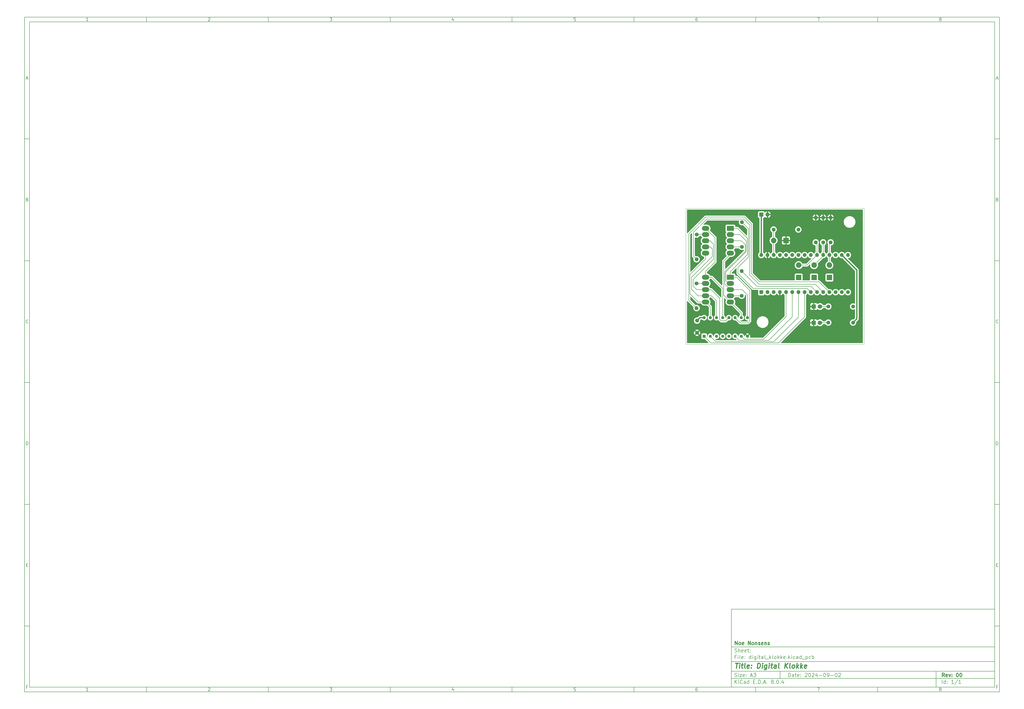
<source format=gbr>
%TF.GenerationSoftware,KiCad,Pcbnew,8.0.4*%
%TF.CreationDate,2024-09-02T20:22:52+02:00*%
%TF.ProjectId,digital_klokke,64696769-7461-46c5-9f6b-6c6f6b6b652e,00*%
%TF.SameCoordinates,PX10c44c20PY899d7e0*%
%TF.FileFunction,Copper,L1,Top*%
%TF.FilePolarity,Positive*%
%FSLAX46Y46*%
G04 Gerber Fmt 4.6, Leading zero omitted, Abs format (unit mm)*
G04 Created by KiCad (PCBNEW 8.0.4) date 2024-09-02 20:22:52*
%MOMM*%
%LPD*%
G01*
G04 APERTURE LIST*
%ADD10C,0.100000*%
%ADD11C,0.150000*%
%ADD12C,0.300000*%
%ADD13C,0.400000*%
%TA.AperFunction,ComponentPad*%
%ADD14C,1.600000*%
%TD*%
%TA.AperFunction,ComponentPad*%
%ADD15O,1.600000X1.600000*%
%TD*%
%TA.AperFunction,ComponentPad*%
%ADD16R,1.700000X1.700000*%
%TD*%
%TA.AperFunction,ComponentPad*%
%ADD17O,1.700000X1.700000*%
%TD*%
%TA.AperFunction,ComponentPad*%
%ADD18R,1.600000X1.600000*%
%TD*%
%TA.AperFunction,ComponentPad*%
%ADD19R,2.250000X2.250000*%
%TD*%
%TA.AperFunction,ComponentPad*%
%ADD20C,2.250000*%
%TD*%
%TA.AperFunction,ComponentPad*%
%ADD21R,1.295400X1.295400*%
%TD*%
%TA.AperFunction,ComponentPad*%
%ADD22C,1.295400*%
%TD*%
%TA.AperFunction,ComponentPad*%
%ADD23R,3.000000X2.000000*%
%TD*%
%TA.AperFunction,ComponentPad*%
%ADD24O,3.000000X2.000000*%
%TD*%
%TA.AperFunction,ComponentPad*%
%ADD25R,1.800000X1.800000*%
%TD*%
%TA.AperFunction,ComponentPad*%
%ADD26C,1.800000*%
%TD*%
%TA.AperFunction,ViaPad*%
%ADD27C,0.700000*%
%TD*%
%TA.AperFunction,Conductor*%
%ADD28C,0.200000*%
%TD*%
%TA.AperFunction,Conductor*%
%ADD29C,0.500000*%
%TD*%
%TA.AperFunction,Profile*%
%ADD30C,0.050000*%
%TD*%
G04 APERTURE END LIST*
D10*
D11*
X18689000Y-108702200D02*
X126689000Y-108702200D01*
X126689000Y-140702200D01*
X18689000Y-140702200D01*
X18689000Y-108702200D01*
D10*
D11*
X-271300000Y134300000D02*
X128689000Y134300000D01*
X128689000Y-142702200D01*
X-271300000Y-142702200D01*
X-271300000Y134300000D01*
D10*
D11*
X-269300000Y132300000D02*
X126689000Y132300000D01*
X126689000Y-140702200D01*
X-269300000Y-140702200D01*
X-269300000Y132300000D01*
D10*
D11*
X-221300000Y132300000D02*
X-221300000Y134300000D01*
D10*
D11*
X-171300000Y132300000D02*
X-171300000Y134300000D01*
D10*
D11*
X-121300000Y132300000D02*
X-121300000Y134300000D01*
D10*
D11*
X-71300000Y132300000D02*
X-71300000Y134300000D01*
D10*
D11*
X-21300000Y132300000D02*
X-21300000Y134300000D01*
D10*
D11*
X28700000Y132300000D02*
X28700000Y134300000D01*
D10*
D11*
X78700000Y132300000D02*
X78700000Y134300000D01*
D10*
D11*
X-245210840Y132706396D02*
X-245953697Y132706396D01*
X-245582269Y132706396D02*
X-245582269Y134006396D01*
X-245582269Y134006396D02*
X-245706078Y133820681D01*
X-245706078Y133820681D02*
X-245829888Y133696872D01*
X-245829888Y133696872D02*
X-245953697Y133634967D01*
D10*
D11*
X-195953697Y133882586D02*
X-195891793Y133944491D01*
X-195891793Y133944491D02*
X-195767983Y134006396D01*
X-195767983Y134006396D02*
X-195458459Y134006396D01*
X-195458459Y134006396D02*
X-195334650Y133944491D01*
X-195334650Y133944491D02*
X-195272745Y133882586D01*
X-195272745Y133882586D02*
X-195210840Y133758777D01*
X-195210840Y133758777D02*
X-195210840Y133634967D01*
X-195210840Y133634967D02*
X-195272745Y133449253D01*
X-195272745Y133449253D02*
X-196015602Y132706396D01*
X-196015602Y132706396D02*
X-195210840Y132706396D01*
D10*
D11*
X-146015602Y134006396D02*
X-145210840Y134006396D01*
X-145210840Y134006396D02*
X-145644174Y133511158D01*
X-145644174Y133511158D02*
X-145458459Y133511158D01*
X-145458459Y133511158D02*
X-145334650Y133449253D01*
X-145334650Y133449253D02*
X-145272745Y133387348D01*
X-145272745Y133387348D02*
X-145210840Y133263539D01*
X-145210840Y133263539D02*
X-145210840Y132954015D01*
X-145210840Y132954015D02*
X-145272745Y132830205D01*
X-145272745Y132830205D02*
X-145334650Y132768300D01*
X-145334650Y132768300D02*
X-145458459Y132706396D01*
X-145458459Y132706396D02*
X-145829888Y132706396D01*
X-145829888Y132706396D02*
X-145953697Y132768300D01*
X-145953697Y132768300D02*
X-146015602Y132830205D01*
D10*
D11*
X-95334650Y133573062D02*
X-95334650Y132706396D01*
X-95644174Y134068300D02*
X-95953697Y133139729D01*
X-95953697Y133139729D02*
X-95148936Y133139729D01*
D10*
D11*
X-45272745Y134006396D02*
X-45891793Y134006396D01*
X-45891793Y134006396D02*
X-45953697Y133387348D01*
X-45953697Y133387348D02*
X-45891793Y133449253D01*
X-45891793Y133449253D02*
X-45767983Y133511158D01*
X-45767983Y133511158D02*
X-45458459Y133511158D01*
X-45458459Y133511158D02*
X-45334650Y133449253D01*
X-45334650Y133449253D02*
X-45272745Y133387348D01*
X-45272745Y133387348D02*
X-45210840Y133263539D01*
X-45210840Y133263539D02*
X-45210840Y132954015D01*
X-45210840Y132954015D02*
X-45272745Y132830205D01*
X-45272745Y132830205D02*
X-45334650Y132768300D01*
X-45334650Y132768300D02*
X-45458459Y132706396D01*
X-45458459Y132706396D02*
X-45767983Y132706396D01*
X-45767983Y132706396D02*
X-45891793Y132768300D01*
X-45891793Y132768300D02*
X-45953697Y132830205D01*
D10*
D11*
X4665350Y134006396D02*
X4417731Y134006396D01*
X4417731Y134006396D02*
X4293922Y133944491D01*
X4293922Y133944491D02*
X4232017Y133882586D01*
X4232017Y133882586D02*
X4108207Y133696872D01*
X4108207Y133696872D02*
X4046303Y133449253D01*
X4046303Y133449253D02*
X4046303Y132954015D01*
X4046303Y132954015D02*
X4108207Y132830205D01*
X4108207Y132830205D02*
X4170112Y132768300D01*
X4170112Y132768300D02*
X4293922Y132706396D01*
X4293922Y132706396D02*
X4541541Y132706396D01*
X4541541Y132706396D02*
X4665350Y132768300D01*
X4665350Y132768300D02*
X4727255Y132830205D01*
X4727255Y132830205D02*
X4789160Y132954015D01*
X4789160Y132954015D02*
X4789160Y133263539D01*
X4789160Y133263539D02*
X4727255Y133387348D01*
X4727255Y133387348D02*
X4665350Y133449253D01*
X4665350Y133449253D02*
X4541541Y133511158D01*
X4541541Y133511158D02*
X4293922Y133511158D01*
X4293922Y133511158D02*
X4170112Y133449253D01*
X4170112Y133449253D02*
X4108207Y133387348D01*
X4108207Y133387348D02*
X4046303Y133263539D01*
D10*
D11*
X53984398Y134006396D02*
X54851064Y134006396D01*
X54851064Y134006396D02*
X54293922Y132706396D01*
D10*
D11*
X104293922Y133449253D02*
X104170112Y133511158D01*
X104170112Y133511158D02*
X104108207Y133573062D01*
X104108207Y133573062D02*
X104046303Y133696872D01*
X104046303Y133696872D02*
X104046303Y133758777D01*
X104046303Y133758777D02*
X104108207Y133882586D01*
X104108207Y133882586D02*
X104170112Y133944491D01*
X104170112Y133944491D02*
X104293922Y134006396D01*
X104293922Y134006396D02*
X104541541Y134006396D01*
X104541541Y134006396D02*
X104665350Y133944491D01*
X104665350Y133944491D02*
X104727255Y133882586D01*
X104727255Y133882586D02*
X104789160Y133758777D01*
X104789160Y133758777D02*
X104789160Y133696872D01*
X104789160Y133696872D02*
X104727255Y133573062D01*
X104727255Y133573062D02*
X104665350Y133511158D01*
X104665350Y133511158D02*
X104541541Y133449253D01*
X104541541Y133449253D02*
X104293922Y133449253D01*
X104293922Y133449253D02*
X104170112Y133387348D01*
X104170112Y133387348D02*
X104108207Y133325443D01*
X104108207Y133325443D02*
X104046303Y133201634D01*
X104046303Y133201634D02*
X104046303Y132954015D01*
X104046303Y132954015D02*
X104108207Y132830205D01*
X104108207Y132830205D02*
X104170112Y132768300D01*
X104170112Y132768300D02*
X104293922Y132706396D01*
X104293922Y132706396D02*
X104541541Y132706396D01*
X104541541Y132706396D02*
X104665350Y132768300D01*
X104665350Y132768300D02*
X104727255Y132830205D01*
X104727255Y132830205D02*
X104789160Y132954015D01*
X104789160Y132954015D02*
X104789160Y133201634D01*
X104789160Y133201634D02*
X104727255Y133325443D01*
X104727255Y133325443D02*
X104665350Y133387348D01*
X104665350Y133387348D02*
X104541541Y133449253D01*
D10*
D11*
X-221300000Y-140702200D02*
X-221300000Y-142702200D01*
D10*
D11*
X-171300000Y-140702200D02*
X-171300000Y-142702200D01*
D10*
D11*
X-121300000Y-140702200D02*
X-121300000Y-142702200D01*
D10*
D11*
X-71300000Y-140702200D02*
X-71300000Y-142702200D01*
D10*
D11*
X-21300000Y-140702200D02*
X-21300000Y-142702200D01*
D10*
D11*
X28700000Y-140702200D02*
X28700000Y-142702200D01*
D10*
D11*
X78700000Y-140702200D02*
X78700000Y-142702200D01*
D10*
D11*
X-245210840Y-142295804D02*
X-245953697Y-142295804D01*
X-245582269Y-142295804D02*
X-245582269Y-140995804D01*
X-245582269Y-140995804D02*
X-245706078Y-141181519D01*
X-245706078Y-141181519D02*
X-245829888Y-141305328D01*
X-245829888Y-141305328D02*
X-245953697Y-141367233D01*
D10*
D11*
X-195953697Y-141119614D02*
X-195891793Y-141057709D01*
X-195891793Y-141057709D02*
X-195767983Y-140995804D01*
X-195767983Y-140995804D02*
X-195458459Y-140995804D01*
X-195458459Y-140995804D02*
X-195334650Y-141057709D01*
X-195334650Y-141057709D02*
X-195272745Y-141119614D01*
X-195272745Y-141119614D02*
X-195210840Y-141243423D01*
X-195210840Y-141243423D02*
X-195210840Y-141367233D01*
X-195210840Y-141367233D02*
X-195272745Y-141552947D01*
X-195272745Y-141552947D02*
X-196015602Y-142295804D01*
X-196015602Y-142295804D02*
X-195210840Y-142295804D01*
D10*
D11*
X-146015602Y-140995804D02*
X-145210840Y-140995804D01*
X-145210840Y-140995804D02*
X-145644174Y-141491042D01*
X-145644174Y-141491042D02*
X-145458459Y-141491042D01*
X-145458459Y-141491042D02*
X-145334650Y-141552947D01*
X-145334650Y-141552947D02*
X-145272745Y-141614852D01*
X-145272745Y-141614852D02*
X-145210840Y-141738661D01*
X-145210840Y-141738661D02*
X-145210840Y-142048185D01*
X-145210840Y-142048185D02*
X-145272745Y-142171995D01*
X-145272745Y-142171995D02*
X-145334650Y-142233900D01*
X-145334650Y-142233900D02*
X-145458459Y-142295804D01*
X-145458459Y-142295804D02*
X-145829888Y-142295804D01*
X-145829888Y-142295804D02*
X-145953697Y-142233900D01*
X-145953697Y-142233900D02*
X-146015602Y-142171995D01*
D10*
D11*
X-95334650Y-141429138D02*
X-95334650Y-142295804D01*
X-95644174Y-140933900D02*
X-95953697Y-141862471D01*
X-95953697Y-141862471D02*
X-95148936Y-141862471D01*
D10*
D11*
X-45272745Y-140995804D02*
X-45891793Y-140995804D01*
X-45891793Y-140995804D02*
X-45953697Y-141614852D01*
X-45953697Y-141614852D02*
X-45891793Y-141552947D01*
X-45891793Y-141552947D02*
X-45767983Y-141491042D01*
X-45767983Y-141491042D02*
X-45458459Y-141491042D01*
X-45458459Y-141491042D02*
X-45334650Y-141552947D01*
X-45334650Y-141552947D02*
X-45272745Y-141614852D01*
X-45272745Y-141614852D02*
X-45210840Y-141738661D01*
X-45210840Y-141738661D02*
X-45210840Y-142048185D01*
X-45210840Y-142048185D02*
X-45272745Y-142171995D01*
X-45272745Y-142171995D02*
X-45334650Y-142233900D01*
X-45334650Y-142233900D02*
X-45458459Y-142295804D01*
X-45458459Y-142295804D02*
X-45767983Y-142295804D01*
X-45767983Y-142295804D02*
X-45891793Y-142233900D01*
X-45891793Y-142233900D02*
X-45953697Y-142171995D01*
D10*
D11*
X4665350Y-140995804D02*
X4417731Y-140995804D01*
X4417731Y-140995804D02*
X4293922Y-141057709D01*
X4293922Y-141057709D02*
X4232017Y-141119614D01*
X4232017Y-141119614D02*
X4108207Y-141305328D01*
X4108207Y-141305328D02*
X4046303Y-141552947D01*
X4046303Y-141552947D02*
X4046303Y-142048185D01*
X4046303Y-142048185D02*
X4108207Y-142171995D01*
X4108207Y-142171995D02*
X4170112Y-142233900D01*
X4170112Y-142233900D02*
X4293922Y-142295804D01*
X4293922Y-142295804D02*
X4541541Y-142295804D01*
X4541541Y-142295804D02*
X4665350Y-142233900D01*
X4665350Y-142233900D02*
X4727255Y-142171995D01*
X4727255Y-142171995D02*
X4789160Y-142048185D01*
X4789160Y-142048185D02*
X4789160Y-141738661D01*
X4789160Y-141738661D02*
X4727255Y-141614852D01*
X4727255Y-141614852D02*
X4665350Y-141552947D01*
X4665350Y-141552947D02*
X4541541Y-141491042D01*
X4541541Y-141491042D02*
X4293922Y-141491042D01*
X4293922Y-141491042D02*
X4170112Y-141552947D01*
X4170112Y-141552947D02*
X4108207Y-141614852D01*
X4108207Y-141614852D02*
X4046303Y-141738661D01*
D10*
D11*
X53984398Y-140995804D02*
X54851064Y-140995804D01*
X54851064Y-140995804D02*
X54293922Y-142295804D01*
D10*
D11*
X104293922Y-141552947D02*
X104170112Y-141491042D01*
X104170112Y-141491042D02*
X104108207Y-141429138D01*
X104108207Y-141429138D02*
X104046303Y-141305328D01*
X104046303Y-141305328D02*
X104046303Y-141243423D01*
X104046303Y-141243423D02*
X104108207Y-141119614D01*
X104108207Y-141119614D02*
X104170112Y-141057709D01*
X104170112Y-141057709D02*
X104293922Y-140995804D01*
X104293922Y-140995804D02*
X104541541Y-140995804D01*
X104541541Y-140995804D02*
X104665350Y-141057709D01*
X104665350Y-141057709D02*
X104727255Y-141119614D01*
X104727255Y-141119614D02*
X104789160Y-141243423D01*
X104789160Y-141243423D02*
X104789160Y-141305328D01*
X104789160Y-141305328D02*
X104727255Y-141429138D01*
X104727255Y-141429138D02*
X104665350Y-141491042D01*
X104665350Y-141491042D02*
X104541541Y-141552947D01*
X104541541Y-141552947D02*
X104293922Y-141552947D01*
X104293922Y-141552947D02*
X104170112Y-141614852D01*
X104170112Y-141614852D02*
X104108207Y-141676757D01*
X104108207Y-141676757D02*
X104046303Y-141800566D01*
X104046303Y-141800566D02*
X104046303Y-142048185D01*
X104046303Y-142048185D02*
X104108207Y-142171995D01*
X104108207Y-142171995D02*
X104170112Y-142233900D01*
X104170112Y-142233900D02*
X104293922Y-142295804D01*
X104293922Y-142295804D02*
X104541541Y-142295804D01*
X104541541Y-142295804D02*
X104665350Y-142233900D01*
X104665350Y-142233900D02*
X104727255Y-142171995D01*
X104727255Y-142171995D02*
X104789160Y-142048185D01*
X104789160Y-142048185D02*
X104789160Y-141800566D01*
X104789160Y-141800566D02*
X104727255Y-141676757D01*
X104727255Y-141676757D02*
X104665350Y-141614852D01*
X104665350Y-141614852D02*
X104541541Y-141552947D01*
D10*
D11*
X-271300000Y84300000D02*
X-269300000Y84300000D01*
D10*
D11*
X-271300000Y34300000D02*
X-269300000Y34300000D01*
D10*
D11*
X-271300000Y-15700000D02*
X-269300000Y-15700000D01*
D10*
D11*
X-271300000Y-65700000D02*
X-269300000Y-65700000D01*
D10*
D11*
X-271300000Y-115700000D02*
X-269300000Y-115700000D01*
D10*
D11*
X-270609524Y109077824D02*
X-269990477Y109077824D01*
X-270733334Y108706396D02*
X-270300001Y110006396D01*
X-270300001Y110006396D02*
X-269866667Y108706396D01*
D10*
D11*
X-270207143Y59387348D02*
X-270021429Y59325443D01*
X-270021429Y59325443D02*
X-269959524Y59263539D01*
X-269959524Y59263539D02*
X-269897620Y59139729D01*
X-269897620Y59139729D02*
X-269897620Y58954015D01*
X-269897620Y58954015D02*
X-269959524Y58830205D01*
X-269959524Y58830205D02*
X-270021429Y58768300D01*
X-270021429Y58768300D02*
X-270145239Y58706396D01*
X-270145239Y58706396D02*
X-270640477Y58706396D01*
X-270640477Y58706396D02*
X-270640477Y60006396D01*
X-270640477Y60006396D02*
X-270207143Y60006396D01*
X-270207143Y60006396D02*
X-270083334Y59944491D01*
X-270083334Y59944491D02*
X-270021429Y59882586D01*
X-270021429Y59882586D02*
X-269959524Y59758777D01*
X-269959524Y59758777D02*
X-269959524Y59634967D01*
X-269959524Y59634967D02*
X-270021429Y59511158D01*
X-270021429Y59511158D02*
X-270083334Y59449253D01*
X-270083334Y59449253D02*
X-270207143Y59387348D01*
X-270207143Y59387348D02*
X-270640477Y59387348D01*
D10*
D11*
X-269897620Y8830205D02*
X-269959524Y8768300D01*
X-269959524Y8768300D02*
X-270145239Y8706396D01*
X-270145239Y8706396D02*
X-270269048Y8706396D01*
X-270269048Y8706396D02*
X-270454762Y8768300D01*
X-270454762Y8768300D02*
X-270578572Y8892110D01*
X-270578572Y8892110D02*
X-270640477Y9015920D01*
X-270640477Y9015920D02*
X-270702381Y9263539D01*
X-270702381Y9263539D02*
X-270702381Y9449253D01*
X-270702381Y9449253D02*
X-270640477Y9696872D01*
X-270640477Y9696872D02*
X-270578572Y9820681D01*
X-270578572Y9820681D02*
X-270454762Y9944491D01*
X-270454762Y9944491D02*
X-270269048Y10006396D01*
X-270269048Y10006396D02*
X-270145239Y10006396D01*
X-270145239Y10006396D02*
X-269959524Y9944491D01*
X-269959524Y9944491D02*
X-269897620Y9882586D01*
D10*
D11*
X-270640477Y-41293604D02*
X-270640477Y-39993604D01*
X-270640477Y-39993604D02*
X-270330953Y-39993604D01*
X-270330953Y-39993604D02*
X-270145239Y-40055509D01*
X-270145239Y-40055509D02*
X-270021429Y-40179319D01*
X-270021429Y-40179319D02*
X-269959524Y-40303128D01*
X-269959524Y-40303128D02*
X-269897620Y-40550747D01*
X-269897620Y-40550747D02*
X-269897620Y-40736461D01*
X-269897620Y-40736461D02*
X-269959524Y-40984080D01*
X-269959524Y-40984080D02*
X-270021429Y-41107890D01*
X-270021429Y-41107890D02*
X-270145239Y-41231700D01*
X-270145239Y-41231700D02*
X-270330953Y-41293604D01*
X-270330953Y-41293604D02*
X-270640477Y-41293604D01*
D10*
D11*
X-270578572Y-90612652D02*
X-270145238Y-90612652D01*
X-269959524Y-91293604D02*
X-270578572Y-91293604D01*
X-270578572Y-91293604D02*
X-270578572Y-89993604D01*
X-270578572Y-89993604D02*
X-269959524Y-89993604D01*
D10*
D11*
X-270114286Y-140612652D02*
X-270547620Y-140612652D01*
X-270547620Y-141293604D02*
X-270547620Y-139993604D01*
X-270547620Y-139993604D02*
X-269928572Y-139993604D01*
D10*
D11*
X128689000Y84300000D02*
X126689000Y84300000D01*
D10*
D11*
X128689000Y34300000D02*
X126689000Y34300000D01*
D10*
D11*
X128689000Y-15700000D02*
X126689000Y-15700000D01*
D10*
D11*
X128689000Y-65700000D02*
X126689000Y-65700000D01*
D10*
D11*
X128689000Y-115700000D02*
X126689000Y-115700000D01*
D10*
D11*
X127379476Y109077824D02*
X127998523Y109077824D01*
X127255666Y108706396D02*
X127688999Y110006396D01*
X127688999Y110006396D02*
X128122333Y108706396D01*
D10*
D11*
X127781857Y59387348D02*
X127967571Y59325443D01*
X127967571Y59325443D02*
X128029476Y59263539D01*
X128029476Y59263539D02*
X128091380Y59139729D01*
X128091380Y59139729D02*
X128091380Y58954015D01*
X128091380Y58954015D02*
X128029476Y58830205D01*
X128029476Y58830205D02*
X127967571Y58768300D01*
X127967571Y58768300D02*
X127843761Y58706396D01*
X127843761Y58706396D02*
X127348523Y58706396D01*
X127348523Y58706396D02*
X127348523Y60006396D01*
X127348523Y60006396D02*
X127781857Y60006396D01*
X127781857Y60006396D02*
X127905666Y59944491D01*
X127905666Y59944491D02*
X127967571Y59882586D01*
X127967571Y59882586D02*
X128029476Y59758777D01*
X128029476Y59758777D02*
X128029476Y59634967D01*
X128029476Y59634967D02*
X127967571Y59511158D01*
X127967571Y59511158D02*
X127905666Y59449253D01*
X127905666Y59449253D02*
X127781857Y59387348D01*
X127781857Y59387348D02*
X127348523Y59387348D01*
D10*
D11*
X128091380Y8830205D02*
X128029476Y8768300D01*
X128029476Y8768300D02*
X127843761Y8706396D01*
X127843761Y8706396D02*
X127719952Y8706396D01*
X127719952Y8706396D02*
X127534238Y8768300D01*
X127534238Y8768300D02*
X127410428Y8892110D01*
X127410428Y8892110D02*
X127348523Y9015920D01*
X127348523Y9015920D02*
X127286619Y9263539D01*
X127286619Y9263539D02*
X127286619Y9449253D01*
X127286619Y9449253D02*
X127348523Y9696872D01*
X127348523Y9696872D02*
X127410428Y9820681D01*
X127410428Y9820681D02*
X127534238Y9944491D01*
X127534238Y9944491D02*
X127719952Y10006396D01*
X127719952Y10006396D02*
X127843761Y10006396D01*
X127843761Y10006396D02*
X128029476Y9944491D01*
X128029476Y9944491D02*
X128091380Y9882586D01*
D10*
D11*
X127348523Y-41293604D02*
X127348523Y-39993604D01*
X127348523Y-39993604D02*
X127658047Y-39993604D01*
X127658047Y-39993604D02*
X127843761Y-40055509D01*
X127843761Y-40055509D02*
X127967571Y-40179319D01*
X127967571Y-40179319D02*
X128029476Y-40303128D01*
X128029476Y-40303128D02*
X128091380Y-40550747D01*
X128091380Y-40550747D02*
X128091380Y-40736461D01*
X128091380Y-40736461D02*
X128029476Y-40984080D01*
X128029476Y-40984080D02*
X127967571Y-41107890D01*
X127967571Y-41107890D02*
X127843761Y-41231700D01*
X127843761Y-41231700D02*
X127658047Y-41293604D01*
X127658047Y-41293604D02*
X127348523Y-41293604D01*
D10*
D11*
X127410428Y-90612652D02*
X127843762Y-90612652D01*
X128029476Y-91293604D02*
X127410428Y-91293604D01*
X127410428Y-91293604D02*
X127410428Y-89993604D01*
X127410428Y-89993604D02*
X128029476Y-89993604D01*
D10*
D11*
X127874714Y-140612652D02*
X127441380Y-140612652D01*
X127441380Y-141293604D02*
X127441380Y-139993604D01*
X127441380Y-139993604D02*
X128060428Y-139993604D01*
D10*
D11*
X42144826Y-136488328D02*
X42144826Y-134988328D01*
X42144826Y-134988328D02*
X42501969Y-134988328D01*
X42501969Y-134988328D02*
X42716255Y-135059757D01*
X42716255Y-135059757D02*
X42859112Y-135202614D01*
X42859112Y-135202614D02*
X42930541Y-135345471D01*
X42930541Y-135345471D02*
X43001969Y-135631185D01*
X43001969Y-135631185D02*
X43001969Y-135845471D01*
X43001969Y-135845471D02*
X42930541Y-136131185D01*
X42930541Y-136131185D02*
X42859112Y-136274042D01*
X42859112Y-136274042D02*
X42716255Y-136416900D01*
X42716255Y-136416900D02*
X42501969Y-136488328D01*
X42501969Y-136488328D02*
X42144826Y-136488328D01*
X44287684Y-136488328D02*
X44287684Y-135702614D01*
X44287684Y-135702614D02*
X44216255Y-135559757D01*
X44216255Y-135559757D02*
X44073398Y-135488328D01*
X44073398Y-135488328D02*
X43787684Y-135488328D01*
X43787684Y-135488328D02*
X43644826Y-135559757D01*
X44287684Y-136416900D02*
X44144826Y-136488328D01*
X44144826Y-136488328D02*
X43787684Y-136488328D01*
X43787684Y-136488328D02*
X43644826Y-136416900D01*
X43644826Y-136416900D02*
X43573398Y-136274042D01*
X43573398Y-136274042D02*
X43573398Y-136131185D01*
X43573398Y-136131185D02*
X43644826Y-135988328D01*
X43644826Y-135988328D02*
X43787684Y-135916900D01*
X43787684Y-135916900D02*
X44144826Y-135916900D01*
X44144826Y-135916900D02*
X44287684Y-135845471D01*
X44787684Y-135488328D02*
X45359112Y-135488328D01*
X45001969Y-134988328D02*
X45001969Y-136274042D01*
X45001969Y-136274042D02*
X45073398Y-136416900D01*
X45073398Y-136416900D02*
X45216255Y-136488328D01*
X45216255Y-136488328D02*
X45359112Y-136488328D01*
X46430541Y-136416900D02*
X46287684Y-136488328D01*
X46287684Y-136488328D02*
X46001970Y-136488328D01*
X46001970Y-136488328D02*
X45859112Y-136416900D01*
X45859112Y-136416900D02*
X45787684Y-136274042D01*
X45787684Y-136274042D02*
X45787684Y-135702614D01*
X45787684Y-135702614D02*
X45859112Y-135559757D01*
X45859112Y-135559757D02*
X46001970Y-135488328D01*
X46001970Y-135488328D02*
X46287684Y-135488328D01*
X46287684Y-135488328D02*
X46430541Y-135559757D01*
X46430541Y-135559757D02*
X46501970Y-135702614D01*
X46501970Y-135702614D02*
X46501970Y-135845471D01*
X46501970Y-135845471D02*
X45787684Y-135988328D01*
X47144826Y-136345471D02*
X47216255Y-136416900D01*
X47216255Y-136416900D02*
X47144826Y-136488328D01*
X47144826Y-136488328D02*
X47073398Y-136416900D01*
X47073398Y-136416900D02*
X47144826Y-136345471D01*
X47144826Y-136345471D02*
X47144826Y-136488328D01*
X47144826Y-135559757D02*
X47216255Y-135631185D01*
X47216255Y-135631185D02*
X47144826Y-135702614D01*
X47144826Y-135702614D02*
X47073398Y-135631185D01*
X47073398Y-135631185D02*
X47144826Y-135559757D01*
X47144826Y-135559757D02*
X47144826Y-135702614D01*
X48930541Y-135131185D02*
X49001969Y-135059757D01*
X49001969Y-135059757D02*
X49144827Y-134988328D01*
X49144827Y-134988328D02*
X49501969Y-134988328D01*
X49501969Y-134988328D02*
X49644827Y-135059757D01*
X49644827Y-135059757D02*
X49716255Y-135131185D01*
X49716255Y-135131185D02*
X49787684Y-135274042D01*
X49787684Y-135274042D02*
X49787684Y-135416900D01*
X49787684Y-135416900D02*
X49716255Y-135631185D01*
X49716255Y-135631185D02*
X48859112Y-136488328D01*
X48859112Y-136488328D02*
X49787684Y-136488328D01*
X50716255Y-134988328D02*
X50859112Y-134988328D01*
X50859112Y-134988328D02*
X51001969Y-135059757D01*
X51001969Y-135059757D02*
X51073398Y-135131185D01*
X51073398Y-135131185D02*
X51144826Y-135274042D01*
X51144826Y-135274042D02*
X51216255Y-135559757D01*
X51216255Y-135559757D02*
X51216255Y-135916900D01*
X51216255Y-135916900D02*
X51144826Y-136202614D01*
X51144826Y-136202614D02*
X51073398Y-136345471D01*
X51073398Y-136345471D02*
X51001969Y-136416900D01*
X51001969Y-136416900D02*
X50859112Y-136488328D01*
X50859112Y-136488328D02*
X50716255Y-136488328D01*
X50716255Y-136488328D02*
X50573398Y-136416900D01*
X50573398Y-136416900D02*
X50501969Y-136345471D01*
X50501969Y-136345471D02*
X50430540Y-136202614D01*
X50430540Y-136202614D02*
X50359112Y-135916900D01*
X50359112Y-135916900D02*
X50359112Y-135559757D01*
X50359112Y-135559757D02*
X50430540Y-135274042D01*
X50430540Y-135274042D02*
X50501969Y-135131185D01*
X50501969Y-135131185D02*
X50573398Y-135059757D01*
X50573398Y-135059757D02*
X50716255Y-134988328D01*
X51787683Y-135131185D02*
X51859111Y-135059757D01*
X51859111Y-135059757D02*
X52001969Y-134988328D01*
X52001969Y-134988328D02*
X52359111Y-134988328D01*
X52359111Y-134988328D02*
X52501969Y-135059757D01*
X52501969Y-135059757D02*
X52573397Y-135131185D01*
X52573397Y-135131185D02*
X52644826Y-135274042D01*
X52644826Y-135274042D02*
X52644826Y-135416900D01*
X52644826Y-135416900D02*
X52573397Y-135631185D01*
X52573397Y-135631185D02*
X51716254Y-136488328D01*
X51716254Y-136488328D02*
X52644826Y-136488328D01*
X53930540Y-135488328D02*
X53930540Y-136488328D01*
X53573397Y-134916900D02*
X53216254Y-135988328D01*
X53216254Y-135988328D02*
X54144825Y-135988328D01*
X54716253Y-135916900D02*
X55859111Y-135916900D01*
X56859111Y-134988328D02*
X57001968Y-134988328D01*
X57001968Y-134988328D02*
X57144825Y-135059757D01*
X57144825Y-135059757D02*
X57216254Y-135131185D01*
X57216254Y-135131185D02*
X57287682Y-135274042D01*
X57287682Y-135274042D02*
X57359111Y-135559757D01*
X57359111Y-135559757D02*
X57359111Y-135916900D01*
X57359111Y-135916900D02*
X57287682Y-136202614D01*
X57287682Y-136202614D02*
X57216254Y-136345471D01*
X57216254Y-136345471D02*
X57144825Y-136416900D01*
X57144825Y-136416900D02*
X57001968Y-136488328D01*
X57001968Y-136488328D02*
X56859111Y-136488328D01*
X56859111Y-136488328D02*
X56716254Y-136416900D01*
X56716254Y-136416900D02*
X56644825Y-136345471D01*
X56644825Y-136345471D02*
X56573396Y-136202614D01*
X56573396Y-136202614D02*
X56501968Y-135916900D01*
X56501968Y-135916900D02*
X56501968Y-135559757D01*
X56501968Y-135559757D02*
X56573396Y-135274042D01*
X56573396Y-135274042D02*
X56644825Y-135131185D01*
X56644825Y-135131185D02*
X56716254Y-135059757D01*
X56716254Y-135059757D02*
X56859111Y-134988328D01*
X58073396Y-136488328D02*
X58359110Y-136488328D01*
X58359110Y-136488328D02*
X58501967Y-136416900D01*
X58501967Y-136416900D02*
X58573396Y-136345471D01*
X58573396Y-136345471D02*
X58716253Y-136131185D01*
X58716253Y-136131185D02*
X58787682Y-135845471D01*
X58787682Y-135845471D02*
X58787682Y-135274042D01*
X58787682Y-135274042D02*
X58716253Y-135131185D01*
X58716253Y-135131185D02*
X58644825Y-135059757D01*
X58644825Y-135059757D02*
X58501967Y-134988328D01*
X58501967Y-134988328D02*
X58216253Y-134988328D01*
X58216253Y-134988328D02*
X58073396Y-135059757D01*
X58073396Y-135059757D02*
X58001967Y-135131185D01*
X58001967Y-135131185D02*
X57930539Y-135274042D01*
X57930539Y-135274042D02*
X57930539Y-135631185D01*
X57930539Y-135631185D02*
X58001967Y-135774042D01*
X58001967Y-135774042D02*
X58073396Y-135845471D01*
X58073396Y-135845471D02*
X58216253Y-135916900D01*
X58216253Y-135916900D02*
X58501967Y-135916900D01*
X58501967Y-135916900D02*
X58644825Y-135845471D01*
X58644825Y-135845471D02*
X58716253Y-135774042D01*
X58716253Y-135774042D02*
X58787682Y-135631185D01*
X59430538Y-135916900D02*
X60573396Y-135916900D01*
X61573396Y-134988328D02*
X61716253Y-134988328D01*
X61716253Y-134988328D02*
X61859110Y-135059757D01*
X61859110Y-135059757D02*
X61930539Y-135131185D01*
X61930539Y-135131185D02*
X62001967Y-135274042D01*
X62001967Y-135274042D02*
X62073396Y-135559757D01*
X62073396Y-135559757D02*
X62073396Y-135916900D01*
X62073396Y-135916900D02*
X62001967Y-136202614D01*
X62001967Y-136202614D02*
X61930539Y-136345471D01*
X61930539Y-136345471D02*
X61859110Y-136416900D01*
X61859110Y-136416900D02*
X61716253Y-136488328D01*
X61716253Y-136488328D02*
X61573396Y-136488328D01*
X61573396Y-136488328D02*
X61430539Y-136416900D01*
X61430539Y-136416900D02*
X61359110Y-136345471D01*
X61359110Y-136345471D02*
X61287681Y-136202614D01*
X61287681Y-136202614D02*
X61216253Y-135916900D01*
X61216253Y-135916900D02*
X61216253Y-135559757D01*
X61216253Y-135559757D02*
X61287681Y-135274042D01*
X61287681Y-135274042D02*
X61359110Y-135131185D01*
X61359110Y-135131185D02*
X61430539Y-135059757D01*
X61430539Y-135059757D02*
X61573396Y-134988328D01*
X62644824Y-135131185D02*
X62716252Y-135059757D01*
X62716252Y-135059757D02*
X62859110Y-134988328D01*
X62859110Y-134988328D02*
X63216252Y-134988328D01*
X63216252Y-134988328D02*
X63359110Y-135059757D01*
X63359110Y-135059757D02*
X63430538Y-135131185D01*
X63430538Y-135131185D02*
X63501967Y-135274042D01*
X63501967Y-135274042D02*
X63501967Y-135416900D01*
X63501967Y-135416900D02*
X63430538Y-135631185D01*
X63430538Y-135631185D02*
X62573395Y-136488328D01*
X62573395Y-136488328D02*
X63501967Y-136488328D01*
D10*
D11*
X18689000Y-137202200D02*
X126689000Y-137202200D01*
D10*
D11*
X20144826Y-139288328D02*
X20144826Y-137788328D01*
X21001969Y-139288328D02*
X20359112Y-138431185D01*
X21001969Y-137788328D02*
X20144826Y-138645471D01*
X21644826Y-139288328D02*
X21644826Y-138288328D01*
X21644826Y-137788328D02*
X21573398Y-137859757D01*
X21573398Y-137859757D02*
X21644826Y-137931185D01*
X21644826Y-137931185D02*
X21716255Y-137859757D01*
X21716255Y-137859757D02*
X21644826Y-137788328D01*
X21644826Y-137788328D02*
X21644826Y-137931185D01*
X23216255Y-139145471D02*
X23144827Y-139216900D01*
X23144827Y-139216900D02*
X22930541Y-139288328D01*
X22930541Y-139288328D02*
X22787684Y-139288328D01*
X22787684Y-139288328D02*
X22573398Y-139216900D01*
X22573398Y-139216900D02*
X22430541Y-139074042D01*
X22430541Y-139074042D02*
X22359112Y-138931185D01*
X22359112Y-138931185D02*
X22287684Y-138645471D01*
X22287684Y-138645471D02*
X22287684Y-138431185D01*
X22287684Y-138431185D02*
X22359112Y-138145471D01*
X22359112Y-138145471D02*
X22430541Y-138002614D01*
X22430541Y-138002614D02*
X22573398Y-137859757D01*
X22573398Y-137859757D02*
X22787684Y-137788328D01*
X22787684Y-137788328D02*
X22930541Y-137788328D01*
X22930541Y-137788328D02*
X23144827Y-137859757D01*
X23144827Y-137859757D02*
X23216255Y-137931185D01*
X24501970Y-139288328D02*
X24501970Y-138502614D01*
X24501970Y-138502614D02*
X24430541Y-138359757D01*
X24430541Y-138359757D02*
X24287684Y-138288328D01*
X24287684Y-138288328D02*
X24001970Y-138288328D01*
X24001970Y-138288328D02*
X23859112Y-138359757D01*
X24501970Y-139216900D02*
X24359112Y-139288328D01*
X24359112Y-139288328D02*
X24001970Y-139288328D01*
X24001970Y-139288328D02*
X23859112Y-139216900D01*
X23859112Y-139216900D02*
X23787684Y-139074042D01*
X23787684Y-139074042D02*
X23787684Y-138931185D01*
X23787684Y-138931185D02*
X23859112Y-138788328D01*
X23859112Y-138788328D02*
X24001970Y-138716900D01*
X24001970Y-138716900D02*
X24359112Y-138716900D01*
X24359112Y-138716900D02*
X24501970Y-138645471D01*
X25859113Y-139288328D02*
X25859113Y-137788328D01*
X25859113Y-139216900D02*
X25716255Y-139288328D01*
X25716255Y-139288328D02*
X25430541Y-139288328D01*
X25430541Y-139288328D02*
X25287684Y-139216900D01*
X25287684Y-139216900D02*
X25216255Y-139145471D01*
X25216255Y-139145471D02*
X25144827Y-139002614D01*
X25144827Y-139002614D02*
X25144827Y-138574042D01*
X25144827Y-138574042D02*
X25216255Y-138431185D01*
X25216255Y-138431185D02*
X25287684Y-138359757D01*
X25287684Y-138359757D02*
X25430541Y-138288328D01*
X25430541Y-138288328D02*
X25716255Y-138288328D01*
X25716255Y-138288328D02*
X25859113Y-138359757D01*
X27716255Y-138502614D02*
X28216255Y-138502614D01*
X28430541Y-139288328D02*
X27716255Y-139288328D01*
X27716255Y-139288328D02*
X27716255Y-137788328D01*
X27716255Y-137788328D02*
X28430541Y-137788328D01*
X29073398Y-139145471D02*
X29144827Y-139216900D01*
X29144827Y-139216900D02*
X29073398Y-139288328D01*
X29073398Y-139288328D02*
X29001970Y-139216900D01*
X29001970Y-139216900D02*
X29073398Y-139145471D01*
X29073398Y-139145471D02*
X29073398Y-139288328D01*
X29787684Y-139288328D02*
X29787684Y-137788328D01*
X29787684Y-137788328D02*
X30144827Y-137788328D01*
X30144827Y-137788328D02*
X30359113Y-137859757D01*
X30359113Y-137859757D02*
X30501970Y-138002614D01*
X30501970Y-138002614D02*
X30573399Y-138145471D01*
X30573399Y-138145471D02*
X30644827Y-138431185D01*
X30644827Y-138431185D02*
X30644827Y-138645471D01*
X30644827Y-138645471D02*
X30573399Y-138931185D01*
X30573399Y-138931185D02*
X30501970Y-139074042D01*
X30501970Y-139074042D02*
X30359113Y-139216900D01*
X30359113Y-139216900D02*
X30144827Y-139288328D01*
X30144827Y-139288328D02*
X29787684Y-139288328D01*
X31287684Y-139145471D02*
X31359113Y-139216900D01*
X31359113Y-139216900D02*
X31287684Y-139288328D01*
X31287684Y-139288328D02*
X31216256Y-139216900D01*
X31216256Y-139216900D02*
X31287684Y-139145471D01*
X31287684Y-139145471D02*
X31287684Y-139288328D01*
X31930542Y-138859757D02*
X32644828Y-138859757D01*
X31787685Y-139288328D02*
X32287685Y-137788328D01*
X32287685Y-137788328D02*
X32787685Y-139288328D01*
X33287684Y-139145471D02*
X33359113Y-139216900D01*
X33359113Y-139216900D02*
X33287684Y-139288328D01*
X33287684Y-139288328D02*
X33216256Y-139216900D01*
X33216256Y-139216900D02*
X33287684Y-139145471D01*
X33287684Y-139145471D02*
X33287684Y-139288328D01*
X35359113Y-138431185D02*
X35216256Y-138359757D01*
X35216256Y-138359757D02*
X35144827Y-138288328D01*
X35144827Y-138288328D02*
X35073399Y-138145471D01*
X35073399Y-138145471D02*
X35073399Y-138074042D01*
X35073399Y-138074042D02*
X35144827Y-137931185D01*
X35144827Y-137931185D02*
X35216256Y-137859757D01*
X35216256Y-137859757D02*
X35359113Y-137788328D01*
X35359113Y-137788328D02*
X35644827Y-137788328D01*
X35644827Y-137788328D02*
X35787685Y-137859757D01*
X35787685Y-137859757D02*
X35859113Y-137931185D01*
X35859113Y-137931185D02*
X35930542Y-138074042D01*
X35930542Y-138074042D02*
X35930542Y-138145471D01*
X35930542Y-138145471D02*
X35859113Y-138288328D01*
X35859113Y-138288328D02*
X35787685Y-138359757D01*
X35787685Y-138359757D02*
X35644827Y-138431185D01*
X35644827Y-138431185D02*
X35359113Y-138431185D01*
X35359113Y-138431185D02*
X35216256Y-138502614D01*
X35216256Y-138502614D02*
X35144827Y-138574042D01*
X35144827Y-138574042D02*
X35073399Y-138716900D01*
X35073399Y-138716900D02*
X35073399Y-139002614D01*
X35073399Y-139002614D02*
X35144827Y-139145471D01*
X35144827Y-139145471D02*
X35216256Y-139216900D01*
X35216256Y-139216900D02*
X35359113Y-139288328D01*
X35359113Y-139288328D02*
X35644827Y-139288328D01*
X35644827Y-139288328D02*
X35787685Y-139216900D01*
X35787685Y-139216900D02*
X35859113Y-139145471D01*
X35859113Y-139145471D02*
X35930542Y-139002614D01*
X35930542Y-139002614D02*
X35930542Y-138716900D01*
X35930542Y-138716900D02*
X35859113Y-138574042D01*
X35859113Y-138574042D02*
X35787685Y-138502614D01*
X35787685Y-138502614D02*
X35644827Y-138431185D01*
X36573398Y-139145471D02*
X36644827Y-139216900D01*
X36644827Y-139216900D02*
X36573398Y-139288328D01*
X36573398Y-139288328D02*
X36501970Y-139216900D01*
X36501970Y-139216900D02*
X36573398Y-139145471D01*
X36573398Y-139145471D02*
X36573398Y-139288328D01*
X37573399Y-137788328D02*
X37716256Y-137788328D01*
X37716256Y-137788328D02*
X37859113Y-137859757D01*
X37859113Y-137859757D02*
X37930542Y-137931185D01*
X37930542Y-137931185D02*
X38001970Y-138074042D01*
X38001970Y-138074042D02*
X38073399Y-138359757D01*
X38073399Y-138359757D02*
X38073399Y-138716900D01*
X38073399Y-138716900D02*
X38001970Y-139002614D01*
X38001970Y-139002614D02*
X37930542Y-139145471D01*
X37930542Y-139145471D02*
X37859113Y-139216900D01*
X37859113Y-139216900D02*
X37716256Y-139288328D01*
X37716256Y-139288328D02*
X37573399Y-139288328D01*
X37573399Y-139288328D02*
X37430542Y-139216900D01*
X37430542Y-139216900D02*
X37359113Y-139145471D01*
X37359113Y-139145471D02*
X37287684Y-139002614D01*
X37287684Y-139002614D02*
X37216256Y-138716900D01*
X37216256Y-138716900D02*
X37216256Y-138359757D01*
X37216256Y-138359757D02*
X37287684Y-138074042D01*
X37287684Y-138074042D02*
X37359113Y-137931185D01*
X37359113Y-137931185D02*
X37430542Y-137859757D01*
X37430542Y-137859757D02*
X37573399Y-137788328D01*
X38716255Y-139145471D02*
X38787684Y-139216900D01*
X38787684Y-139216900D02*
X38716255Y-139288328D01*
X38716255Y-139288328D02*
X38644827Y-139216900D01*
X38644827Y-139216900D02*
X38716255Y-139145471D01*
X38716255Y-139145471D02*
X38716255Y-139288328D01*
X40073399Y-138288328D02*
X40073399Y-139288328D01*
X39716256Y-137716900D02*
X39359113Y-138788328D01*
X39359113Y-138788328D02*
X40287684Y-138788328D01*
D10*
D11*
X18689000Y-134202200D02*
X126689000Y-134202200D01*
D10*
D12*
X106100653Y-136480528D02*
X105600653Y-135766242D01*
X105243510Y-136480528D02*
X105243510Y-134980528D01*
X105243510Y-134980528D02*
X105814939Y-134980528D01*
X105814939Y-134980528D02*
X105957796Y-135051957D01*
X105957796Y-135051957D02*
X106029225Y-135123385D01*
X106029225Y-135123385D02*
X106100653Y-135266242D01*
X106100653Y-135266242D02*
X106100653Y-135480528D01*
X106100653Y-135480528D02*
X106029225Y-135623385D01*
X106029225Y-135623385D02*
X105957796Y-135694814D01*
X105957796Y-135694814D02*
X105814939Y-135766242D01*
X105814939Y-135766242D02*
X105243510Y-135766242D01*
X107314939Y-136409100D02*
X107172082Y-136480528D01*
X107172082Y-136480528D02*
X106886368Y-136480528D01*
X106886368Y-136480528D02*
X106743510Y-136409100D01*
X106743510Y-136409100D02*
X106672082Y-136266242D01*
X106672082Y-136266242D02*
X106672082Y-135694814D01*
X106672082Y-135694814D02*
X106743510Y-135551957D01*
X106743510Y-135551957D02*
X106886368Y-135480528D01*
X106886368Y-135480528D02*
X107172082Y-135480528D01*
X107172082Y-135480528D02*
X107314939Y-135551957D01*
X107314939Y-135551957D02*
X107386368Y-135694814D01*
X107386368Y-135694814D02*
X107386368Y-135837671D01*
X107386368Y-135837671D02*
X106672082Y-135980528D01*
X107886367Y-135480528D02*
X108243510Y-136480528D01*
X108243510Y-136480528D02*
X108600653Y-135480528D01*
X109172081Y-136337671D02*
X109243510Y-136409100D01*
X109243510Y-136409100D02*
X109172081Y-136480528D01*
X109172081Y-136480528D02*
X109100653Y-136409100D01*
X109100653Y-136409100D02*
X109172081Y-136337671D01*
X109172081Y-136337671D02*
X109172081Y-136480528D01*
X109172081Y-135551957D02*
X109243510Y-135623385D01*
X109243510Y-135623385D02*
X109172081Y-135694814D01*
X109172081Y-135694814D02*
X109100653Y-135623385D01*
X109100653Y-135623385D02*
X109172081Y-135551957D01*
X109172081Y-135551957D02*
X109172081Y-135694814D01*
X111314939Y-134980528D02*
X111457796Y-134980528D01*
X111457796Y-134980528D02*
X111600653Y-135051957D01*
X111600653Y-135051957D02*
X111672082Y-135123385D01*
X111672082Y-135123385D02*
X111743510Y-135266242D01*
X111743510Y-135266242D02*
X111814939Y-135551957D01*
X111814939Y-135551957D02*
X111814939Y-135909100D01*
X111814939Y-135909100D02*
X111743510Y-136194814D01*
X111743510Y-136194814D02*
X111672082Y-136337671D01*
X111672082Y-136337671D02*
X111600653Y-136409100D01*
X111600653Y-136409100D02*
X111457796Y-136480528D01*
X111457796Y-136480528D02*
X111314939Y-136480528D01*
X111314939Y-136480528D02*
X111172082Y-136409100D01*
X111172082Y-136409100D02*
X111100653Y-136337671D01*
X111100653Y-136337671D02*
X111029224Y-136194814D01*
X111029224Y-136194814D02*
X110957796Y-135909100D01*
X110957796Y-135909100D02*
X110957796Y-135551957D01*
X110957796Y-135551957D02*
X111029224Y-135266242D01*
X111029224Y-135266242D02*
X111100653Y-135123385D01*
X111100653Y-135123385D02*
X111172082Y-135051957D01*
X111172082Y-135051957D02*
X111314939Y-134980528D01*
X112743510Y-134980528D02*
X112886367Y-134980528D01*
X112886367Y-134980528D02*
X113029224Y-135051957D01*
X113029224Y-135051957D02*
X113100653Y-135123385D01*
X113100653Y-135123385D02*
X113172081Y-135266242D01*
X113172081Y-135266242D02*
X113243510Y-135551957D01*
X113243510Y-135551957D02*
X113243510Y-135909100D01*
X113243510Y-135909100D02*
X113172081Y-136194814D01*
X113172081Y-136194814D02*
X113100653Y-136337671D01*
X113100653Y-136337671D02*
X113029224Y-136409100D01*
X113029224Y-136409100D02*
X112886367Y-136480528D01*
X112886367Y-136480528D02*
X112743510Y-136480528D01*
X112743510Y-136480528D02*
X112600653Y-136409100D01*
X112600653Y-136409100D02*
X112529224Y-136337671D01*
X112529224Y-136337671D02*
X112457795Y-136194814D01*
X112457795Y-136194814D02*
X112386367Y-135909100D01*
X112386367Y-135909100D02*
X112386367Y-135551957D01*
X112386367Y-135551957D02*
X112457795Y-135266242D01*
X112457795Y-135266242D02*
X112529224Y-135123385D01*
X112529224Y-135123385D02*
X112600653Y-135051957D01*
X112600653Y-135051957D02*
X112743510Y-134980528D01*
D10*
D11*
X20073398Y-136416900D02*
X20287684Y-136488328D01*
X20287684Y-136488328D02*
X20644826Y-136488328D01*
X20644826Y-136488328D02*
X20787684Y-136416900D01*
X20787684Y-136416900D02*
X20859112Y-136345471D01*
X20859112Y-136345471D02*
X20930541Y-136202614D01*
X20930541Y-136202614D02*
X20930541Y-136059757D01*
X20930541Y-136059757D02*
X20859112Y-135916900D01*
X20859112Y-135916900D02*
X20787684Y-135845471D01*
X20787684Y-135845471D02*
X20644826Y-135774042D01*
X20644826Y-135774042D02*
X20359112Y-135702614D01*
X20359112Y-135702614D02*
X20216255Y-135631185D01*
X20216255Y-135631185D02*
X20144826Y-135559757D01*
X20144826Y-135559757D02*
X20073398Y-135416900D01*
X20073398Y-135416900D02*
X20073398Y-135274042D01*
X20073398Y-135274042D02*
X20144826Y-135131185D01*
X20144826Y-135131185D02*
X20216255Y-135059757D01*
X20216255Y-135059757D02*
X20359112Y-134988328D01*
X20359112Y-134988328D02*
X20716255Y-134988328D01*
X20716255Y-134988328D02*
X20930541Y-135059757D01*
X21573397Y-136488328D02*
X21573397Y-135488328D01*
X21573397Y-134988328D02*
X21501969Y-135059757D01*
X21501969Y-135059757D02*
X21573397Y-135131185D01*
X21573397Y-135131185D02*
X21644826Y-135059757D01*
X21644826Y-135059757D02*
X21573397Y-134988328D01*
X21573397Y-134988328D02*
X21573397Y-135131185D01*
X22144826Y-135488328D02*
X22930541Y-135488328D01*
X22930541Y-135488328D02*
X22144826Y-136488328D01*
X22144826Y-136488328D02*
X22930541Y-136488328D01*
X24073398Y-136416900D02*
X23930541Y-136488328D01*
X23930541Y-136488328D02*
X23644827Y-136488328D01*
X23644827Y-136488328D02*
X23501969Y-136416900D01*
X23501969Y-136416900D02*
X23430541Y-136274042D01*
X23430541Y-136274042D02*
X23430541Y-135702614D01*
X23430541Y-135702614D02*
X23501969Y-135559757D01*
X23501969Y-135559757D02*
X23644827Y-135488328D01*
X23644827Y-135488328D02*
X23930541Y-135488328D01*
X23930541Y-135488328D02*
X24073398Y-135559757D01*
X24073398Y-135559757D02*
X24144827Y-135702614D01*
X24144827Y-135702614D02*
X24144827Y-135845471D01*
X24144827Y-135845471D02*
X23430541Y-135988328D01*
X24787683Y-136345471D02*
X24859112Y-136416900D01*
X24859112Y-136416900D02*
X24787683Y-136488328D01*
X24787683Y-136488328D02*
X24716255Y-136416900D01*
X24716255Y-136416900D02*
X24787683Y-136345471D01*
X24787683Y-136345471D02*
X24787683Y-136488328D01*
X24787683Y-135559757D02*
X24859112Y-135631185D01*
X24859112Y-135631185D02*
X24787683Y-135702614D01*
X24787683Y-135702614D02*
X24716255Y-135631185D01*
X24716255Y-135631185D02*
X24787683Y-135559757D01*
X24787683Y-135559757D02*
X24787683Y-135702614D01*
X26573398Y-136059757D02*
X27287684Y-136059757D01*
X26430541Y-136488328D02*
X26930541Y-134988328D01*
X26930541Y-134988328D02*
X27430541Y-136488328D01*
X27787683Y-134988328D02*
X28716255Y-134988328D01*
X28716255Y-134988328D02*
X28216255Y-135559757D01*
X28216255Y-135559757D02*
X28430540Y-135559757D01*
X28430540Y-135559757D02*
X28573398Y-135631185D01*
X28573398Y-135631185D02*
X28644826Y-135702614D01*
X28644826Y-135702614D02*
X28716255Y-135845471D01*
X28716255Y-135845471D02*
X28716255Y-136202614D01*
X28716255Y-136202614D02*
X28644826Y-136345471D01*
X28644826Y-136345471D02*
X28573398Y-136416900D01*
X28573398Y-136416900D02*
X28430540Y-136488328D01*
X28430540Y-136488328D02*
X28001969Y-136488328D01*
X28001969Y-136488328D02*
X27859112Y-136416900D01*
X27859112Y-136416900D02*
X27787683Y-136345471D01*
D10*
D11*
X105144826Y-139288328D02*
X105144826Y-137788328D01*
X106501970Y-139288328D02*
X106501970Y-137788328D01*
X106501970Y-139216900D02*
X106359112Y-139288328D01*
X106359112Y-139288328D02*
X106073398Y-139288328D01*
X106073398Y-139288328D02*
X105930541Y-139216900D01*
X105930541Y-139216900D02*
X105859112Y-139145471D01*
X105859112Y-139145471D02*
X105787684Y-139002614D01*
X105787684Y-139002614D02*
X105787684Y-138574042D01*
X105787684Y-138574042D02*
X105859112Y-138431185D01*
X105859112Y-138431185D02*
X105930541Y-138359757D01*
X105930541Y-138359757D02*
X106073398Y-138288328D01*
X106073398Y-138288328D02*
X106359112Y-138288328D01*
X106359112Y-138288328D02*
X106501970Y-138359757D01*
X107216255Y-139145471D02*
X107287684Y-139216900D01*
X107287684Y-139216900D02*
X107216255Y-139288328D01*
X107216255Y-139288328D02*
X107144827Y-139216900D01*
X107144827Y-139216900D02*
X107216255Y-139145471D01*
X107216255Y-139145471D02*
X107216255Y-139288328D01*
X107216255Y-138359757D02*
X107287684Y-138431185D01*
X107287684Y-138431185D02*
X107216255Y-138502614D01*
X107216255Y-138502614D02*
X107144827Y-138431185D01*
X107144827Y-138431185D02*
X107216255Y-138359757D01*
X107216255Y-138359757D02*
X107216255Y-138502614D01*
X109859113Y-139288328D02*
X109001970Y-139288328D01*
X109430541Y-139288328D02*
X109430541Y-137788328D01*
X109430541Y-137788328D02*
X109287684Y-138002614D01*
X109287684Y-138002614D02*
X109144827Y-138145471D01*
X109144827Y-138145471D02*
X109001970Y-138216900D01*
X111573398Y-137716900D02*
X110287684Y-139645471D01*
X112859113Y-139288328D02*
X112001970Y-139288328D01*
X112430541Y-139288328D02*
X112430541Y-137788328D01*
X112430541Y-137788328D02*
X112287684Y-138002614D01*
X112287684Y-138002614D02*
X112144827Y-138145471D01*
X112144827Y-138145471D02*
X112001970Y-138216900D01*
D10*
D11*
X18689000Y-130202200D02*
X126689000Y-130202200D01*
D10*
D13*
X20380728Y-130906638D02*
X21523585Y-130906638D01*
X20702157Y-132906638D02*
X20952157Y-130906638D01*
X21940252Y-132906638D02*
X22106919Y-131573304D01*
X22190252Y-130906638D02*
X22083109Y-131001876D01*
X22083109Y-131001876D02*
X22166443Y-131097114D01*
X22166443Y-131097114D02*
X22273586Y-131001876D01*
X22273586Y-131001876D02*
X22190252Y-130906638D01*
X22190252Y-130906638D02*
X22166443Y-131097114D01*
X22773586Y-131573304D02*
X23535490Y-131573304D01*
X23142633Y-130906638D02*
X22928348Y-132620923D01*
X22928348Y-132620923D02*
X22999776Y-132811400D01*
X22999776Y-132811400D02*
X23178348Y-132906638D01*
X23178348Y-132906638D02*
X23368824Y-132906638D01*
X24321205Y-132906638D02*
X24142633Y-132811400D01*
X24142633Y-132811400D02*
X24071205Y-132620923D01*
X24071205Y-132620923D02*
X24285490Y-130906638D01*
X25856919Y-132811400D02*
X25654538Y-132906638D01*
X25654538Y-132906638D02*
X25273585Y-132906638D01*
X25273585Y-132906638D02*
X25095014Y-132811400D01*
X25095014Y-132811400D02*
X25023585Y-132620923D01*
X25023585Y-132620923D02*
X25118824Y-131859019D01*
X25118824Y-131859019D02*
X25237871Y-131668542D01*
X25237871Y-131668542D02*
X25440252Y-131573304D01*
X25440252Y-131573304D02*
X25821204Y-131573304D01*
X25821204Y-131573304D02*
X25999776Y-131668542D01*
X25999776Y-131668542D02*
X26071204Y-131859019D01*
X26071204Y-131859019D02*
X26047395Y-132049495D01*
X26047395Y-132049495D02*
X25071204Y-132239971D01*
X26821205Y-132716161D02*
X26904538Y-132811400D01*
X26904538Y-132811400D02*
X26797395Y-132906638D01*
X26797395Y-132906638D02*
X26714062Y-132811400D01*
X26714062Y-132811400D02*
X26821205Y-132716161D01*
X26821205Y-132716161D02*
X26797395Y-132906638D01*
X26952157Y-131668542D02*
X27035490Y-131763780D01*
X27035490Y-131763780D02*
X26928348Y-131859019D01*
X26928348Y-131859019D02*
X26845014Y-131763780D01*
X26845014Y-131763780D02*
X26952157Y-131668542D01*
X26952157Y-131668542D02*
X26928348Y-131859019D01*
X29273586Y-132906638D02*
X29523586Y-130906638D01*
X29523586Y-130906638D02*
X29999777Y-130906638D01*
X29999777Y-130906638D02*
X30273586Y-131001876D01*
X30273586Y-131001876D02*
X30440253Y-131192352D01*
X30440253Y-131192352D02*
X30511681Y-131382828D01*
X30511681Y-131382828D02*
X30559301Y-131763780D01*
X30559301Y-131763780D02*
X30523586Y-132049495D01*
X30523586Y-132049495D02*
X30380729Y-132430447D01*
X30380729Y-132430447D02*
X30261681Y-132620923D01*
X30261681Y-132620923D02*
X30047396Y-132811400D01*
X30047396Y-132811400D02*
X29749777Y-132906638D01*
X29749777Y-132906638D02*
X29273586Y-132906638D01*
X31273586Y-132906638D02*
X31440253Y-131573304D01*
X31523586Y-130906638D02*
X31416443Y-131001876D01*
X31416443Y-131001876D02*
X31499777Y-131097114D01*
X31499777Y-131097114D02*
X31606920Y-131001876D01*
X31606920Y-131001876D02*
X31523586Y-130906638D01*
X31523586Y-130906638D02*
X31499777Y-131097114D01*
X33249777Y-131573304D02*
X33047396Y-133192352D01*
X33047396Y-133192352D02*
X32928348Y-133382828D01*
X32928348Y-133382828D02*
X32821205Y-133478066D01*
X32821205Y-133478066D02*
X32618824Y-133573304D01*
X32618824Y-133573304D02*
X32333110Y-133573304D01*
X32333110Y-133573304D02*
X32154539Y-133478066D01*
X33095015Y-132811400D02*
X32892634Y-132906638D01*
X32892634Y-132906638D02*
X32511682Y-132906638D01*
X32511682Y-132906638D02*
X32333110Y-132811400D01*
X32333110Y-132811400D02*
X32249777Y-132716161D01*
X32249777Y-132716161D02*
X32178348Y-132525685D01*
X32178348Y-132525685D02*
X32249777Y-131954257D01*
X32249777Y-131954257D02*
X32368824Y-131763780D01*
X32368824Y-131763780D02*
X32475967Y-131668542D01*
X32475967Y-131668542D02*
X32678348Y-131573304D01*
X32678348Y-131573304D02*
X33059301Y-131573304D01*
X33059301Y-131573304D02*
X33237872Y-131668542D01*
X34035491Y-132906638D02*
X34202158Y-131573304D01*
X34285491Y-130906638D02*
X34178348Y-131001876D01*
X34178348Y-131001876D02*
X34261682Y-131097114D01*
X34261682Y-131097114D02*
X34368825Y-131001876D01*
X34368825Y-131001876D02*
X34285491Y-130906638D01*
X34285491Y-130906638D02*
X34261682Y-131097114D01*
X34868825Y-131573304D02*
X35630729Y-131573304D01*
X35237872Y-130906638D02*
X35023587Y-132620923D01*
X35023587Y-132620923D02*
X35095015Y-132811400D01*
X35095015Y-132811400D02*
X35273587Y-132906638D01*
X35273587Y-132906638D02*
X35464063Y-132906638D01*
X36987872Y-132906638D02*
X37118824Y-131859019D01*
X37118824Y-131859019D02*
X37047396Y-131668542D01*
X37047396Y-131668542D02*
X36868824Y-131573304D01*
X36868824Y-131573304D02*
X36487872Y-131573304D01*
X36487872Y-131573304D02*
X36285491Y-131668542D01*
X36999777Y-132811400D02*
X36797396Y-132906638D01*
X36797396Y-132906638D02*
X36321205Y-132906638D01*
X36321205Y-132906638D02*
X36142634Y-132811400D01*
X36142634Y-132811400D02*
X36071205Y-132620923D01*
X36071205Y-132620923D02*
X36095015Y-132430447D01*
X36095015Y-132430447D02*
X36214063Y-132239971D01*
X36214063Y-132239971D02*
X36416444Y-132144733D01*
X36416444Y-132144733D02*
X36892634Y-132144733D01*
X36892634Y-132144733D02*
X37095015Y-132049495D01*
X38225968Y-132906638D02*
X38047396Y-132811400D01*
X38047396Y-132811400D02*
X37975968Y-132620923D01*
X37975968Y-132620923D02*
X38190253Y-130906638D01*
X40511682Y-132906638D02*
X40761682Y-130906638D01*
X41654539Y-132906638D02*
X40940254Y-131763780D01*
X41904539Y-130906638D02*
X40618825Y-132049495D01*
X42797397Y-132906638D02*
X42618825Y-132811400D01*
X42618825Y-132811400D02*
X42547397Y-132620923D01*
X42547397Y-132620923D02*
X42761682Y-130906638D01*
X43845016Y-132906638D02*
X43666444Y-132811400D01*
X43666444Y-132811400D02*
X43583111Y-132716161D01*
X43583111Y-132716161D02*
X43511682Y-132525685D01*
X43511682Y-132525685D02*
X43583111Y-131954257D01*
X43583111Y-131954257D02*
X43702158Y-131763780D01*
X43702158Y-131763780D02*
X43809301Y-131668542D01*
X43809301Y-131668542D02*
X44011682Y-131573304D01*
X44011682Y-131573304D02*
X44297396Y-131573304D01*
X44297396Y-131573304D02*
X44475968Y-131668542D01*
X44475968Y-131668542D02*
X44559301Y-131763780D01*
X44559301Y-131763780D02*
X44630730Y-131954257D01*
X44630730Y-131954257D02*
X44559301Y-132525685D01*
X44559301Y-132525685D02*
X44440254Y-132716161D01*
X44440254Y-132716161D02*
X44333111Y-132811400D01*
X44333111Y-132811400D02*
X44130730Y-132906638D01*
X44130730Y-132906638D02*
X43845016Y-132906638D01*
X45368825Y-132906638D02*
X45618825Y-130906638D01*
X45654540Y-132144733D02*
X46130730Y-132906638D01*
X46297397Y-131573304D02*
X45440254Y-132335209D01*
X46987873Y-132906638D02*
X47237873Y-130906638D01*
X47273588Y-132144733D02*
X47749778Y-132906638D01*
X47916445Y-131573304D02*
X47059302Y-132335209D01*
X49380731Y-132811400D02*
X49178350Y-132906638D01*
X49178350Y-132906638D02*
X48797397Y-132906638D01*
X48797397Y-132906638D02*
X48618826Y-132811400D01*
X48618826Y-132811400D02*
X48547397Y-132620923D01*
X48547397Y-132620923D02*
X48642636Y-131859019D01*
X48642636Y-131859019D02*
X48761683Y-131668542D01*
X48761683Y-131668542D02*
X48964064Y-131573304D01*
X48964064Y-131573304D02*
X49345016Y-131573304D01*
X49345016Y-131573304D02*
X49523588Y-131668542D01*
X49523588Y-131668542D02*
X49595016Y-131859019D01*
X49595016Y-131859019D02*
X49571207Y-132049495D01*
X49571207Y-132049495D02*
X48595016Y-132239971D01*
D10*
D11*
X20644826Y-128302614D02*
X20144826Y-128302614D01*
X20144826Y-129088328D02*
X20144826Y-127588328D01*
X20144826Y-127588328D02*
X20859112Y-127588328D01*
X21430540Y-129088328D02*
X21430540Y-128088328D01*
X21430540Y-127588328D02*
X21359112Y-127659757D01*
X21359112Y-127659757D02*
X21430540Y-127731185D01*
X21430540Y-127731185D02*
X21501969Y-127659757D01*
X21501969Y-127659757D02*
X21430540Y-127588328D01*
X21430540Y-127588328D02*
X21430540Y-127731185D01*
X22359112Y-129088328D02*
X22216255Y-129016900D01*
X22216255Y-129016900D02*
X22144826Y-128874042D01*
X22144826Y-128874042D02*
X22144826Y-127588328D01*
X23501969Y-129016900D02*
X23359112Y-129088328D01*
X23359112Y-129088328D02*
X23073398Y-129088328D01*
X23073398Y-129088328D02*
X22930540Y-129016900D01*
X22930540Y-129016900D02*
X22859112Y-128874042D01*
X22859112Y-128874042D02*
X22859112Y-128302614D01*
X22859112Y-128302614D02*
X22930540Y-128159757D01*
X22930540Y-128159757D02*
X23073398Y-128088328D01*
X23073398Y-128088328D02*
X23359112Y-128088328D01*
X23359112Y-128088328D02*
X23501969Y-128159757D01*
X23501969Y-128159757D02*
X23573398Y-128302614D01*
X23573398Y-128302614D02*
X23573398Y-128445471D01*
X23573398Y-128445471D02*
X22859112Y-128588328D01*
X24216254Y-128945471D02*
X24287683Y-129016900D01*
X24287683Y-129016900D02*
X24216254Y-129088328D01*
X24216254Y-129088328D02*
X24144826Y-129016900D01*
X24144826Y-129016900D02*
X24216254Y-128945471D01*
X24216254Y-128945471D02*
X24216254Y-129088328D01*
X24216254Y-128159757D02*
X24287683Y-128231185D01*
X24287683Y-128231185D02*
X24216254Y-128302614D01*
X24216254Y-128302614D02*
X24144826Y-128231185D01*
X24144826Y-128231185D02*
X24216254Y-128159757D01*
X24216254Y-128159757D02*
X24216254Y-128302614D01*
X26716255Y-129088328D02*
X26716255Y-127588328D01*
X26716255Y-129016900D02*
X26573397Y-129088328D01*
X26573397Y-129088328D02*
X26287683Y-129088328D01*
X26287683Y-129088328D02*
X26144826Y-129016900D01*
X26144826Y-129016900D02*
X26073397Y-128945471D01*
X26073397Y-128945471D02*
X26001969Y-128802614D01*
X26001969Y-128802614D02*
X26001969Y-128374042D01*
X26001969Y-128374042D02*
X26073397Y-128231185D01*
X26073397Y-128231185D02*
X26144826Y-128159757D01*
X26144826Y-128159757D02*
X26287683Y-128088328D01*
X26287683Y-128088328D02*
X26573397Y-128088328D01*
X26573397Y-128088328D02*
X26716255Y-128159757D01*
X27430540Y-129088328D02*
X27430540Y-128088328D01*
X27430540Y-127588328D02*
X27359112Y-127659757D01*
X27359112Y-127659757D02*
X27430540Y-127731185D01*
X27430540Y-127731185D02*
X27501969Y-127659757D01*
X27501969Y-127659757D02*
X27430540Y-127588328D01*
X27430540Y-127588328D02*
X27430540Y-127731185D01*
X28787684Y-128088328D02*
X28787684Y-129302614D01*
X28787684Y-129302614D02*
X28716255Y-129445471D01*
X28716255Y-129445471D02*
X28644826Y-129516900D01*
X28644826Y-129516900D02*
X28501969Y-129588328D01*
X28501969Y-129588328D02*
X28287684Y-129588328D01*
X28287684Y-129588328D02*
X28144826Y-129516900D01*
X28787684Y-129016900D02*
X28644826Y-129088328D01*
X28644826Y-129088328D02*
X28359112Y-129088328D01*
X28359112Y-129088328D02*
X28216255Y-129016900D01*
X28216255Y-129016900D02*
X28144826Y-128945471D01*
X28144826Y-128945471D02*
X28073398Y-128802614D01*
X28073398Y-128802614D02*
X28073398Y-128374042D01*
X28073398Y-128374042D02*
X28144826Y-128231185D01*
X28144826Y-128231185D02*
X28216255Y-128159757D01*
X28216255Y-128159757D02*
X28359112Y-128088328D01*
X28359112Y-128088328D02*
X28644826Y-128088328D01*
X28644826Y-128088328D02*
X28787684Y-128159757D01*
X29501969Y-129088328D02*
X29501969Y-128088328D01*
X29501969Y-127588328D02*
X29430541Y-127659757D01*
X29430541Y-127659757D02*
X29501969Y-127731185D01*
X29501969Y-127731185D02*
X29573398Y-127659757D01*
X29573398Y-127659757D02*
X29501969Y-127588328D01*
X29501969Y-127588328D02*
X29501969Y-127731185D01*
X30001970Y-128088328D02*
X30573398Y-128088328D01*
X30216255Y-127588328D02*
X30216255Y-128874042D01*
X30216255Y-128874042D02*
X30287684Y-129016900D01*
X30287684Y-129016900D02*
X30430541Y-129088328D01*
X30430541Y-129088328D02*
X30573398Y-129088328D01*
X31716256Y-129088328D02*
X31716256Y-128302614D01*
X31716256Y-128302614D02*
X31644827Y-128159757D01*
X31644827Y-128159757D02*
X31501970Y-128088328D01*
X31501970Y-128088328D02*
X31216256Y-128088328D01*
X31216256Y-128088328D02*
X31073398Y-128159757D01*
X31716256Y-129016900D02*
X31573398Y-129088328D01*
X31573398Y-129088328D02*
X31216256Y-129088328D01*
X31216256Y-129088328D02*
X31073398Y-129016900D01*
X31073398Y-129016900D02*
X31001970Y-128874042D01*
X31001970Y-128874042D02*
X31001970Y-128731185D01*
X31001970Y-128731185D02*
X31073398Y-128588328D01*
X31073398Y-128588328D02*
X31216256Y-128516900D01*
X31216256Y-128516900D02*
X31573398Y-128516900D01*
X31573398Y-128516900D02*
X31716256Y-128445471D01*
X32644827Y-129088328D02*
X32501970Y-129016900D01*
X32501970Y-129016900D02*
X32430541Y-128874042D01*
X32430541Y-128874042D02*
X32430541Y-127588328D01*
X32859113Y-129231185D02*
X34001970Y-129231185D01*
X34359112Y-129088328D02*
X34359112Y-127588328D01*
X34501970Y-128516900D02*
X34930541Y-129088328D01*
X34930541Y-128088328D02*
X34359112Y-128659757D01*
X35787684Y-129088328D02*
X35644827Y-129016900D01*
X35644827Y-129016900D02*
X35573398Y-128874042D01*
X35573398Y-128874042D02*
X35573398Y-127588328D01*
X36573398Y-129088328D02*
X36430541Y-129016900D01*
X36430541Y-129016900D02*
X36359112Y-128945471D01*
X36359112Y-128945471D02*
X36287684Y-128802614D01*
X36287684Y-128802614D02*
X36287684Y-128374042D01*
X36287684Y-128374042D02*
X36359112Y-128231185D01*
X36359112Y-128231185D02*
X36430541Y-128159757D01*
X36430541Y-128159757D02*
X36573398Y-128088328D01*
X36573398Y-128088328D02*
X36787684Y-128088328D01*
X36787684Y-128088328D02*
X36930541Y-128159757D01*
X36930541Y-128159757D02*
X37001970Y-128231185D01*
X37001970Y-128231185D02*
X37073398Y-128374042D01*
X37073398Y-128374042D02*
X37073398Y-128802614D01*
X37073398Y-128802614D02*
X37001970Y-128945471D01*
X37001970Y-128945471D02*
X36930541Y-129016900D01*
X36930541Y-129016900D02*
X36787684Y-129088328D01*
X36787684Y-129088328D02*
X36573398Y-129088328D01*
X37716255Y-129088328D02*
X37716255Y-127588328D01*
X37859113Y-128516900D02*
X38287684Y-129088328D01*
X38287684Y-128088328D02*
X37716255Y-128659757D01*
X38930541Y-129088328D02*
X38930541Y-127588328D01*
X39073399Y-128516900D02*
X39501970Y-129088328D01*
X39501970Y-128088328D02*
X38930541Y-128659757D01*
X40716256Y-129016900D02*
X40573399Y-129088328D01*
X40573399Y-129088328D02*
X40287685Y-129088328D01*
X40287685Y-129088328D02*
X40144827Y-129016900D01*
X40144827Y-129016900D02*
X40073399Y-128874042D01*
X40073399Y-128874042D02*
X40073399Y-128302614D01*
X40073399Y-128302614D02*
X40144827Y-128159757D01*
X40144827Y-128159757D02*
X40287685Y-128088328D01*
X40287685Y-128088328D02*
X40573399Y-128088328D01*
X40573399Y-128088328D02*
X40716256Y-128159757D01*
X40716256Y-128159757D02*
X40787685Y-128302614D01*
X40787685Y-128302614D02*
X40787685Y-128445471D01*
X40787685Y-128445471D02*
X40073399Y-128588328D01*
X41430541Y-128945471D02*
X41501970Y-129016900D01*
X41501970Y-129016900D02*
X41430541Y-129088328D01*
X41430541Y-129088328D02*
X41359113Y-129016900D01*
X41359113Y-129016900D02*
X41430541Y-128945471D01*
X41430541Y-128945471D02*
X41430541Y-129088328D01*
X42144827Y-129088328D02*
X42144827Y-127588328D01*
X42287685Y-128516900D02*
X42716256Y-129088328D01*
X42716256Y-128088328D02*
X42144827Y-128659757D01*
X43359113Y-129088328D02*
X43359113Y-128088328D01*
X43359113Y-127588328D02*
X43287685Y-127659757D01*
X43287685Y-127659757D02*
X43359113Y-127731185D01*
X43359113Y-127731185D02*
X43430542Y-127659757D01*
X43430542Y-127659757D02*
X43359113Y-127588328D01*
X43359113Y-127588328D02*
X43359113Y-127731185D01*
X44716257Y-129016900D02*
X44573399Y-129088328D01*
X44573399Y-129088328D02*
X44287685Y-129088328D01*
X44287685Y-129088328D02*
X44144828Y-129016900D01*
X44144828Y-129016900D02*
X44073399Y-128945471D01*
X44073399Y-128945471D02*
X44001971Y-128802614D01*
X44001971Y-128802614D02*
X44001971Y-128374042D01*
X44001971Y-128374042D02*
X44073399Y-128231185D01*
X44073399Y-128231185D02*
X44144828Y-128159757D01*
X44144828Y-128159757D02*
X44287685Y-128088328D01*
X44287685Y-128088328D02*
X44573399Y-128088328D01*
X44573399Y-128088328D02*
X44716257Y-128159757D01*
X46001971Y-129088328D02*
X46001971Y-128302614D01*
X46001971Y-128302614D02*
X45930542Y-128159757D01*
X45930542Y-128159757D02*
X45787685Y-128088328D01*
X45787685Y-128088328D02*
X45501971Y-128088328D01*
X45501971Y-128088328D02*
X45359113Y-128159757D01*
X46001971Y-129016900D02*
X45859113Y-129088328D01*
X45859113Y-129088328D02*
X45501971Y-129088328D01*
X45501971Y-129088328D02*
X45359113Y-129016900D01*
X45359113Y-129016900D02*
X45287685Y-128874042D01*
X45287685Y-128874042D02*
X45287685Y-128731185D01*
X45287685Y-128731185D02*
X45359113Y-128588328D01*
X45359113Y-128588328D02*
X45501971Y-128516900D01*
X45501971Y-128516900D02*
X45859113Y-128516900D01*
X45859113Y-128516900D02*
X46001971Y-128445471D01*
X47359114Y-129088328D02*
X47359114Y-127588328D01*
X47359114Y-129016900D02*
X47216256Y-129088328D01*
X47216256Y-129088328D02*
X46930542Y-129088328D01*
X46930542Y-129088328D02*
X46787685Y-129016900D01*
X46787685Y-129016900D02*
X46716256Y-128945471D01*
X46716256Y-128945471D02*
X46644828Y-128802614D01*
X46644828Y-128802614D02*
X46644828Y-128374042D01*
X46644828Y-128374042D02*
X46716256Y-128231185D01*
X46716256Y-128231185D02*
X46787685Y-128159757D01*
X46787685Y-128159757D02*
X46930542Y-128088328D01*
X46930542Y-128088328D02*
X47216256Y-128088328D01*
X47216256Y-128088328D02*
X47359114Y-128159757D01*
X47716257Y-129231185D02*
X48859114Y-129231185D01*
X49216256Y-128088328D02*
X49216256Y-129588328D01*
X49216256Y-128159757D02*
X49359114Y-128088328D01*
X49359114Y-128088328D02*
X49644828Y-128088328D01*
X49644828Y-128088328D02*
X49787685Y-128159757D01*
X49787685Y-128159757D02*
X49859114Y-128231185D01*
X49859114Y-128231185D02*
X49930542Y-128374042D01*
X49930542Y-128374042D02*
X49930542Y-128802614D01*
X49930542Y-128802614D02*
X49859114Y-128945471D01*
X49859114Y-128945471D02*
X49787685Y-129016900D01*
X49787685Y-129016900D02*
X49644828Y-129088328D01*
X49644828Y-129088328D02*
X49359114Y-129088328D01*
X49359114Y-129088328D02*
X49216256Y-129016900D01*
X51216257Y-129016900D02*
X51073399Y-129088328D01*
X51073399Y-129088328D02*
X50787685Y-129088328D01*
X50787685Y-129088328D02*
X50644828Y-129016900D01*
X50644828Y-129016900D02*
X50573399Y-128945471D01*
X50573399Y-128945471D02*
X50501971Y-128802614D01*
X50501971Y-128802614D02*
X50501971Y-128374042D01*
X50501971Y-128374042D02*
X50573399Y-128231185D01*
X50573399Y-128231185D02*
X50644828Y-128159757D01*
X50644828Y-128159757D02*
X50787685Y-128088328D01*
X50787685Y-128088328D02*
X51073399Y-128088328D01*
X51073399Y-128088328D02*
X51216257Y-128159757D01*
X51859113Y-129088328D02*
X51859113Y-127588328D01*
X51859113Y-128159757D02*
X52001971Y-128088328D01*
X52001971Y-128088328D02*
X52287685Y-128088328D01*
X52287685Y-128088328D02*
X52430542Y-128159757D01*
X52430542Y-128159757D02*
X52501971Y-128231185D01*
X52501971Y-128231185D02*
X52573399Y-128374042D01*
X52573399Y-128374042D02*
X52573399Y-128802614D01*
X52573399Y-128802614D02*
X52501971Y-128945471D01*
X52501971Y-128945471D02*
X52430542Y-129016900D01*
X52430542Y-129016900D02*
X52287685Y-129088328D01*
X52287685Y-129088328D02*
X52001971Y-129088328D01*
X52001971Y-129088328D02*
X51859113Y-129016900D01*
D10*
D11*
X18689000Y-124202200D02*
X126689000Y-124202200D01*
D10*
D11*
X20073398Y-126316900D02*
X20287684Y-126388328D01*
X20287684Y-126388328D02*
X20644826Y-126388328D01*
X20644826Y-126388328D02*
X20787684Y-126316900D01*
X20787684Y-126316900D02*
X20859112Y-126245471D01*
X20859112Y-126245471D02*
X20930541Y-126102614D01*
X20930541Y-126102614D02*
X20930541Y-125959757D01*
X20930541Y-125959757D02*
X20859112Y-125816900D01*
X20859112Y-125816900D02*
X20787684Y-125745471D01*
X20787684Y-125745471D02*
X20644826Y-125674042D01*
X20644826Y-125674042D02*
X20359112Y-125602614D01*
X20359112Y-125602614D02*
X20216255Y-125531185D01*
X20216255Y-125531185D02*
X20144826Y-125459757D01*
X20144826Y-125459757D02*
X20073398Y-125316900D01*
X20073398Y-125316900D02*
X20073398Y-125174042D01*
X20073398Y-125174042D02*
X20144826Y-125031185D01*
X20144826Y-125031185D02*
X20216255Y-124959757D01*
X20216255Y-124959757D02*
X20359112Y-124888328D01*
X20359112Y-124888328D02*
X20716255Y-124888328D01*
X20716255Y-124888328D02*
X20930541Y-124959757D01*
X21573397Y-126388328D02*
X21573397Y-124888328D01*
X22216255Y-126388328D02*
X22216255Y-125602614D01*
X22216255Y-125602614D02*
X22144826Y-125459757D01*
X22144826Y-125459757D02*
X22001969Y-125388328D01*
X22001969Y-125388328D02*
X21787683Y-125388328D01*
X21787683Y-125388328D02*
X21644826Y-125459757D01*
X21644826Y-125459757D02*
X21573397Y-125531185D01*
X23501969Y-126316900D02*
X23359112Y-126388328D01*
X23359112Y-126388328D02*
X23073398Y-126388328D01*
X23073398Y-126388328D02*
X22930540Y-126316900D01*
X22930540Y-126316900D02*
X22859112Y-126174042D01*
X22859112Y-126174042D02*
X22859112Y-125602614D01*
X22859112Y-125602614D02*
X22930540Y-125459757D01*
X22930540Y-125459757D02*
X23073398Y-125388328D01*
X23073398Y-125388328D02*
X23359112Y-125388328D01*
X23359112Y-125388328D02*
X23501969Y-125459757D01*
X23501969Y-125459757D02*
X23573398Y-125602614D01*
X23573398Y-125602614D02*
X23573398Y-125745471D01*
X23573398Y-125745471D02*
X22859112Y-125888328D01*
X24787683Y-126316900D02*
X24644826Y-126388328D01*
X24644826Y-126388328D02*
X24359112Y-126388328D01*
X24359112Y-126388328D02*
X24216254Y-126316900D01*
X24216254Y-126316900D02*
X24144826Y-126174042D01*
X24144826Y-126174042D02*
X24144826Y-125602614D01*
X24144826Y-125602614D02*
X24216254Y-125459757D01*
X24216254Y-125459757D02*
X24359112Y-125388328D01*
X24359112Y-125388328D02*
X24644826Y-125388328D01*
X24644826Y-125388328D02*
X24787683Y-125459757D01*
X24787683Y-125459757D02*
X24859112Y-125602614D01*
X24859112Y-125602614D02*
X24859112Y-125745471D01*
X24859112Y-125745471D02*
X24144826Y-125888328D01*
X25287683Y-125388328D02*
X25859111Y-125388328D01*
X25501968Y-124888328D02*
X25501968Y-126174042D01*
X25501968Y-126174042D02*
X25573397Y-126316900D01*
X25573397Y-126316900D02*
X25716254Y-126388328D01*
X25716254Y-126388328D02*
X25859111Y-126388328D01*
X26359111Y-126245471D02*
X26430540Y-126316900D01*
X26430540Y-126316900D02*
X26359111Y-126388328D01*
X26359111Y-126388328D02*
X26287683Y-126316900D01*
X26287683Y-126316900D02*
X26359111Y-126245471D01*
X26359111Y-126245471D02*
X26359111Y-126388328D01*
X26359111Y-125459757D02*
X26430540Y-125531185D01*
X26430540Y-125531185D02*
X26359111Y-125602614D01*
X26359111Y-125602614D02*
X26287683Y-125531185D01*
X26287683Y-125531185D02*
X26359111Y-125459757D01*
X26359111Y-125459757D02*
X26359111Y-125602614D01*
D10*
D12*
X20243510Y-123380528D02*
X20243510Y-121880528D01*
X20243510Y-121880528D02*
X21100653Y-123380528D01*
X21100653Y-123380528D02*
X21100653Y-121880528D01*
X22029225Y-123380528D02*
X21886368Y-123309100D01*
X21886368Y-123309100D02*
X21814939Y-123237671D01*
X21814939Y-123237671D02*
X21743511Y-123094814D01*
X21743511Y-123094814D02*
X21743511Y-122666242D01*
X21743511Y-122666242D02*
X21814939Y-122523385D01*
X21814939Y-122523385D02*
X21886368Y-122451957D01*
X21886368Y-122451957D02*
X22029225Y-122380528D01*
X22029225Y-122380528D02*
X22243511Y-122380528D01*
X22243511Y-122380528D02*
X22386368Y-122451957D01*
X22386368Y-122451957D02*
X22457797Y-122523385D01*
X22457797Y-122523385D02*
X22529225Y-122666242D01*
X22529225Y-122666242D02*
X22529225Y-123094814D01*
X22529225Y-123094814D02*
X22457797Y-123237671D01*
X22457797Y-123237671D02*
X22386368Y-123309100D01*
X22386368Y-123309100D02*
X22243511Y-123380528D01*
X22243511Y-123380528D02*
X22029225Y-123380528D01*
X23743511Y-123309100D02*
X23600654Y-123380528D01*
X23600654Y-123380528D02*
X23314940Y-123380528D01*
X23314940Y-123380528D02*
X23172082Y-123309100D01*
X23172082Y-123309100D02*
X23100654Y-123166242D01*
X23100654Y-123166242D02*
X23100654Y-122594814D01*
X23100654Y-122594814D02*
X23172082Y-122451957D01*
X23172082Y-122451957D02*
X23314940Y-122380528D01*
X23314940Y-122380528D02*
X23600654Y-122380528D01*
X23600654Y-122380528D02*
X23743511Y-122451957D01*
X23743511Y-122451957D02*
X23814940Y-122594814D01*
X23814940Y-122594814D02*
X23814940Y-122737671D01*
X23814940Y-122737671D02*
X23100654Y-122880528D01*
X25600653Y-123380528D02*
X25600653Y-121880528D01*
X25600653Y-121880528D02*
X26457796Y-123380528D01*
X26457796Y-123380528D02*
X26457796Y-121880528D01*
X27386368Y-123380528D02*
X27243511Y-123309100D01*
X27243511Y-123309100D02*
X27172082Y-123237671D01*
X27172082Y-123237671D02*
X27100654Y-123094814D01*
X27100654Y-123094814D02*
X27100654Y-122666242D01*
X27100654Y-122666242D02*
X27172082Y-122523385D01*
X27172082Y-122523385D02*
X27243511Y-122451957D01*
X27243511Y-122451957D02*
X27386368Y-122380528D01*
X27386368Y-122380528D02*
X27600654Y-122380528D01*
X27600654Y-122380528D02*
X27743511Y-122451957D01*
X27743511Y-122451957D02*
X27814940Y-122523385D01*
X27814940Y-122523385D02*
X27886368Y-122666242D01*
X27886368Y-122666242D02*
X27886368Y-123094814D01*
X27886368Y-123094814D02*
X27814940Y-123237671D01*
X27814940Y-123237671D02*
X27743511Y-123309100D01*
X27743511Y-123309100D02*
X27600654Y-123380528D01*
X27600654Y-123380528D02*
X27386368Y-123380528D01*
X28529225Y-122380528D02*
X28529225Y-123380528D01*
X28529225Y-122523385D02*
X28600654Y-122451957D01*
X28600654Y-122451957D02*
X28743511Y-122380528D01*
X28743511Y-122380528D02*
X28957797Y-122380528D01*
X28957797Y-122380528D02*
X29100654Y-122451957D01*
X29100654Y-122451957D02*
X29172083Y-122594814D01*
X29172083Y-122594814D02*
X29172083Y-123380528D01*
X29814940Y-123309100D02*
X29957797Y-123380528D01*
X29957797Y-123380528D02*
X30243511Y-123380528D01*
X30243511Y-123380528D02*
X30386368Y-123309100D01*
X30386368Y-123309100D02*
X30457797Y-123166242D01*
X30457797Y-123166242D02*
X30457797Y-123094814D01*
X30457797Y-123094814D02*
X30386368Y-122951957D01*
X30386368Y-122951957D02*
X30243511Y-122880528D01*
X30243511Y-122880528D02*
X30029226Y-122880528D01*
X30029226Y-122880528D02*
X29886368Y-122809100D01*
X29886368Y-122809100D02*
X29814940Y-122666242D01*
X29814940Y-122666242D02*
X29814940Y-122594814D01*
X29814940Y-122594814D02*
X29886368Y-122451957D01*
X29886368Y-122451957D02*
X30029226Y-122380528D01*
X30029226Y-122380528D02*
X30243511Y-122380528D01*
X30243511Y-122380528D02*
X30386368Y-122451957D01*
X31672083Y-123309100D02*
X31529226Y-123380528D01*
X31529226Y-123380528D02*
X31243512Y-123380528D01*
X31243512Y-123380528D02*
X31100654Y-123309100D01*
X31100654Y-123309100D02*
X31029226Y-123166242D01*
X31029226Y-123166242D02*
X31029226Y-122594814D01*
X31029226Y-122594814D02*
X31100654Y-122451957D01*
X31100654Y-122451957D02*
X31243512Y-122380528D01*
X31243512Y-122380528D02*
X31529226Y-122380528D01*
X31529226Y-122380528D02*
X31672083Y-122451957D01*
X31672083Y-122451957D02*
X31743512Y-122594814D01*
X31743512Y-122594814D02*
X31743512Y-122737671D01*
X31743512Y-122737671D02*
X31029226Y-122880528D01*
X32386368Y-122380528D02*
X32386368Y-123380528D01*
X32386368Y-122523385D02*
X32457797Y-122451957D01*
X32457797Y-122451957D02*
X32600654Y-122380528D01*
X32600654Y-122380528D02*
X32814940Y-122380528D01*
X32814940Y-122380528D02*
X32957797Y-122451957D01*
X32957797Y-122451957D02*
X33029226Y-122594814D01*
X33029226Y-122594814D02*
X33029226Y-123380528D01*
X33672083Y-123309100D02*
X33814940Y-123380528D01*
X33814940Y-123380528D02*
X34100654Y-123380528D01*
X34100654Y-123380528D02*
X34243511Y-123309100D01*
X34243511Y-123309100D02*
X34314940Y-123166242D01*
X34314940Y-123166242D02*
X34314940Y-123094814D01*
X34314940Y-123094814D02*
X34243511Y-122951957D01*
X34243511Y-122951957D02*
X34100654Y-122880528D01*
X34100654Y-122880528D02*
X33886369Y-122880528D01*
X33886369Y-122880528D02*
X33743511Y-122809100D01*
X33743511Y-122809100D02*
X33672083Y-122666242D01*
X33672083Y-122666242D02*
X33672083Y-122594814D01*
X33672083Y-122594814D02*
X33743511Y-122451957D01*
X33743511Y-122451957D02*
X33886369Y-122380528D01*
X33886369Y-122380528D02*
X34100654Y-122380528D01*
X34100654Y-122380528D02*
X34243511Y-122451957D01*
D10*
D11*
X38689000Y-134202200D02*
X38689000Y-137202200D01*
D10*
D11*
X102689000Y-134202200D02*
X102689000Y-140702200D01*
D14*
%TO.P,R202,1*%
%TO.N,Net-(D201-Digit_2)*%
X23021477Y39941477D03*
D15*
%TO.P,R202,2*%
%TO.N,/Seconds_tens*%
X23021477Y50101477D03*
%TD*%
D16*
%TO.P,J101,1,Pin_1*%
%TO.N,+9V*%
X30968545Y53202758D03*
D17*
%TO.P,J101,2,Pin_2*%
%TO.N,GND*%
X33508545Y53202758D03*
%TD*%
D15*
%TO.P,A101,30,VIN*%
%TO.N,+9V*%
X30950000Y36630000D03*
%TO.P,A101,29,GND*%
%TO.N,GND*%
X33490000Y36630000D03*
%TO.P,A101,28,~{RESET}*%
%TO.N,/nRST*%
X36030000Y36630000D03*
%TO.P,A101,27,+5V*%
%TO.N,+5V*%
X38570000Y36630000D03*
%TO.P,A101,26,A7*%
%TO.N,unconnected-(A101-A7-Pad26)*%
X41110000Y36630000D03*
%TO.P,A101,25,A6*%
%TO.N,unconnected-(A101-A6-Pad25)*%
X43650000Y36630000D03*
%TO.P,A101,24,SCL/A5*%
%TO.N,unconnected-(A101-SCL{slash}A5-Pad24)*%
X46190000Y36630000D03*
%TO.P,A101,23,SDA/A4*%
%TO.N,unconnected-(A101-SDA{slash}A4-Pad23)*%
X48730000Y36630000D03*
%TO.P,A101,22,A3*%
%TO.N,unconnected-(A101-A3-Pad22)*%
X51270000Y36630000D03*
%TO.P,A101,21,A2*%
%TO.N,/Adjust*%
X53810000Y36630000D03*
%TO.P,A101,20,A1*%
%TO.N,/Decrease_time*%
X56350000Y36630000D03*
%TO.P,A101,19,A0*%
%TO.N,/Increase_time*%
X58890000Y36630000D03*
%TO.P,A101,18,AREF*%
%TO.N,unconnected-(A101-AREF-Pad18)*%
X61430000Y36630000D03*
%TO.P,A101,17,3V3*%
%TO.N,+3V3*%
X63970000Y36630000D03*
%TO.P,A101,16,SCK*%
%TO.N,unconnected-(A101-SCK-Pad16)*%
X66510000Y36630000D03*
%TO.P,A101,15,MISO*%
%TO.N,unconnected-(A101-MISO-Pad15)*%
X66510000Y21390000D03*
%TO.P,A101,14,MOSI*%
%TO.N,unconnected-(A101-MOSI-Pad14)*%
X63970000Y21390000D03*
%TO.P,A101,13,D10*%
%TO.N,/config_led*%
X61430000Y21390000D03*
%TO.P,A101,12,D9*%
%TO.N,/Minutes_ones*%
X58890000Y21390000D03*
%TO.P,A101,11,D8*%
%TO.N,/Seconds_ones*%
X56350000Y21390000D03*
%TO.P,A101,10,D7*%
%TO.N,/Minutes_tens*%
X53810000Y21390000D03*
%TO.P,A101,9,D6*%
%TO.N,/Seconds_tens*%
X51270000Y21390000D03*
%TO.P,A101,8,D5*%
%TO.N,/B*%
X48730000Y21390000D03*
%TO.P,A101,7,D4*%
%TO.N,/C*%
X46190000Y21390000D03*
%TO.P,A101,6,D3*%
%TO.N,/D*%
X43650000Y21390000D03*
%TO.P,A101,5,D2*%
%TO.N,/A*%
X41110000Y21390000D03*
%TO.P,A101,4,GND*%
%TO.N,GND*%
X38570000Y21390000D03*
%TO.P,A101,3,~{RESET}*%
%TO.N,/nRST*%
X36030000Y21390000D03*
%TO.P,A101,2,RX1*%
%TO.N,unconnected-(A101-RX1-Pad2)*%
X33490000Y21390000D03*
D18*
%TO.P,A101,1,TX1*%
%TO.N,unconnected-(A101-TX1-Pad1)*%
X30950000Y21390000D03*
%TD*%
D14*
%TO.P,R105,1*%
%TO.N,/Adjust*%
X53286419Y41823519D03*
D15*
%TO.P,R105,2*%
%TO.N,GND*%
X53286419Y51983519D03*
%TD*%
D14*
%TO.P,R106,1*%
%TO.N,/nRST*%
X36000000Y47100000D03*
D15*
%TO.P,R106,2*%
%TO.N,+5V*%
X46160000Y47100000D03*
%TD*%
D14*
%TO.P,R101,1*%
%TO.N,/Increase_time*%
X59386419Y41823519D03*
D15*
%TO.P,R101,2*%
%TO.N,GND*%
X59386419Y51983519D03*
%TD*%
D14*
%TO.P,R103,1*%
%TO.N,Net-(D102-A)*%
X58440000Y8900000D03*
D15*
%TO.P,R103,2*%
%TO.N,+3V3*%
X68600000Y8900000D03*
%TD*%
D14*
%TO.P,C201,1*%
%TO.N,+5V*%
X4600000Y9700000D03*
%TO.P,C201,2*%
%TO.N,GND*%
X4600000Y4700000D03*
%TD*%
%TO.P,R203,1*%
%TO.N,Net-(D202-Digit_1)*%
X4402138Y24988468D03*
D15*
%TO.P,R203,2*%
%TO.N,/Minutes_ones*%
X4402138Y14828468D03*
%TD*%
D19*
%TO.P,SW104,1,1*%
%TO.N,GND*%
X41080000Y42600000D03*
D20*
%TO.P,SW104,2,2*%
%TO.N,/nRST*%
X36000000Y42600000D03*
%TD*%
D14*
%TO.P,R201,1*%
%TO.N,Net-(D201-Digit_1)*%
X4421477Y45021477D03*
D15*
%TO.P,R201,2*%
%TO.N,/Seconds_ones*%
X4421477Y34861477D03*
%TD*%
D14*
%TO.P,R102,1*%
%TO.N,Net-(D101-A)*%
X58460000Y15500000D03*
D15*
%TO.P,R102,2*%
%TO.N,+5V*%
X68620000Y15500000D03*
%TD*%
D14*
%TO.P,R104,1*%
%TO.N,/Decrease_time*%
X56326811Y41823519D03*
D15*
%TO.P,R104,2*%
%TO.N,GND*%
X56326811Y51983519D03*
%TD*%
D14*
%TO.P,R204,1*%
%TO.N,Net-(D202-Digit_2)*%
X22921477Y19891477D03*
D15*
%TO.P,R204,2*%
%TO.N,/Minutes_tens*%
X22921477Y30051477D03*
%TD*%
D21*
%TO.P,U201,1,B*%
%TO.N,/B*%
X7510000Y3290000D03*
D22*
%TO.P,U201,2,C*%
%TO.N,/C*%
X10050000Y3290000D03*
%TO.P,U201,3,LT*%
%TO.N,+5V*%
X12590000Y3290000D03*
%TO.P,U201,4,BI*%
X15130000Y3290000D03*
%TO.P,U201,5,RBI*%
X17670000Y3290000D03*
%TO.P,U201,6,D*%
%TO.N,/D*%
X20210000Y3290000D03*
%TO.P,U201,7,A*%
%TO.N,/A*%
X22750000Y3290000D03*
%TO.P,U201,8,GND*%
%TO.N,GND*%
X25290000Y3290000D03*
%TO.P,U201,9,e*%
%TO.N,Net-(D201-E)*%
X25290000Y10910000D03*
%TO.P,U201,10,d*%
%TO.N,Net-(D201-D)*%
X22750000Y10910000D03*
%TO.P,U201,11,c*%
%TO.N,Net-(D201-C)*%
X20210000Y10910000D03*
%TO.P,U201,12,b*%
%TO.N,Net-(D201-B)*%
X17670000Y10910000D03*
%TO.P,U201,13,a*%
%TO.N,Net-(D201-A)*%
X15130000Y10910000D03*
%TO.P,U201,14,g*%
%TO.N,Net-(D201-G)*%
X12590000Y10910000D03*
%TO.P,U201,15,f*%
%TO.N,Net-(D201-F)*%
X10050000Y10910000D03*
%TO.P,U201,16,VCC*%
%TO.N,+5V*%
X7510000Y10910000D03*
%TD*%
D19*
%TO.P,SW103,1,1*%
%TO.N,+5V*%
X46300000Y27390000D03*
D20*
%TO.P,SW103,2,2*%
%TO.N,/Adjust*%
X46300000Y32470000D03*
%TD*%
D19*
%TO.P,SW102,1,1*%
%TO.N,+5V*%
X52600000Y27390000D03*
D20*
%TO.P,SW102,2,2*%
%TO.N,/Decrease_time*%
X52600000Y32470000D03*
%TD*%
D23*
%TO.P,D202,1,C*%
%TO.N,Net-(D201-C)*%
X18281477Y27521477D03*
D24*
%TO.P,D202,2,DP*%
%TO.N,/config_led*%
X18281477Y24981477D03*
%TO.P,D202,3,E*%
%TO.N,Net-(D201-E)*%
X18281477Y22441477D03*
%TO.P,D202,4,Digit_2*%
%TO.N,Net-(D202-Digit_2)*%
X18281477Y19901477D03*
%TO.P,D202,5,D*%
%TO.N,Net-(D201-D)*%
X18281477Y17361477D03*
%TO.P,D202,6,F*%
%TO.N,Net-(D201-F)*%
X8121477Y17361477D03*
%TO.P,D202,7,G*%
%TO.N,Net-(D201-G)*%
X8121477Y19901477D03*
%TO.P,D202,8,B*%
%TO.N,Net-(D201-B)*%
X8121477Y22441477D03*
%TO.P,D202,9,Digit_1*%
%TO.N,Net-(D202-Digit_1)*%
X8121477Y24981477D03*
%TO.P,D202,10,A*%
%TO.N,Net-(D201-A)*%
X8121477Y27521477D03*
%TD*%
D23*
%TO.P,D201,1,C*%
%TO.N,Net-(D201-C)*%
X18281477Y47581477D03*
D24*
%TO.P,D201,2,DP*%
%TO.N,/config_led*%
X18281477Y45041477D03*
%TO.P,D201,3,E*%
%TO.N,Net-(D201-E)*%
X18281477Y42501477D03*
%TO.P,D201,4,Digit_2*%
%TO.N,Net-(D201-Digit_2)*%
X18281477Y39961477D03*
%TO.P,D201,5,D*%
%TO.N,Net-(D201-D)*%
X18281477Y37421477D03*
%TO.P,D201,6,F*%
%TO.N,Net-(D201-F)*%
X8121477Y37421477D03*
%TO.P,D201,7,G*%
%TO.N,Net-(D201-G)*%
X8121477Y39961477D03*
%TO.P,D201,8,B*%
%TO.N,Net-(D201-B)*%
X8121477Y42501477D03*
%TO.P,D201,9,Digit_1*%
%TO.N,Net-(D201-Digit_1)*%
X8121477Y45041477D03*
%TO.P,D201,10,A*%
%TO.N,Net-(D201-A)*%
X8121477Y47581477D03*
%TD*%
D25*
%TO.P,D101,1,K*%
%TO.N,GND*%
X52500000Y15500000D03*
D26*
%TO.P,D101,2,A*%
%TO.N,Net-(D101-A)*%
X55040000Y15500000D03*
%TD*%
D25*
%TO.P,D102,1,K*%
%TO.N,GND*%
X52455000Y8830000D03*
D26*
%TO.P,D102,2,A*%
%TO.N,Net-(D102-A)*%
X54995000Y8830000D03*
%TD*%
D19*
%TO.P,SW101,1,1*%
%TO.N,+5V*%
X58900000Y27390000D03*
D20*
%TO.P,SW101,2,2*%
%TO.N,/Increase_time*%
X58900000Y32470000D03*
%TD*%
D27*
%TO.N,GND*%
X70850000Y3344000D03*
X70850000Y6344000D03*
X70850000Y33344000D03*
X70850000Y36344000D03*
X70850000Y39344000D03*
X70850000Y42344000D03*
X70850000Y45344000D03*
X70850000Y48344000D03*
X70850000Y51344000D03*
X70850000Y54344000D03*
X67850000Y3344000D03*
X67850000Y6344000D03*
X67850000Y12344000D03*
X67850000Y18344000D03*
X67850000Y24344000D03*
X67850000Y27344000D03*
X67850000Y30344000D03*
X67850000Y39344000D03*
X67850000Y42344000D03*
X67850000Y45344000D03*
X67850000Y54344000D03*
X64850000Y3344000D03*
X64850000Y6344000D03*
X64850000Y9344000D03*
X64850000Y12344000D03*
X64850000Y15344000D03*
X64850000Y18344000D03*
X64850000Y24344000D03*
X64850000Y27344000D03*
X64850000Y30344000D03*
X64850000Y33344000D03*
X64850000Y39344000D03*
X64850000Y42344000D03*
X64850000Y45344000D03*
X64850000Y54344000D03*
X61850000Y3344000D03*
X61850000Y6344000D03*
X61850000Y9344000D03*
X61850000Y12344000D03*
X61850000Y15344000D03*
X61850000Y18344000D03*
X61850000Y24344000D03*
X61850000Y27344000D03*
X61850000Y30344000D03*
X61850000Y33344000D03*
X61850000Y39344000D03*
X61850000Y42344000D03*
X61850000Y45344000D03*
X61850000Y48344000D03*
X61850000Y51344000D03*
X61850000Y54344000D03*
X58850000Y3344000D03*
X58850000Y6344000D03*
X58850000Y12344000D03*
X58850000Y18344000D03*
X58850000Y24344000D03*
X58850000Y30344000D03*
X58850000Y45344000D03*
X58850000Y48344000D03*
X58850000Y54344000D03*
X55850000Y3344000D03*
X55850000Y6344000D03*
X55850000Y12344000D03*
X55850000Y18344000D03*
X55850000Y27344000D03*
X55850000Y30344000D03*
X55850000Y33344000D03*
X55850000Y45344000D03*
X55850000Y48344000D03*
X55850000Y54344000D03*
X52850000Y3344000D03*
X52850000Y6344000D03*
X52850000Y12344000D03*
X52850000Y18344000D03*
X52850000Y30344000D03*
X52850000Y39344000D03*
X52850000Y45344000D03*
X52850000Y48344000D03*
X52850000Y54344000D03*
X49850000Y3344000D03*
X49850000Y6344000D03*
X49850000Y9344000D03*
X49850000Y12344000D03*
X49850000Y15344000D03*
X49850000Y18344000D03*
X49850000Y27344000D03*
X49850000Y30344000D03*
X49850000Y39344000D03*
X49850000Y42344000D03*
X49850000Y45344000D03*
X49850000Y48344000D03*
X49850000Y51344000D03*
X49850000Y54344000D03*
X46850000Y3344000D03*
X46850000Y6344000D03*
X46850000Y30344000D03*
X46850000Y39344000D03*
X46850000Y42344000D03*
X46850000Y45344000D03*
X46850000Y51344000D03*
X46850000Y54344000D03*
X43850000Y3344000D03*
X43850000Y27344000D03*
X43850000Y30344000D03*
X43850000Y33344000D03*
X43850000Y39344000D03*
X43850000Y42344000D03*
X43850000Y45344000D03*
X43850000Y48344000D03*
X43850000Y51344000D03*
X43850000Y54344000D03*
X40850000Y27344000D03*
X40850000Y30344000D03*
X40850000Y33344000D03*
X40850000Y39344000D03*
X40850000Y45344000D03*
X40850000Y48344000D03*
X40850000Y51344000D03*
X40850000Y54344000D03*
X37850000Y12344000D03*
X37850000Y15344000D03*
X37850000Y18344000D03*
X37850000Y27344000D03*
X37850000Y30344000D03*
X37850000Y33344000D03*
X37850000Y39344000D03*
X37850000Y45344000D03*
X37850000Y48344000D03*
X37850000Y51344000D03*
X37850000Y54344000D03*
X34850000Y9344000D03*
X34850000Y12344000D03*
X34850000Y15344000D03*
X34850000Y18344000D03*
X34850000Y27344000D03*
X34850000Y30344000D03*
X34850000Y33344000D03*
X34850000Y39344000D03*
X34850000Y45344000D03*
X34850000Y51344000D03*
X31850000Y12344000D03*
X31850000Y15344000D03*
X31850000Y18344000D03*
X31850000Y27344000D03*
X31850000Y30344000D03*
X31850000Y33344000D03*
X28850000Y3344000D03*
X28850000Y6344000D03*
X28850000Y12344000D03*
X28850000Y15344000D03*
X28850000Y18344000D03*
X28850000Y21344000D03*
X28850000Y30344000D03*
X28850000Y33344000D03*
X28850000Y36344000D03*
X28850000Y39344000D03*
X28850000Y42344000D03*
X28850000Y45344000D03*
X28850000Y48344000D03*
X28850000Y51344000D03*
X28850000Y54344000D03*
X25850000Y6344000D03*
X25850000Y54344000D03*
X22850000Y6344000D03*
X22850000Y15344000D03*
X22850000Y48344000D03*
X22850000Y54344000D03*
X19850000Y6344000D03*
X19850000Y9344000D03*
X19850000Y54344000D03*
X16850000Y6344000D03*
X16850000Y15344000D03*
X16850000Y33344000D03*
X16850000Y54344000D03*
X13850000Y6344000D03*
X13850000Y21344000D03*
X13850000Y27344000D03*
X13850000Y30344000D03*
X13850000Y33344000D03*
X13850000Y36344000D03*
X13850000Y39344000D03*
X13850000Y42344000D03*
X13850000Y45344000D03*
X13850000Y48344000D03*
X13850000Y54344000D03*
X10850000Y6344000D03*
X10850000Y9344000D03*
X10850000Y24344000D03*
X10850000Y30344000D03*
X10850000Y48344000D03*
X10850000Y54344000D03*
X7850000Y6344000D03*
X7850000Y9344000D03*
X7850000Y15344000D03*
X7850000Y54344000D03*
X4850000Y12344000D03*
X4850000Y39344000D03*
X4850000Y42344000D03*
X4850000Y51344000D03*
X4850000Y54344000D03*
X1850000Y3344000D03*
X1850000Y6344000D03*
X1850000Y9344000D03*
X1850000Y12344000D03*
X1850000Y15344000D03*
X1850000Y48344000D03*
X1850000Y51344000D03*
X1850000Y54344000D03*
%TD*%
D28*
%TO.N,/config_led*%
X17581477Y24981477D02*
X18281477Y24981477D01*
X16400000Y26162954D02*
X17581477Y24981477D01*
X16400000Y29600000D02*
X16400000Y26162954D01*
X24800000Y38000000D02*
X16400000Y29600000D01*
%TO.N,Net-(D201-E)*%
X16000000Y24722954D02*
X18281477Y22441477D01*
X24400000Y38165686D02*
X16000000Y29765686D01*
%TO.N,/config_led*%
X24800000Y42400000D02*
X24800000Y38000000D01*
%TO.N,Net-(D201-E)*%
X22690000Y42501477D02*
X24400000Y40791477D01*
X24400000Y40791477D02*
X24400000Y38165686D01*
%TO.N,/config_led*%
X22158523Y45041477D02*
X24800000Y42400000D01*
X18281477Y45041477D02*
X22158523Y45041477D01*
%TO.N,Net-(D201-E)*%
X18281477Y42501477D02*
X22690000Y42501477D01*
X16000000Y29765686D02*
X16000000Y24722954D01*
%TO.N,Net-(D201-C)*%
X18281477Y29781477D02*
X18281477Y27521477D01*
X25300000Y43500000D02*
X25300000Y36800000D01*
X21218523Y47581477D02*
X25300000Y43500000D01*
X18281477Y47581477D02*
X21218523Y47581477D01*
X25300000Y36800000D02*
X18281477Y29781477D01*
%TO.N,/nRST*%
X36030000Y47070000D02*
X36000000Y47100000D01*
X36030000Y36630000D02*
X36030000Y47070000D01*
D29*
%TO.N,+9V*%
X30950000Y53184213D02*
X30968545Y53202758D01*
X30950000Y36630000D02*
X30950000Y53184213D01*
%TO.N,+3V3*%
X70170000Y30430000D02*
X63970000Y36630000D01*
X70170000Y10470000D02*
X70170000Y30430000D01*
X68600000Y8900000D02*
X70170000Y10470000D01*
D28*
%TO.N,Net-(D102-A)*%
X55065000Y8900000D02*
X54995000Y8830000D01*
X58440000Y8900000D02*
X55065000Y8900000D01*
%TO.N,/Adjust*%
X53810000Y41299938D02*
X53286419Y41823519D01*
X53810000Y36630000D02*
X53810000Y41299938D01*
%TO.N,/Increase_time*%
X58890000Y36630000D02*
X58890000Y41327100D01*
X58890000Y41327100D02*
X59386419Y41823519D01*
%TO.N,/Decrease_time*%
X56350000Y41800330D02*
X56326811Y41823519D01*
X56350000Y36630000D02*
X56350000Y41800330D01*
%TO.N,/Increase_time*%
X58900000Y36620000D02*
X58890000Y36630000D01*
X58900000Y32470000D02*
X58900000Y36620000D01*
%TO.N,/Decrease_time*%
X56350000Y36220000D02*
X56350000Y36630000D01*
X52600000Y32470000D02*
X56350000Y36220000D01*
%TO.N,/Adjust*%
X49650000Y32470000D02*
X53810000Y36630000D01*
X46300000Y32470000D02*
X49650000Y32470000D01*
%TO.N,/Minutes_ones*%
X1200000Y18030606D02*
X4402138Y14828468D01*
X8100000Y52200000D02*
X1200000Y45300000D01*
X24100000Y52200000D02*
X8100000Y52200000D01*
X1200000Y45300000D02*
X1200000Y18030606D01*
X26900000Y49400000D02*
X24100000Y52200000D01*
X26900000Y29000000D02*
X26900000Y49400000D01*
X54680000Y25600000D02*
X30300000Y25600000D01*
X30300000Y25600000D02*
X26900000Y29000000D01*
X58890000Y21390000D02*
X54680000Y25600000D01*
%TO.N,/Seconds_ones*%
X3100000Y36182954D02*
X4421477Y34861477D01*
X3100000Y45934314D02*
X3100000Y36182954D01*
X26200000Y48934314D02*
X23734314Y51400000D01*
X26200000Y28434314D02*
X26200000Y48934314D01*
X30034314Y24600000D02*
X26200000Y28434314D01*
X53140000Y24600000D02*
X30034314Y24600000D01*
X8565686Y51400000D02*
X3100000Y45934314D01*
X56350000Y21390000D02*
X53140000Y24600000D01*
X23734314Y51400000D02*
X8565686Y51400000D01*
%TO.N,/Minutes_tens*%
X29172954Y23800000D02*
X22921477Y30051477D01*
X51400000Y23800000D02*
X29172954Y23800000D01*
X53810000Y21390000D02*
X51400000Y23800000D01*
%TO.N,/Seconds_tens*%
X25700000Y35800000D02*
X25700000Y47422954D01*
X25700000Y47422954D02*
X23021477Y50101477D01*
X27600000Y22900000D02*
X21400000Y29100000D01*
X49760000Y22900000D02*
X27600000Y22900000D01*
X21400000Y31500000D02*
X25700000Y35800000D01*
X51270000Y21390000D02*
X49760000Y22900000D01*
X21400000Y29100000D02*
X21400000Y31500000D01*
%TO.N,/D*%
X20210000Y3290000D02*
X21900000Y1600000D01*
X34000000Y1600000D02*
X43650000Y11250000D01*
%TO.N,/B*%
X48730000Y11230000D02*
X48730000Y21390000D01*
X10200000Y600000D02*
X38100000Y600000D01*
%TO.N,/D*%
X21900000Y1600000D02*
X34000000Y1600000D01*
%TO.N,/B*%
X7510000Y3290000D02*
X10200000Y600000D01*
X38100000Y600000D02*
X48730000Y11230000D01*
%TO.N,/D*%
X43650000Y11250000D02*
X43650000Y21390000D01*
%TO.N,/Seconds_ones*%
X56310000Y21390000D02*
X56350000Y21390000D01*
D29*
%TO.N,+5V*%
X4600000Y9700000D02*
X5810000Y10910000D01*
X5810000Y10910000D02*
X7510000Y10910000D01*
D28*
%TO.N,/A*%
X41110000Y11310000D02*
X41110000Y21390000D01*
X31900000Y2100000D02*
X41110000Y11310000D01*
X22750000Y3290000D02*
X23940000Y2100000D01*
X23940000Y2100000D02*
X31900000Y2100000D01*
%TO.N,/C*%
X46190000Y11190000D02*
X46190000Y21390000D01*
X36100000Y1100000D02*
X46190000Y11190000D01*
X12240000Y1100000D02*
X36100000Y1100000D01*
X10050000Y3290000D02*
X12240000Y1100000D01*
%TO.N,Net-(D101-A)*%
X55040000Y15500000D02*
X58460000Y15500000D01*
%TO.N,Net-(D201-Digit_1)*%
X4441477Y45041477D02*
X4421477Y45021477D01*
X8121477Y45041477D02*
X4441477Y45041477D01*
%TO.N,Net-(D201-Digit_2)*%
X23001477Y39961477D02*
X23021477Y39941477D01*
X18281477Y39961477D02*
X23001477Y39961477D01*
%TO.N,Net-(D202-Digit_1)*%
X4402138Y24988468D02*
X8114486Y24988468D01*
X8114486Y24988468D02*
X8121477Y24981477D01*
%TO.N,Net-(D202-Digit_2)*%
X18281477Y19901477D02*
X22911477Y19901477D01*
X22911477Y19901477D02*
X22921477Y19891477D01*
%TO.N,Net-(D201-G)*%
X2300000Y22591477D02*
X4990000Y19901477D01*
X10030000Y39961477D02*
X10900000Y39091477D01*
X4990000Y19901477D02*
X8121477Y19901477D01*
X12590000Y17810000D02*
X10498523Y19901477D01*
X10900000Y36091477D02*
X2300000Y27491477D01*
X10498523Y19901477D02*
X8121477Y19901477D01*
X8121477Y39961477D02*
X10030000Y39961477D01*
X2300000Y27491477D02*
X2300000Y22591477D01*
X12590000Y10910000D02*
X12590000Y17810000D01*
X10900000Y39091477D02*
X10900000Y36091477D01*
%TO.N,Net-(D201-F)*%
X1700000Y28591477D02*
X1700000Y20691477D01*
X10050000Y10910000D02*
X10050000Y15432954D01*
X5030000Y17361477D02*
X8121477Y17361477D01*
X8121477Y37421477D02*
X8121477Y35012954D01*
X8121477Y35012954D02*
X1700000Y28591477D01*
X1700000Y20691477D02*
X5030000Y17361477D01*
X10050000Y15432954D02*
X8121477Y17361477D01*
%TO.N,Net-(D201-E)*%
X25290000Y10910000D02*
X25290000Y20210000D01*
X25290000Y20210000D02*
X23058523Y22441477D01*
X23058523Y22441477D02*
X18281477Y22441477D01*
%TO.N,Net-(D201-D)*%
X15530000Y34170000D02*
X15530000Y20112954D01*
X15530000Y20112954D02*
X18281477Y17361477D01*
X18281477Y36921477D02*
X15530000Y34170000D01*
X18281477Y37421477D02*
X18281477Y36921477D01*
X22750000Y10910000D02*
X22750000Y12892954D01*
X22750000Y12892954D02*
X18281477Y17361477D01*
%TO.N,Net-(D201-A)*%
X15130000Y10910000D02*
X15130000Y22970000D01*
X15130000Y22970000D02*
X10578523Y27521477D01*
X10578523Y27521477D02*
X8121477Y27521477D01*
X8121477Y29921477D02*
X8121477Y27521477D01*
X8121477Y47581477D02*
X12000000Y43702954D01*
X12000000Y33800000D02*
X8121477Y29921477D01*
X12000000Y43702954D02*
X12000000Y33800000D01*
%TO.N,Net-(D201-C)*%
X20210000Y10910000D02*
X22320000Y8800000D01*
X26237700Y9537700D02*
X26237700Y22062300D01*
X22320000Y8800000D02*
X25500000Y8800000D01*
X20778523Y27521477D02*
X18281477Y27521477D01*
X25500000Y8800000D02*
X26237700Y9537700D01*
X26237700Y22062300D02*
X20778523Y27521477D01*
%TO.N,Net-(D201-B)*%
X16360000Y9600000D02*
X14500000Y9600000D01*
X13865704Y18934296D02*
X10358523Y22441477D01*
X8121477Y42501477D02*
X9890000Y42501477D01*
X17670000Y10910000D02*
X16360000Y9600000D01*
X9890000Y42501477D02*
X11400000Y40991477D01*
X14500000Y9600000D02*
X13865704Y10234296D01*
X13865704Y10234296D02*
X13865704Y18934296D01*
X11400000Y40991477D02*
X11400000Y34991477D01*
X3000000Y23891477D02*
X4450000Y22441477D01*
X11400000Y34991477D02*
X3000000Y26591477D01*
X10358523Y22441477D02*
X8121477Y22441477D01*
X4450000Y22441477D02*
X8121477Y22441477D01*
X3000000Y26591477D02*
X3000000Y23891477D01*
%TD*%
%TA.AperFunction,Conductor*%
%TO.N,GND*%
G36*
X20718834Y31267085D02*
G01*
X20774767Y31225213D01*
X20799184Y31159749D01*
X20799500Y31150903D01*
X20799500Y29186670D01*
X20799499Y29186652D01*
X20799499Y29020946D01*
X20799498Y29020946D01*
X20840423Y28868215D01*
X20869358Y28818100D01*
X20869359Y28818096D01*
X20869360Y28818096D01*
X20919479Y28731286D01*
X20919481Y28731283D01*
X21038349Y28612415D01*
X21038355Y28612410D01*
X27115139Y22535626D01*
X27115149Y22535615D01*
X27119479Y22531285D01*
X27119480Y22531284D01*
X27231284Y22419480D01*
X27231286Y22419479D01*
X27231290Y22419476D01*
X27317853Y22369499D01*
X27317854Y22369499D01*
X27368215Y22340423D01*
X27520943Y22299500D01*
X29525500Y22299500D01*
X29592539Y22279815D01*
X29638294Y22227011D01*
X29649500Y22175500D01*
X29649500Y20542130D01*
X29649501Y20542124D01*
X29655908Y20482517D01*
X29706202Y20347672D01*
X29706206Y20347665D01*
X29792452Y20232456D01*
X29792455Y20232453D01*
X29907664Y20146207D01*
X29907671Y20146203D01*
X30042517Y20095909D01*
X30042516Y20095909D01*
X30049444Y20095165D01*
X30102127Y20089500D01*
X31797872Y20089501D01*
X31857483Y20095909D01*
X31992331Y20146204D01*
X32107546Y20232454D01*
X32193796Y20347669D01*
X32244091Y20482517D01*
X32247862Y20517599D01*
X32274599Y20582145D01*
X32331990Y20621994D01*
X32401816Y20624489D01*
X32461905Y20588837D01*
X32472726Y20575464D01*
X32489956Y20550857D01*
X32650858Y20389955D01*
X32650861Y20389953D01*
X32837266Y20259432D01*
X33043504Y20163261D01*
X33263308Y20104365D01*
X33425230Y20090199D01*
X33489998Y20084532D01*
X33490000Y20084532D01*
X33490002Y20084532D01*
X33546807Y20089502D01*
X33716692Y20104365D01*
X33936496Y20163261D01*
X34142734Y20259432D01*
X34329139Y20389953D01*
X34490047Y20550861D01*
X34620568Y20737266D01*
X34647618Y20795276D01*
X34693790Y20847715D01*
X34760983Y20866867D01*
X34827865Y20846652D01*
X34872382Y20795275D01*
X34899429Y20737272D01*
X34899432Y20737266D01*
X35029954Y20550859D01*
X35190858Y20389955D01*
X35190861Y20389953D01*
X35377266Y20259432D01*
X35583504Y20163261D01*
X35803308Y20104365D01*
X35965230Y20090199D01*
X36029998Y20084532D01*
X36030000Y20084532D01*
X36030002Y20084532D01*
X36086807Y20089502D01*
X36256692Y20104365D01*
X36476496Y20163261D01*
X36682734Y20259432D01*
X36869139Y20389953D01*
X37030047Y20550861D01*
X37160568Y20737266D01*
X37187895Y20795871D01*
X37234064Y20848305D01*
X37301257Y20867458D01*
X37368139Y20847243D01*
X37412657Y20795867D01*
X37439865Y20737518D01*
X37570342Y20551180D01*
X37731179Y20390343D01*
X37917517Y20259866D01*
X38123673Y20163735D01*
X38123682Y20163731D01*
X38319999Y20111128D01*
X38320000Y20111129D01*
X38320000Y20956988D01*
X38377007Y20924075D01*
X38504174Y20890000D01*
X38635826Y20890000D01*
X38762993Y20924075D01*
X38820000Y20956988D01*
X38820000Y20111128D01*
X39016317Y20163731D01*
X39016326Y20163735D01*
X39222482Y20259866D01*
X39408820Y20390343D01*
X39569657Y20551180D01*
X39700132Y20737516D01*
X39727341Y20795866D01*
X39773513Y20848305D01*
X39840707Y20867458D01*
X39907588Y20847243D01*
X39952106Y20795867D01*
X39979431Y20737268D01*
X39979432Y20737266D01*
X40109954Y20550859D01*
X40270858Y20389955D01*
X40270861Y20389953D01*
X40456624Y20259882D01*
X40500248Y20205307D01*
X40509500Y20158308D01*
X40509500Y11610097D01*
X40489815Y11543058D01*
X40473181Y11522416D01*
X31687584Y2736819D01*
X31626261Y2703334D01*
X31599903Y2700500D01*
X26478731Y2700500D01*
X26411692Y2720185D01*
X26365937Y2772989D01*
X26355993Y2842147D01*
X26363102Y2869287D01*
X26364781Y2873624D01*
X26422991Y3078207D01*
X26442617Y3290000D01*
X26442617Y3290001D01*
X26422991Y3501794D01*
X26364781Y3706377D01*
X26364781Y3706379D01*
X26269976Y3896774D01*
X26269975Y3896776D01*
X26261522Y3907969D01*
X26261521Y3907969D01*
X25683700Y3330148D01*
X25683700Y3341832D01*
X25656870Y3441962D01*
X25605038Y3531737D01*
X25531737Y3605038D01*
X25441962Y3656870D01*
X25341832Y3683700D01*
X25330147Y3683700D01*
X25905336Y4258891D01*
X25905335Y4258892D01*
X25803769Y4321779D01*
X25803763Y4321782D01*
X25605427Y4398617D01*
X25396347Y4437700D01*
X25183653Y4437700D01*
X24974573Y4398617D01*
X24974572Y4398617D01*
X24776237Y4321782D01*
X24674662Y4258891D01*
X25249854Y3683700D01*
X25238168Y3683700D01*
X25138038Y3656870D01*
X25048263Y3605038D01*
X24974962Y3531737D01*
X24923130Y3441962D01*
X24896300Y3341832D01*
X24896300Y3330147D01*
X24318478Y3907969D01*
X24318476Y3907969D01*
X24310025Y3896776D01*
X24310023Y3896772D01*
X24215218Y3706379D01*
X24215218Y3706377D01*
X24157008Y3501794D01*
X24143721Y3358410D01*
X24117934Y3293473D01*
X24061134Y3252786D01*
X23991353Y3249266D01*
X23930747Y3284032D01*
X23898557Y3346045D01*
X23896781Y3358396D01*
X23883485Y3501885D01*
X23825251Y3706555D01*
X23825249Y3706560D01*
X23825249Y3706561D01*
X23730403Y3897038D01*
X23618527Y4045184D01*
X23602165Y4066851D01*
X23444909Y4210209D01*
X23444907Y4210211D01*
X23263992Y4322229D01*
X23263986Y4322232D01*
X23066810Y4398617D01*
X23065566Y4399099D01*
X22856396Y4438200D01*
X22643604Y4438200D01*
X22434434Y4399099D01*
X22434431Y4399099D01*
X22434431Y4399098D01*
X22236013Y4322232D01*
X22236007Y4322229D01*
X22055092Y4210211D01*
X22055090Y4210209D01*
X21897836Y4066853D01*
X21769596Y3897038D01*
X21674750Y3706561D01*
X21674750Y3706560D01*
X21616514Y3501885D01*
X21603471Y3361119D01*
X21577685Y3296181D01*
X21520884Y3255494D01*
X21451103Y3251974D01*
X21390497Y3286739D01*
X21358307Y3348752D01*
X21356529Y3361119D01*
X21343485Y3501885D01*
X21314135Y3605038D01*
X21285251Y3706555D01*
X21285249Y3706560D01*
X21285249Y3706561D01*
X21190403Y3897038D01*
X21078527Y4045184D01*
X21062165Y4066851D01*
X20904909Y4210209D01*
X20904907Y4210211D01*
X20723992Y4322229D01*
X20723986Y4322232D01*
X20526810Y4398617D01*
X20525566Y4399099D01*
X20316396Y4438200D01*
X20103604Y4438200D01*
X19894434Y4399099D01*
X19894431Y4399099D01*
X19894431Y4399098D01*
X19696013Y4322232D01*
X19696007Y4322229D01*
X19515092Y4210211D01*
X19515090Y4210209D01*
X19357836Y4066853D01*
X19229596Y3897038D01*
X19134750Y3706561D01*
X19134750Y3706560D01*
X19076514Y3501885D01*
X19063471Y3361119D01*
X19037685Y3296181D01*
X19030616Y3291118D01*
X19061693Y3231249D01*
X19063471Y3218882D01*
X19076514Y3078116D01*
X19134750Y2873441D01*
X19134750Y2873440D01*
X19229596Y2682963D01*
X19315089Y2569753D01*
X19357835Y2513149D01*
X19475697Y2405703D01*
X19515090Y2369792D01*
X19515092Y2369790D01*
X19696007Y2257772D01*
X19696013Y2257769D01*
X19738048Y2241485D01*
X19894434Y2180901D01*
X20103604Y2141800D01*
X20103606Y2141800D01*
X20316393Y2141800D01*
X20316396Y2141800D01*
X20414389Y2160119D01*
X20483902Y2153088D01*
X20524854Y2125911D01*
X20738584Y1912181D01*
X20772069Y1850858D01*
X20767085Y1781166D01*
X20725213Y1725233D01*
X20659749Y1700816D01*
X20650903Y1700500D01*
X12540098Y1700500D01*
X12473059Y1720185D01*
X12452417Y1736819D01*
X12230305Y1958931D01*
X12196820Y2020254D01*
X12201804Y2089946D01*
X12243676Y2145879D01*
X12309140Y2170296D01*
X12340766Y2168502D01*
X12483604Y2141800D01*
X12483606Y2141800D01*
X12696394Y2141800D01*
X12696396Y2141800D01*
X12905566Y2180901D01*
X13103989Y2257770D01*
X13284909Y2369791D01*
X13442165Y2513149D01*
X13570402Y2682961D01*
X13579135Y2700500D01*
X13665249Y2873440D01*
X13665249Y2873441D01*
X13665248Y2873441D01*
X13665251Y2873445D01*
X13723485Y3078115D01*
X13736529Y3218882D01*
X13762315Y3283819D01*
X13769384Y3288883D01*
X13768224Y3291118D01*
X13950616Y3291118D01*
X13981693Y3231249D01*
X13983471Y3218882D01*
X13996514Y3078116D01*
X14054750Y2873441D01*
X14054750Y2873440D01*
X14149596Y2682963D01*
X14235089Y2569753D01*
X14277835Y2513149D01*
X14395697Y2405703D01*
X14435090Y2369792D01*
X14435092Y2369790D01*
X14616007Y2257772D01*
X14616013Y2257769D01*
X14658048Y2241485D01*
X14814434Y2180901D01*
X15023604Y2141800D01*
X15023606Y2141800D01*
X15236394Y2141800D01*
X15236396Y2141800D01*
X15445566Y2180901D01*
X15643989Y2257770D01*
X15824909Y2369791D01*
X15982165Y2513149D01*
X16110402Y2682961D01*
X16119135Y2700500D01*
X16205249Y2873440D01*
X16205249Y2873441D01*
X16205248Y2873441D01*
X16205251Y2873445D01*
X16263485Y3078115D01*
X16276529Y3218882D01*
X16302315Y3283819D01*
X16309384Y3288883D01*
X16308224Y3291118D01*
X16490616Y3291118D01*
X16521693Y3231249D01*
X16523471Y3218882D01*
X16536514Y3078116D01*
X16594750Y2873441D01*
X16594750Y2873440D01*
X16689596Y2682963D01*
X16775089Y2569753D01*
X16817835Y2513149D01*
X16935697Y2405703D01*
X16975090Y2369792D01*
X16975092Y2369790D01*
X17156007Y2257772D01*
X17156013Y2257769D01*
X17198048Y2241485D01*
X17354434Y2180901D01*
X17563604Y2141800D01*
X17563606Y2141800D01*
X17776394Y2141800D01*
X17776396Y2141800D01*
X17985566Y2180901D01*
X18183989Y2257770D01*
X18364909Y2369791D01*
X18522165Y2513149D01*
X18650402Y2682961D01*
X18659135Y2700500D01*
X18745249Y2873440D01*
X18745249Y2873441D01*
X18745248Y2873441D01*
X18745251Y2873445D01*
X18803485Y3078115D01*
X18816529Y3218882D01*
X18842315Y3283819D01*
X18849384Y3288883D01*
X18818307Y3348752D01*
X18816529Y3361119D01*
X18803485Y3501885D01*
X18774135Y3605038D01*
X18745251Y3706555D01*
X18745249Y3706560D01*
X18745249Y3706561D01*
X18650403Y3897038D01*
X18538527Y4045184D01*
X18522165Y4066851D01*
X18364909Y4210209D01*
X18364907Y4210211D01*
X18183992Y4322229D01*
X18183986Y4322232D01*
X17986810Y4398617D01*
X17985566Y4399099D01*
X17776396Y4438200D01*
X17563604Y4438200D01*
X17354434Y4399099D01*
X17354431Y4399099D01*
X17354431Y4399098D01*
X17156013Y4322232D01*
X17156007Y4322229D01*
X16975092Y4210211D01*
X16975090Y4210209D01*
X16817836Y4066853D01*
X16689596Y3897038D01*
X16594750Y3706561D01*
X16594750Y3706560D01*
X16536514Y3501885D01*
X16523471Y3361119D01*
X16497685Y3296181D01*
X16490616Y3291118D01*
X16308224Y3291118D01*
X16278307Y3348752D01*
X16276529Y3361119D01*
X16263485Y3501885D01*
X16234135Y3605038D01*
X16205251Y3706555D01*
X16205249Y3706560D01*
X16205249Y3706561D01*
X16110403Y3897038D01*
X15998527Y4045184D01*
X15982165Y4066851D01*
X15824909Y4210209D01*
X15824907Y4210211D01*
X15643992Y4322229D01*
X15643986Y4322232D01*
X15446810Y4398617D01*
X15445566Y4399099D01*
X15236396Y4438200D01*
X15023604Y4438200D01*
X14814434Y4399099D01*
X14814431Y4399099D01*
X14814431Y4399098D01*
X14616013Y4322232D01*
X14616007Y4322229D01*
X14435092Y4210211D01*
X14435090Y4210209D01*
X14277836Y4066853D01*
X14149596Y3897038D01*
X14054750Y3706561D01*
X14054750Y3706560D01*
X13996514Y3501885D01*
X13983471Y3361119D01*
X13957685Y3296181D01*
X13950616Y3291118D01*
X13768224Y3291118D01*
X13738307Y3348752D01*
X13736529Y3361119D01*
X13723485Y3501885D01*
X13694135Y3605038D01*
X13665251Y3706555D01*
X13665249Y3706560D01*
X13665249Y3706561D01*
X13570403Y3897038D01*
X13458527Y4045184D01*
X13442165Y4066851D01*
X13284909Y4210209D01*
X13284907Y4210211D01*
X13103992Y4322229D01*
X13103986Y4322232D01*
X12906810Y4398617D01*
X12905566Y4399099D01*
X12696396Y4438200D01*
X12483604Y4438200D01*
X12274434Y4399099D01*
X12274431Y4399099D01*
X12274431Y4399098D01*
X12076013Y4322232D01*
X12076007Y4322229D01*
X11895092Y4210211D01*
X11895090Y4210209D01*
X11737836Y4066853D01*
X11609596Y3897038D01*
X11514750Y3706561D01*
X11514750Y3706560D01*
X11456514Y3501885D01*
X11443471Y3361119D01*
X11417685Y3296181D01*
X11360884Y3255494D01*
X11291103Y3251974D01*
X11230497Y3286739D01*
X11198307Y3348752D01*
X11196529Y3361119D01*
X11183485Y3501885D01*
X11154135Y3605038D01*
X11125251Y3706555D01*
X11125249Y3706560D01*
X11125249Y3706561D01*
X11030403Y3897038D01*
X10918527Y4045184D01*
X10902165Y4066851D01*
X10744909Y4210209D01*
X10744907Y4210211D01*
X10563992Y4322229D01*
X10563986Y4322232D01*
X10366810Y4398617D01*
X10365566Y4399099D01*
X10156396Y4438200D01*
X9943604Y4438200D01*
X9734434Y4399099D01*
X9734431Y4399099D01*
X9734431Y4399098D01*
X9536013Y4322232D01*
X9536007Y4322229D01*
X9355092Y4210211D01*
X9355090Y4210209D01*
X9197836Y4066853D01*
X9069596Y3897038D01*
X8974750Y3706561D01*
X8974750Y3706560D01*
X8916514Y3501885D01*
X8905670Y3384850D01*
X8879884Y3319912D01*
X8823083Y3279225D01*
X8753302Y3275705D01*
X8692696Y3310470D01*
X8660506Y3372483D01*
X8658199Y3396291D01*
X8658199Y3985571D01*
X8658198Y3985577D01*
X8658197Y3985584D01*
X8651791Y4045183D01*
X8643709Y4066851D01*
X8601497Y4180029D01*
X8601493Y4180036D01*
X8515247Y4295245D01*
X8515244Y4295248D01*
X8400035Y4381494D01*
X8400028Y4381498D01*
X8265182Y4431792D01*
X8265183Y4431792D01*
X8205583Y4438199D01*
X8205581Y4438200D01*
X8205573Y4438200D01*
X8205564Y4438200D01*
X6814429Y4438200D01*
X6814423Y4438199D01*
X6754816Y4431792D01*
X6619971Y4381498D01*
X6619964Y4381494D01*
X6504755Y4295248D01*
X6504752Y4295245D01*
X6418506Y4180036D01*
X6418502Y4180029D01*
X6368208Y4045183D01*
X6361801Y3985584D01*
X6361801Y3985577D01*
X6361800Y3985565D01*
X6361800Y2594430D01*
X6361801Y2594424D01*
X6368208Y2534817D01*
X6418502Y2399972D01*
X6418506Y2399965D01*
X6504752Y2284756D01*
X6504755Y2284753D01*
X6619964Y2198507D01*
X6619971Y2198503D01*
X6754817Y2148209D01*
X6754816Y2148209D01*
X6761744Y2147465D01*
X6814427Y2141800D01*
X7757602Y2141801D01*
X7824641Y2122117D01*
X7845283Y2105482D01*
X9238584Y712181D01*
X9272069Y650858D01*
X9267085Y581166D01*
X9225213Y525233D01*
X9159749Y500816D01*
X9150903Y500500D01*
X624500Y500500D01*
X557461Y520185D01*
X511706Y572989D01*
X500500Y624500D01*
X500500Y4700003D01*
X3295034Y4700003D01*
X3295034Y4699998D01*
X3314858Y4473401D01*
X3314860Y4473390D01*
X3373730Y4253683D01*
X3373735Y4253669D01*
X3469863Y4047522D01*
X3520974Y3974528D01*
X4200000Y4653554D01*
X4200000Y4647339D01*
X4227259Y4545606D01*
X4279920Y4454394D01*
X4354394Y4379920D01*
X4445606Y4327259D01*
X4547339Y4300000D01*
X4553553Y4300000D01*
X3874526Y3620975D01*
X3947513Y3569868D01*
X3947521Y3569864D01*
X4153668Y3473736D01*
X4153682Y3473731D01*
X4373389Y3414861D01*
X4373400Y3414859D01*
X4599998Y3395034D01*
X4600002Y3395034D01*
X4826599Y3414859D01*
X4826610Y3414861D01*
X5046317Y3473731D01*
X5046331Y3473736D01*
X5252478Y3569864D01*
X5325471Y3620976D01*
X4646447Y4300000D01*
X4652661Y4300000D01*
X4754394Y4327259D01*
X4845606Y4379920D01*
X4920080Y4454394D01*
X4972741Y4545606D01*
X5000000Y4647339D01*
X5000000Y4653553D01*
X5679024Y3974529D01*
X5730136Y4047522D01*
X5826264Y4253669D01*
X5826269Y4253683D01*
X5885139Y4473390D01*
X5885141Y4473401D01*
X5904966Y4699998D01*
X5904966Y4700003D01*
X5885141Y4926600D01*
X5885139Y4926611D01*
X5826269Y5146318D01*
X5826264Y5146332D01*
X5730136Y5352479D01*
X5730132Y5352487D01*
X5679025Y5425474D01*
X5000000Y4746449D01*
X5000000Y4752661D01*
X4972741Y4854394D01*
X4920080Y4945606D01*
X4845606Y5020080D01*
X4754394Y5072741D01*
X4652661Y5100000D01*
X4646448Y5100000D01*
X5325472Y5779026D01*
X5252478Y5830137D01*
X5046331Y5926265D01*
X5046317Y5926270D01*
X4826610Y5985140D01*
X4826599Y5985142D01*
X4600002Y6004966D01*
X4599998Y6004966D01*
X4373400Y5985142D01*
X4373389Y5985140D01*
X4153682Y5926270D01*
X4153673Y5926266D01*
X3947516Y5830134D01*
X3947512Y5830132D01*
X3874526Y5779027D01*
X3874526Y5779026D01*
X4553553Y5100000D01*
X4547339Y5100000D01*
X4445606Y5072741D01*
X4354394Y5020080D01*
X4279920Y4945606D01*
X4227259Y4854394D01*
X4200000Y4752661D01*
X4200000Y4746448D01*
X3520974Y5425474D01*
X3520973Y5425474D01*
X3469868Y5352488D01*
X3469866Y5352484D01*
X3373734Y5146327D01*
X3373730Y5146318D01*
X3314860Y4926611D01*
X3314858Y4926600D01*
X3295034Y4700003D01*
X500500Y4700003D01*
X500500Y9700002D01*
X3294532Y9700002D01*
X3294532Y9699999D01*
X3314364Y9473314D01*
X3314366Y9473303D01*
X3373258Y9253512D01*
X3373261Y9253503D01*
X3469431Y9047268D01*
X3469432Y9047266D01*
X3599954Y8860859D01*
X3760858Y8699955D01*
X3798906Y8673314D01*
X3947266Y8569432D01*
X4153504Y8473261D01*
X4373308Y8414365D01*
X4535230Y8400199D01*
X4599998Y8394532D01*
X4600000Y8394532D01*
X4600002Y8394532D01*
X4656673Y8399491D01*
X4826692Y8414365D01*
X5046496Y8473261D01*
X5252734Y8569432D01*
X5439139Y8699953D01*
X5600047Y8860861D01*
X5730568Y9047266D01*
X5826739Y9253504D01*
X5885635Y9473308D01*
X5905468Y9700000D01*
X5890869Y9866863D01*
X5904635Y9935361D01*
X5926710Y9965344D01*
X6084550Y10123184D01*
X6145871Y10156666D01*
X6172229Y10159500D01*
X6580891Y10159500D01*
X6647930Y10139815D01*
X6664429Y10127137D01*
X6770360Y10030569D01*
X6813127Y9991581D01*
X6815090Y9989792D01*
X6815092Y9989790D01*
X6996007Y9877772D01*
X6996013Y9877769D01*
X7031780Y9863913D01*
X7194434Y9800901D01*
X7403604Y9761800D01*
X7403606Y9761800D01*
X7616394Y9761800D01*
X7616396Y9761800D01*
X7825566Y9800901D01*
X8023989Y9877770D01*
X8204909Y9989791D01*
X8362165Y10133149D01*
X8490402Y10302961D01*
X8515186Y10352735D01*
X8585249Y10493440D01*
X8585249Y10493441D01*
X8585248Y10493441D01*
X8585251Y10493445D01*
X8643485Y10698115D01*
X8656529Y10838882D01*
X8682315Y10903819D01*
X8689384Y10908883D01*
X8658307Y10968752D01*
X8656529Y10981119D01*
X8643485Y11121885D01*
X8612454Y11230946D01*
X8585251Y11326555D01*
X8585249Y11326560D01*
X8585249Y11326561D01*
X8490403Y11517038D01*
X8403845Y11631658D01*
X8362165Y11686851D01*
X8204909Y11830209D01*
X8204907Y11830211D01*
X8023992Y11942229D01*
X8023986Y11942232D01*
X7867603Y12002814D01*
X7825566Y12019099D01*
X7616396Y12058200D01*
X7403604Y12058200D01*
X7194434Y12019099D01*
X7194431Y12019099D01*
X7194431Y12019098D01*
X6996013Y11942232D01*
X6996007Y11942229D01*
X6815092Y11830211D01*
X6815090Y11830209D01*
X6664429Y11692863D01*
X6601625Y11662246D01*
X6580891Y11660500D01*
X5736080Y11660500D01*
X5591092Y11631660D01*
X5591082Y11631657D01*
X5454511Y11575088D01*
X5454498Y11575081D01*
X5331584Y11492952D01*
X5331580Y11492949D01*
X4865348Y11026718D01*
X4804025Y10993233D01*
X4766861Y10990871D01*
X4600003Y11005468D01*
X4599998Y11005468D01*
X4373313Y10985636D01*
X4373302Y10985634D01*
X4153511Y10926742D01*
X4153502Y10926739D01*
X3947267Y10830569D01*
X3947265Y10830568D01*
X3760858Y10700046D01*
X3599954Y10539142D01*
X3469432Y10352735D01*
X3469431Y10352733D01*
X3373261Y10146498D01*
X3373258Y10146489D01*
X3314366Y9926698D01*
X3314364Y9926687D01*
X3294532Y9700002D01*
X500500Y9700002D01*
X500500Y17581979D01*
X520185Y17649018D01*
X572989Y17694773D01*
X642147Y17704717D01*
X705703Y17675692D01*
X713505Y17667410D01*
X713733Y17667637D01*
X838349Y17543021D01*
X838355Y17543016D01*
X3110196Y15271175D01*
X3143681Y15209852D01*
X3142290Y15151401D01*
X3116504Y15055166D01*
X3116502Y15055155D01*
X3096670Y14828470D01*
X3096670Y14828467D01*
X3116502Y14601782D01*
X3116504Y14601771D01*
X3175396Y14381980D01*
X3175399Y14381971D01*
X3271569Y14175736D01*
X3271570Y14175734D01*
X3402092Y13989327D01*
X3562996Y13828423D01*
X3562999Y13828421D01*
X3749404Y13697900D01*
X3955642Y13601729D01*
X4175446Y13542833D01*
X4337368Y13528667D01*
X4402136Y13523000D01*
X4402138Y13523000D01*
X4402140Y13523000D01*
X4458811Y13527959D01*
X4628830Y13542833D01*
X4848634Y13601729D01*
X5054872Y13697900D01*
X5241277Y13828421D01*
X5402185Y13989329D01*
X5532706Y14175734D01*
X5628877Y14381972D01*
X5687773Y14601776D01*
X5707606Y14828468D01*
X5705961Y14847266D01*
X5701391Y14899500D01*
X5687773Y15055160D01*
X5628877Y15274964D01*
X5532706Y15481202D01*
X5402185Y15667607D01*
X5402183Y15667610D01*
X5241279Y15828514D01*
X5054872Y15959036D01*
X5054870Y15959037D01*
X4848635Y16055207D01*
X4848626Y16055210D01*
X4628835Y16114102D01*
X4628831Y16114103D01*
X4628830Y16114103D01*
X4628829Y16114104D01*
X4628824Y16114104D01*
X4402140Y16133936D01*
X4402136Y16133936D01*
X4175451Y16114104D01*
X4175440Y16114102D01*
X4079205Y16088316D01*
X4009355Y16089979D01*
X3959431Y16120410D01*
X1836819Y18243022D01*
X1803334Y18304345D01*
X1800500Y18330703D01*
X1800500Y19442380D01*
X1820185Y19509419D01*
X1872989Y19555174D01*
X1942147Y19565118D01*
X2005703Y19536093D01*
X2012181Y19530061D01*
X4545139Y16997103D01*
X4545149Y16997092D01*
X4549479Y16992762D01*
X4549480Y16992761D01*
X4661284Y16880957D01*
X4748095Y16830838D01*
X4748097Y16830836D01*
X4786151Y16808866D01*
X4798215Y16801900D01*
X4950943Y16760977D01*
X5109057Y16760977D01*
X6167409Y16760977D01*
X6234448Y16741292D01*
X6277893Y16693274D01*
X6338134Y16575044D01*
X6476960Y16383967D01*
X6643967Y16216960D01*
X6835044Y16078134D01*
X6880035Y16055210D01*
X7045480Y15970911D01*
X7045482Y15970911D01*
X7045485Y15970909D01*
X7120642Y15946489D01*
X7270108Y15897924D01*
X7503380Y15860977D01*
X8721380Y15860977D01*
X8788419Y15841292D01*
X8809061Y15824658D01*
X9413181Y15220538D01*
X9446666Y15159215D01*
X9449500Y15132857D01*
X9449500Y11957733D01*
X9429815Y11890694D01*
X9390779Y11852307D01*
X9355091Y11830210D01*
X9355090Y11830209D01*
X9197836Y11686853D01*
X9069596Y11517038D01*
X8974750Y11326561D01*
X8974750Y11326560D01*
X8916514Y11121885D01*
X8903471Y10981119D01*
X8877685Y10916181D01*
X8870616Y10911118D01*
X8901693Y10851249D01*
X8903471Y10838882D01*
X8916514Y10698116D01*
X8974750Y10493441D01*
X8974750Y10493440D01*
X9069596Y10302963D01*
X9152461Y10193233D01*
X9197835Y10133149D01*
X9353127Y9991581D01*
X9355090Y9989792D01*
X9355092Y9989790D01*
X9536007Y9877772D01*
X9536013Y9877769D01*
X9571780Y9863913D01*
X9734434Y9800901D01*
X9943604Y9761800D01*
X9943606Y9761800D01*
X10156394Y9761800D01*
X10156396Y9761800D01*
X10365566Y9800901D01*
X10563989Y9877770D01*
X10744909Y9989791D01*
X10902165Y10133149D01*
X11030402Y10302961D01*
X11055186Y10352735D01*
X11125249Y10493440D01*
X11125249Y10493441D01*
X11125248Y10493441D01*
X11125251Y10493445D01*
X11183485Y10698115D01*
X11196529Y10838882D01*
X11222315Y10903819D01*
X11229384Y10908883D01*
X11198307Y10968752D01*
X11196529Y10981119D01*
X11183485Y11121885D01*
X11152454Y11230946D01*
X11125251Y11326555D01*
X11125249Y11326560D01*
X11125249Y11326561D01*
X11030403Y11517038D01*
X10943845Y11631658D01*
X10902165Y11686851D01*
X10744909Y11830209D01*
X10744908Y11830210D01*
X10709221Y11852307D01*
X10662586Y11904335D01*
X10650500Y11957733D01*
X10650500Y15512009D01*
X10650500Y15512011D01*
X10609577Y15664738D01*
X10571145Y15731305D01*
X10530524Y15801664D01*
X10530521Y15801668D01*
X10530520Y15801670D01*
X10418716Y15913474D01*
X10418715Y15913475D01*
X10414385Y15917805D01*
X10414374Y15917815D01*
X9917564Y16414625D01*
X9884079Y16475948D01*
X9889063Y16545640D01*
X9902532Y16570730D01*
X9902274Y16570888D01*
X9904815Y16575036D01*
X9904816Y16575040D01*
X9904820Y16575044D01*
X10012045Y16785485D01*
X10085030Y17010109D01*
X10121977Y17243380D01*
X10121977Y17479575D01*
X10085030Y17712846D01*
X10012043Y17937474D01*
X9924308Y18109663D01*
X9904820Y18147910D01*
X9765994Y18338987D01*
X9598987Y18505994D01*
X9564349Y18531160D01*
X9521684Y18586488D01*
X9515705Y18656102D01*
X9548310Y18717897D01*
X9564350Y18731795D01*
X9598987Y18756960D01*
X9765994Y18923967D01*
X9904820Y19115044D01*
X9965060Y19233273D01*
X10013035Y19284068D01*
X10075545Y19300977D01*
X10198426Y19300977D01*
X10265465Y19281292D01*
X10286107Y19264658D01*
X11953181Y17597584D01*
X11986666Y17536261D01*
X11989500Y17509903D01*
X11989500Y11957733D01*
X11969815Y11890694D01*
X11930779Y11852307D01*
X11895091Y11830210D01*
X11895090Y11830209D01*
X11737836Y11686853D01*
X11609596Y11517038D01*
X11514750Y11326561D01*
X11514750Y11326560D01*
X11456514Y11121885D01*
X11443471Y10981119D01*
X11417685Y10916181D01*
X11410616Y10911118D01*
X11441693Y10851249D01*
X11443471Y10838882D01*
X11456514Y10698116D01*
X11514750Y10493441D01*
X11514750Y10493440D01*
X11609596Y10302963D01*
X11692461Y10193233D01*
X11737835Y10133149D01*
X11893127Y9991581D01*
X11895090Y9989792D01*
X11895092Y9989790D01*
X12076007Y9877772D01*
X12076013Y9877769D01*
X12111780Y9863913D01*
X12274434Y9800901D01*
X12483604Y9761800D01*
X12483606Y9761800D01*
X12696394Y9761800D01*
X12696396Y9761800D01*
X12905566Y9800901D01*
X13103989Y9877770D01*
X13197225Y9935500D01*
X13264584Y9954055D01*
X13331283Y9933247D01*
X13369888Y9892073D01*
X13384444Y9866861D01*
X13385183Y9865582D01*
X13385185Y9865579D01*
X13504053Y9746711D01*
X13504059Y9746706D01*
X14015139Y9235626D01*
X14015149Y9235615D01*
X14019479Y9231285D01*
X14019480Y9231284D01*
X14131284Y9119480D01*
X14154103Y9106306D01*
X14218095Y9069361D01*
X14218097Y9069359D01*
X14256151Y9047389D01*
X14268215Y9040423D01*
X14420943Y8999499D01*
X14420946Y8999499D01*
X14586653Y8999499D01*
X14586669Y8999500D01*
X16273331Y8999500D01*
X16273347Y8999499D01*
X16280943Y8999499D01*
X16439054Y8999499D01*
X16439057Y8999499D01*
X16591785Y9040423D01*
X16641904Y9069361D01*
X16728716Y9119480D01*
X16840520Y9231284D01*
X16840520Y9231286D01*
X16850728Y9241493D01*
X16850730Y9241496D01*
X17355146Y9745913D01*
X17416467Y9779396D01*
X17465608Y9780119D01*
X17563604Y9761800D01*
X17563606Y9761800D01*
X17776394Y9761800D01*
X17776396Y9761800D01*
X17985566Y9800901D01*
X18183989Y9877770D01*
X18364909Y9989791D01*
X18522165Y10133149D01*
X18650402Y10302961D01*
X18675186Y10352735D01*
X18745249Y10493440D01*
X18745249Y10493441D01*
X18745248Y10493441D01*
X18745251Y10493445D01*
X18803485Y10698115D01*
X18816529Y10838882D01*
X18842315Y10903819D01*
X18849384Y10908883D01*
X18818307Y10968752D01*
X18816529Y10981119D01*
X18803485Y11121885D01*
X18772454Y11230946D01*
X18745251Y11326555D01*
X18745249Y11326560D01*
X18745249Y11326561D01*
X18650403Y11517038D01*
X18563845Y11631658D01*
X18522165Y11686851D01*
X18364909Y11830209D01*
X18364907Y11830211D01*
X18183992Y11942229D01*
X18183986Y11942232D01*
X18027603Y12002814D01*
X17985566Y12019099D01*
X17776396Y12058200D01*
X17563604Y12058200D01*
X17354434Y12019099D01*
X17354431Y12019099D01*
X17354431Y12019098D01*
X17156013Y11942232D01*
X17156007Y11942229D01*
X16975092Y11830211D01*
X16975090Y11830209D01*
X16817836Y11686853D01*
X16689596Y11517038D01*
X16594750Y11326561D01*
X16594750Y11326560D01*
X16536514Y11121885D01*
X16523471Y10981119D01*
X16497685Y10916181D01*
X16440884Y10875494D01*
X16371103Y10871974D01*
X16310497Y10906739D01*
X16278307Y10968752D01*
X16276529Y10981119D01*
X16263485Y11121885D01*
X16232454Y11230946D01*
X16205251Y11326555D01*
X16205249Y11326560D01*
X16205249Y11326561D01*
X16110403Y11517038D01*
X16023845Y11631658D01*
X15982165Y11686851D01*
X15824909Y11830209D01*
X15824908Y11830210D01*
X15789221Y11852307D01*
X15742586Y11904335D01*
X15730500Y11957733D01*
X15730500Y18763857D01*
X15750185Y18830896D01*
X15802989Y18876651D01*
X15872147Y18886595D01*
X15935703Y18857570D01*
X15942181Y18851538D01*
X16485390Y18308329D01*
X16518875Y18247006D01*
X16513891Y18177314D01*
X16500422Y18152224D01*
X16500680Y18152065D01*
X16498138Y18147918D01*
X16390910Y17937474D01*
X16317923Y17712846D01*
X16280977Y17479575D01*
X16280977Y17243380D01*
X16317923Y17010109D01*
X16390910Y16785481D01*
X16469843Y16630568D01*
X16498134Y16575044D01*
X16636960Y16383967D01*
X16803967Y16216960D01*
X16995044Y16078134D01*
X17040035Y16055210D01*
X17205480Y15970911D01*
X17205482Y15970911D01*
X17205485Y15970909D01*
X17280642Y15946489D01*
X17430108Y15897924D01*
X17663380Y15860977D01*
X18881380Y15860977D01*
X18948419Y15841292D01*
X18969061Y15824658D01*
X22113181Y12680538D01*
X22146666Y12619215D01*
X22149500Y12592857D01*
X22149500Y11957733D01*
X22129815Y11890694D01*
X22090779Y11852307D01*
X22055091Y11830210D01*
X22055090Y11830209D01*
X21897836Y11686853D01*
X21769596Y11517038D01*
X21674750Y11326561D01*
X21674750Y11326560D01*
X21616514Y11121885D01*
X21603471Y10981119D01*
X21577685Y10916181D01*
X21520884Y10875494D01*
X21451103Y10871974D01*
X21390497Y10906739D01*
X21358307Y10968752D01*
X21356529Y10981119D01*
X21343485Y11121885D01*
X21312454Y11230946D01*
X21285251Y11326555D01*
X21285249Y11326560D01*
X21285249Y11326561D01*
X21190403Y11517038D01*
X21103845Y11631658D01*
X21062165Y11686851D01*
X20904909Y11830209D01*
X20904907Y11830211D01*
X20723992Y11942229D01*
X20723986Y11942232D01*
X20567603Y12002814D01*
X20525566Y12019099D01*
X20316396Y12058200D01*
X20103604Y12058200D01*
X19894434Y12019099D01*
X19894431Y12019099D01*
X19894431Y12019098D01*
X19696013Y11942232D01*
X19696007Y11942229D01*
X19515092Y11830211D01*
X19515090Y11830209D01*
X19357836Y11686853D01*
X19229596Y11517038D01*
X19134750Y11326561D01*
X19134750Y11326560D01*
X19076514Y11121885D01*
X19063471Y10981119D01*
X19037685Y10916181D01*
X19030616Y10911118D01*
X19061693Y10851249D01*
X19063471Y10838882D01*
X19076514Y10698116D01*
X19134750Y10493441D01*
X19134750Y10493440D01*
X19229596Y10302963D01*
X19312461Y10193233D01*
X19357835Y10133149D01*
X19513127Y9991581D01*
X19515090Y9989792D01*
X19515092Y9989790D01*
X19696007Y9877772D01*
X19696013Y9877769D01*
X19731780Y9863913D01*
X19894434Y9800901D01*
X20103604Y9761800D01*
X20103606Y9761800D01*
X20316393Y9761800D01*
X20316396Y9761800D01*
X20414389Y9780119D01*
X20483902Y9773088D01*
X20524853Y9745912D01*
X21951284Y8319480D01*
X21951286Y8319479D01*
X21951290Y8319476D01*
X22088209Y8240427D01*
X22088212Y8240425D01*
X22088216Y8240423D01*
X22240943Y8199499D01*
X22240945Y8199499D01*
X22406654Y8199499D01*
X22406670Y8199500D01*
X25413331Y8199500D01*
X25413347Y8199499D01*
X25420943Y8199499D01*
X25579054Y8199499D01*
X25579057Y8199499D01*
X25731785Y8240423D01*
X25731787Y8240425D01*
X25731789Y8240425D01*
X25731790Y8240426D01*
X25783745Y8270422D01*
X25783746Y8270423D01*
X25868716Y8319480D01*
X25980520Y8431284D01*
X25980520Y8431286D01*
X25990724Y8441489D01*
X25990728Y8441494D01*
X26596206Y9046972D01*
X26596211Y9046976D01*
X26606414Y9057180D01*
X26606416Y9057180D01*
X26718220Y9168984D01*
X26756227Y9234814D01*
X29099500Y9234814D01*
X29099500Y8965187D01*
X29129686Y8697281D01*
X29129687Y8697272D01*
X29129688Y8697268D01*
X29135157Y8673308D01*
X29189684Y8434406D01*
X29189687Y8434398D01*
X29278734Y8179918D01*
X29395714Y7937006D01*
X29395716Y7937003D01*
X29539162Y7708711D01*
X29630217Y7594532D01*
X29671262Y7543062D01*
X29707266Y7497915D01*
X29897915Y7307266D01*
X30108711Y7139162D01*
X30337003Y6995716D01*
X30579921Y6878733D01*
X30771049Y6811855D01*
X30834397Y6789688D01*
X30834405Y6789685D01*
X30834408Y6789685D01*
X30834409Y6789684D01*
X31097268Y6729688D01*
X31365187Y6699501D01*
X31365188Y6699500D01*
X31365191Y6699500D01*
X31634812Y6699500D01*
X31634812Y6699501D01*
X31902732Y6729688D01*
X32165591Y6789684D01*
X32420079Y6878733D01*
X32662997Y6995716D01*
X32891289Y7139162D01*
X33102085Y7307266D01*
X33292734Y7497915D01*
X33460838Y7708711D01*
X33604284Y7937003D01*
X33721267Y8179921D01*
X33810316Y8434409D01*
X33870312Y8697268D01*
X33900500Y8965191D01*
X33900500Y9234809D01*
X33870312Y9502732D01*
X33810316Y9765591D01*
X33805485Y9779396D01*
X33753942Y9926698D01*
X33721267Y10020079D01*
X33621755Y10226718D01*
X33604285Y10262995D01*
X33579173Y10302961D01*
X33460838Y10491289D01*
X33292734Y10702085D01*
X33102085Y10892734D01*
X32891289Y11060838D01*
X32662997Y11204284D01*
X32662994Y11204286D01*
X32420082Y11321266D01*
X32165602Y11410313D01*
X32165594Y11410316D01*
X31968446Y11455313D01*
X31902732Y11470312D01*
X31902728Y11470313D01*
X31902719Y11470314D01*
X31634813Y11500500D01*
X31634809Y11500500D01*
X31365191Y11500500D01*
X31365186Y11500500D01*
X31097280Y11470314D01*
X31097268Y11470312D01*
X30834405Y11410316D01*
X30834397Y11410313D01*
X30579917Y11321266D01*
X30337005Y11204286D01*
X30108712Y11060839D01*
X29897915Y10892735D01*
X29707265Y10702085D01*
X29539161Y10491288D01*
X29395714Y10262995D01*
X29278734Y10020083D01*
X29189687Y9765603D01*
X29189684Y9765595D01*
X29129688Y9502732D01*
X29129686Y9502720D01*
X29099500Y9234814D01*
X26756227Y9234814D01*
X26797277Y9305916D01*
X26838200Y9458643D01*
X26838200Y22141357D01*
X26819890Y22209692D01*
X26797277Y22294085D01*
X26761964Y22355248D01*
X26761964Y22355249D01*
X26718222Y22431013D01*
X26718221Y22431014D01*
X26718220Y22431016D01*
X26606416Y22542820D01*
X26606415Y22542821D01*
X26602085Y22547151D01*
X26602074Y22547161D01*
X21266113Y27883122D01*
X21266111Y27883125D01*
X21147240Y28001996D01*
X21147232Y28002002D01*
X21037079Y28065598D01*
X21037078Y28065599D01*
X21018261Y28076462D01*
X21010308Y28081054D01*
X20857580Y28121978D01*
X20699466Y28121978D01*
X20691870Y28121978D01*
X20691854Y28121977D01*
X20405976Y28121977D01*
X20338937Y28141662D01*
X20293182Y28194466D01*
X20281976Y28245977D01*
X20281976Y28569348D01*
X20281975Y28569354D01*
X20277346Y28612415D01*
X20275568Y28628960D01*
X20261755Y28665994D01*
X20225274Y28763806D01*
X20225270Y28763813D01*
X20139024Y28879022D01*
X20139021Y28879025D01*
X20023812Y28965271D01*
X20023805Y28965275D01*
X19888959Y29015569D01*
X19888960Y29015569D01*
X19829360Y29021976D01*
X19829358Y29021977D01*
X19829350Y29021977D01*
X19829342Y29021977D01*
X19005977Y29021977D01*
X18938938Y29041662D01*
X18893183Y29094466D01*
X18881977Y29145977D01*
X18881977Y29481380D01*
X18901662Y29548419D01*
X18918296Y29569061D01*
X20587819Y31238584D01*
X20649142Y31272069D01*
X20718834Y31267085D01*
G37*
%TD.AperFunction*%
%TA.AperFunction,Conductor*%
G36*
X72542539Y55279815D02*
G01*
X72588294Y55227011D01*
X72599500Y55175500D01*
X72599500Y624500D01*
X72579815Y557461D01*
X72527011Y511706D01*
X72475500Y500500D01*
X39149097Y500500D01*
X39082058Y520185D01*
X39036303Y572989D01*
X39026359Y642147D01*
X39055384Y705703D01*
X39061416Y712181D01*
X41568117Y3218882D01*
X48127078Y9777845D01*
X51055000Y9777845D01*
X51055000Y9080000D01*
X52079722Y9080000D01*
X52035667Y9003694D01*
X52005000Y8889244D01*
X52005000Y8770756D01*
X52035667Y8656306D01*
X52079722Y8580000D01*
X51055000Y8580000D01*
X51055000Y7882156D01*
X51061401Y7822628D01*
X51061403Y7822621D01*
X51111645Y7687914D01*
X51111649Y7687907D01*
X51197809Y7572813D01*
X51197812Y7572810D01*
X51312906Y7486650D01*
X51312913Y7486646D01*
X51447620Y7436404D01*
X51447627Y7436402D01*
X51507155Y7430001D01*
X51507172Y7430000D01*
X52205000Y7430000D01*
X52205000Y8454723D01*
X52281306Y8410667D01*
X52395756Y8380000D01*
X52514244Y8380000D01*
X52628694Y8410667D01*
X52705000Y8454723D01*
X52705000Y7430000D01*
X53402828Y7430000D01*
X53402844Y7430001D01*
X53462372Y7436402D01*
X53462379Y7436404D01*
X53597086Y7486646D01*
X53597093Y7486650D01*
X53712187Y7572810D01*
X53712190Y7572813D01*
X53798350Y7687907D01*
X53798355Y7687916D01*
X53827075Y7764919D01*
X53868945Y7820853D01*
X53934409Y7845271D01*
X54002682Y7830420D01*
X54034484Y7805572D01*
X54043216Y7796087D01*
X54043219Y7796085D01*
X54043222Y7796082D01*
X54226365Y7653536D01*
X54226371Y7653532D01*
X54226374Y7653530D01*
X54430497Y7543064D01*
X54544487Y7503932D01*
X54650015Y7467703D01*
X54650017Y7467703D01*
X54650019Y7467702D01*
X54878951Y7429500D01*
X54878952Y7429500D01*
X55111048Y7429500D01*
X55111049Y7429500D01*
X55339981Y7467702D01*
X55559503Y7543064D01*
X55763626Y7653530D01*
X55788977Y7673261D01*
X55906739Y7764919D01*
X55946784Y7796087D01*
X56103979Y7966847D01*
X56230924Y8161151D01*
X56259067Y8225310D01*
X56304023Y8278796D01*
X56370759Y8299486D01*
X56372623Y8299500D01*
X57208308Y8299500D01*
X57275347Y8279815D01*
X57309880Y8246626D01*
X57324806Y8225310D01*
X57439954Y8060859D01*
X57600858Y7899955D01*
X57600861Y7899953D01*
X57787266Y7769432D01*
X57993504Y7673261D01*
X58213308Y7614365D01*
X58375230Y7600199D01*
X58439998Y7594532D01*
X58440000Y7594532D01*
X58440002Y7594532D01*
X58496673Y7599491D01*
X58666692Y7614365D01*
X58886496Y7673261D01*
X59092734Y7769432D01*
X59279139Y7899953D01*
X59440047Y8060861D01*
X59570568Y8247266D01*
X59666739Y8453504D01*
X59725635Y8673308D01*
X59745468Y8900000D01*
X59725635Y9126692D01*
X59666739Y9346496D01*
X59570568Y9552734D01*
X59440047Y9739139D01*
X59440045Y9739142D01*
X59279141Y9900046D01*
X59092734Y10030568D01*
X59092732Y10030569D01*
X58886497Y10126739D01*
X58886488Y10126742D01*
X58666697Y10185634D01*
X58666693Y10185635D01*
X58666692Y10185635D01*
X58666691Y10185636D01*
X58666686Y10185636D01*
X58440002Y10205468D01*
X58439998Y10205468D01*
X58213313Y10185636D01*
X58213302Y10185634D01*
X57993511Y10126742D01*
X57993502Y10126739D01*
X57787267Y10030569D01*
X57787265Y10030568D01*
X57600858Y9900046D01*
X57439954Y9739142D01*
X57405063Y9689311D01*
X57309881Y9553376D01*
X57255307Y9509752D01*
X57208308Y9500500D01*
X56296951Y9500500D01*
X56229912Y9520185D01*
X56193142Y9556679D01*
X56103983Y9693148D01*
X56103980Y9693151D01*
X56103979Y9693153D01*
X55946784Y9863913D01*
X55946779Y9863917D01*
X55946777Y9863919D01*
X55763634Y10006465D01*
X55763628Y10006469D01*
X55559504Y10116936D01*
X55559495Y10116939D01*
X55339984Y10192298D01*
X55133713Y10226718D01*
X55111049Y10230500D01*
X54878951Y10230500D01*
X54856287Y10226718D01*
X54650015Y10192298D01*
X54430504Y10116939D01*
X54430495Y10116936D01*
X54226371Y10006469D01*
X54226365Y10006465D01*
X54043222Y9863919D01*
X54043215Y9863913D01*
X54034484Y9854428D01*
X53974595Y9818439D01*
X53904757Y9820542D01*
X53847143Y9860068D01*
X53827075Y9895082D01*
X53798355Y9972085D01*
X53798350Y9972094D01*
X53712190Y10087188D01*
X53712187Y10087191D01*
X53597093Y10173351D01*
X53597086Y10173355D01*
X53462379Y10223597D01*
X53462372Y10223599D01*
X53402844Y10230000D01*
X52705000Y10230000D01*
X52705000Y9205278D01*
X52628694Y9249333D01*
X52514244Y9280000D01*
X52395756Y9280000D01*
X52281306Y9249333D01*
X52205000Y9205278D01*
X52205000Y10230000D01*
X51507155Y10230000D01*
X51447627Y10223599D01*
X51447620Y10223597D01*
X51312913Y10173355D01*
X51312906Y10173351D01*
X51197812Y10087191D01*
X51197809Y10087188D01*
X51111649Y9972094D01*
X51111645Y9972087D01*
X51061403Y9837380D01*
X51061401Y9837373D01*
X51055000Y9777845D01*
X48127078Y9777845D01*
X49088506Y10739273D01*
X49088511Y10739276D01*
X49098714Y10749480D01*
X49098716Y10749480D01*
X49210520Y10861284D01*
X49281322Y10983917D01*
X49289577Y10998215D01*
X49330500Y11150943D01*
X49330500Y11309057D01*
X49330500Y16447845D01*
X51100000Y16447845D01*
X51100000Y15750000D01*
X52124722Y15750000D01*
X52080667Y15673694D01*
X52050000Y15559244D01*
X52050000Y15440756D01*
X52080667Y15326306D01*
X52124722Y15250000D01*
X51100000Y15250000D01*
X51100000Y14552156D01*
X51106401Y14492628D01*
X51106403Y14492621D01*
X51156645Y14357914D01*
X51156649Y14357907D01*
X51242809Y14242813D01*
X51242812Y14242810D01*
X51357906Y14156650D01*
X51357913Y14156646D01*
X51492620Y14106404D01*
X51492627Y14106402D01*
X51552155Y14100001D01*
X51552172Y14100000D01*
X52250000Y14100000D01*
X52250000Y15124723D01*
X52326306Y15080667D01*
X52440756Y15050000D01*
X52559244Y15050000D01*
X52673694Y15080667D01*
X52750000Y15124723D01*
X52750000Y14100000D01*
X53447828Y14100000D01*
X53447844Y14100001D01*
X53507372Y14106402D01*
X53507379Y14106404D01*
X53642086Y14156646D01*
X53642093Y14156650D01*
X53757187Y14242810D01*
X53757190Y14242813D01*
X53843350Y14357907D01*
X53843355Y14357916D01*
X53872075Y14434919D01*
X53913945Y14490853D01*
X53979409Y14515271D01*
X54047682Y14500420D01*
X54079484Y14475572D01*
X54088216Y14466087D01*
X54088219Y14466085D01*
X54088222Y14466082D01*
X54271365Y14323536D01*
X54271371Y14323532D01*
X54271374Y14323530D01*
X54475497Y14213064D01*
X54529479Y14194532D01*
X54695015Y14137703D01*
X54695017Y14137703D01*
X54695019Y14137702D01*
X54923951Y14099500D01*
X54923952Y14099500D01*
X55156048Y14099500D01*
X55156049Y14099500D01*
X55384981Y14137702D01*
X55604503Y14213064D01*
X55808626Y14323530D01*
X55826682Y14337583D01*
X55951739Y14434919D01*
X55991784Y14466087D01*
X56148979Y14636847D01*
X56275924Y14831151D01*
X56275926Y14831157D01*
X56277747Y14834519D01*
X56326967Y14884109D01*
X56386801Y14899500D01*
X57228308Y14899500D01*
X57295347Y14879815D01*
X57329880Y14846626D01*
X57415480Y14724376D01*
X57459954Y14660859D01*
X57620858Y14499955D01*
X57620861Y14499953D01*
X57807266Y14369432D01*
X58013504Y14273261D01*
X58233308Y14214365D01*
X58395230Y14200199D01*
X58459998Y14194532D01*
X58460000Y14194532D01*
X58460002Y14194532D01*
X58516673Y14199491D01*
X58686692Y14214365D01*
X58906496Y14273261D01*
X59112734Y14369432D01*
X59299139Y14499953D01*
X59460047Y14660861D01*
X59590568Y14847266D01*
X59686739Y15053504D01*
X59745635Y15273308D01*
X59763823Y15481202D01*
X59765468Y15499999D01*
X59765468Y15500002D01*
X59751055Y15664738D01*
X59745635Y15726692D01*
X59686739Y15946496D01*
X59590568Y16152734D01*
X59460047Y16339139D01*
X59460045Y16339142D01*
X59299141Y16500046D01*
X59112734Y16630568D01*
X59112732Y16630569D01*
X58906497Y16726739D01*
X58906488Y16726742D01*
X58686697Y16785634D01*
X58686693Y16785635D01*
X58686692Y16785635D01*
X58686691Y16785636D01*
X58686686Y16785636D01*
X58460002Y16805468D01*
X58459998Y16805468D01*
X58233313Y16785636D01*
X58233302Y16785634D01*
X58013511Y16726742D01*
X58013502Y16726739D01*
X57807267Y16630569D01*
X57807265Y16630568D01*
X57620858Y16500046D01*
X57459954Y16339142D01*
X57383450Y16229882D01*
X57329881Y16153376D01*
X57275307Y16109752D01*
X57228308Y16100500D01*
X56386801Y16100500D01*
X56319762Y16120185D01*
X56277747Y16165481D01*
X56275924Y16168849D01*
X56148983Y16363148D01*
X56148980Y16363151D01*
X56148979Y16363153D01*
X55991784Y16533913D01*
X55991779Y16533917D01*
X55991777Y16533919D01*
X55808634Y16676465D01*
X55808628Y16676469D01*
X55604504Y16786936D01*
X55604495Y16786939D01*
X55384984Y16862298D01*
X55197404Y16893599D01*
X55156049Y16900500D01*
X54923951Y16900500D01*
X54882596Y16893599D01*
X54695015Y16862298D01*
X54475504Y16786939D01*
X54475495Y16786936D01*
X54271371Y16676469D01*
X54271365Y16676465D01*
X54088222Y16533919D01*
X54088215Y16533913D01*
X54079484Y16524428D01*
X54019595Y16488439D01*
X53949757Y16490542D01*
X53892143Y16530068D01*
X53872075Y16565082D01*
X53843355Y16642085D01*
X53843350Y16642094D01*
X53757190Y16757188D01*
X53757187Y16757191D01*
X53642093Y16843351D01*
X53642086Y16843355D01*
X53507379Y16893597D01*
X53507372Y16893599D01*
X53447844Y16900000D01*
X52750000Y16900000D01*
X52750000Y15875278D01*
X52673694Y15919333D01*
X52559244Y15950000D01*
X52440756Y15950000D01*
X52326306Y15919333D01*
X52250000Y15875278D01*
X52250000Y16900000D01*
X51552155Y16900000D01*
X51492627Y16893599D01*
X51492620Y16893597D01*
X51357913Y16843355D01*
X51357906Y16843351D01*
X51242812Y16757191D01*
X51242809Y16757188D01*
X51156649Y16642094D01*
X51156645Y16642087D01*
X51106403Y16507380D01*
X51106401Y16507373D01*
X51100000Y16447845D01*
X49330500Y16447845D01*
X49330500Y20158308D01*
X49350185Y20225347D01*
X49383374Y20259881D01*
X49569139Y20389953D01*
X49730047Y20550861D01*
X49860568Y20737266D01*
X49887618Y20795276D01*
X49933790Y20847715D01*
X50000983Y20866867D01*
X50067865Y20846652D01*
X50112382Y20795275D01*
X50139429Y20737272D01*
X50139432Y20737266D01*
X50269954Y20550859D01*
X50430858Y20389955D01*
X50430861Y20389953D01*
X50617266Y20259432D01*
X50823504Y20163261D01*
X51043308Y20104365D01*
X51205230Y20090199D01*
X51269998Y20084532D01*
X51270000Y20084532D01*
X51270002Y20084532D01*
X51326807Y20089502D01*
X51496692Y20104365D01*
X51716496Y20163261D01*
X51922734Y20259432D01*
X52109139Y20389953D01*
X52270047Y20550861D01*
X52400568Y20737266D01*
X52427618Y20795276D01*
X52473790Y20847715D01*
X52540983Y20866867D01*
X52607865Y20846652D01*
X52652382Y20795275D01*
X52679429Y20737272D01*
X52679432Y20737266D01*
X52809954Y20550859D01*
X52970858Y20389955D01*
X52970861Y20389953D01*
X53157266Y20259432D01*
X53363504Y20163261D01*
X53583308Y20104365D01*
X53745230Y20090199D01*
X53809998Y20084532D01*
X53810000Y20084532D01*
X53810002Y20084532D01*
X53866807Y20089502D01*
X54036692Y20104365D01*
X54256496Y20163261D01*
X54462734Y20259432D01*
X54649139Y20389953D01*
X54810047Y20550861D01*
X54940568Y20737266D01*
X54967618Y20795276D01*
X55013790Y20847715D01*
X55080983Y20866867D01*
X55147865Y20846652D01*
X55192382Y20795275D01*
X55219429Y20737272D01*
X55219432Y20737266D01*
X55349954Y20550859D01*
X55510858Y20389955D01*
X55510861Y20389953D01*
X55697266Y20259432D01*
X55903504Y20163261D01*
X56123308Y20104365D01*
X56285230Y20090199D01*
X56349998Y20084532D01*
X56350000Y20084532D01*
X56350002Y20084532D01*
X56406807Y20089502D01*
X56576692Y20104365D01*
X56796496Y20163261D01*
X57002734Y20259432D01*
X57189139Y20389953D01*
X57350047Y20550861D01*
X57480568Y20737266D01*
X57507618Y20795276D01*
X57553790Y20847715D01*
X57620983Y20866867D01*
X57687865Y20846652D01*
X57732382Y20795275D01*
X57759429Y20737272D01*
X57759432Y20737266D01*
X57889954Y20550859D01*
X58050858Y20389955D01*
X58050861Y20389953D01*
X58237266Y20259432D01*
X58443504Y20163261D01*
X58663308Y20104365D01*
X58825230Y20090199D01*
X58889998Y20084532D01*
X58890000Y20084532D01*
X58890002Y20084532D01*
X58946807Y20089502D01*
X59116692Y20104365D01*
X59336496Y20163261D01*
X59542734Y20259432D01*
X59729139Y20389953D01*
X59890047Y20550861D01*
X60020568Y20737266D01*
X60047618Y20795276D01*
X60093790Y20847715D01*
X60160983Y20866867D01*
X60227865Y20846652D01*
X60272382Y20795275D01*
X60299429Y20737272D01*
X60299432Y20737266D01*
X60429954Y20550859D01*
X60590858Y20389955D01*
X60590861Y20389953D01*
X60777266Y20259432D01*
X60983504Y20163261D01*
X61203308Y20104365D01*
X61365230Y20090199D01*
X61429998Y20084532D01*
X61430000Y20084532D01*
X61430002Y20084532D01*
X61486807Y20089502D01*
X61656692Y20104365D01*
X61876496Y20163261D01*
X62082734Y20259432D01*
X62269139Y20389953D01*
X62430047Y20550861D01*
X62560568Y20737266D01*
X62587618Y20795276D01*
X62633790Y20847715D01*
X62700983Y20866867D01*
X62767865Y20846652D01*
X62812382Y20795275D01*
X62839429Y20737272D01*
X62839432Y20737266D01*
X62969954Y20550859D01*
X63130858Y20389955D01*
X63130861Y20389953D01*
X63317266Y20259432D01*
X63523504Y20163261D01*
X63743308Y20104365D01*
X63905230Y20090199D01*
X63969998Y20084532D01*
X63970000Y20084532D01*
X63970002Y20084532D01*
X64026807Y20089502D01*
X64196692Y20104365D01*
X64416496Y20163261D01*
X64622734Y20259432D01*
X64809139Y20389953D01*
X64970047Y20550861D01*
X65100568Y20737266D01*
X65127618Y20795276D01*
X65173790Y20847715D01*
X65240983Y20866867D01*
X65307865Y20846652D01*
X65352382Y20795275D01*
X65379429Y20737272D01*
X65379432Y20737266D01*
X65509954Y20550859D01*
X65670858Y20389955D01*
X65670861Y20389953D01*
X65857266Y20259432D01*
X66063504Y20163261D01*
X66283308Y20104365D01*
X66445230Y20090199D01*
X66509998Y20084532D01*
X66510000Y20084532D01*
X66510002Y20084532D01*
X66566807Y20089502D01*
X66736692Y20104365D01*
X66956496Y20163261D01*
X67162734Y20259432D01*
X67349139Y20389953D01*
X67510047Y20550861D01*
X67640568Y20737266D01*
X67736739Y20943504D01*
X67795635Y21163308D01*
X67815468Y21390000D01*
X67795635Y21616692D01*
X67740069Y21824068D01*
X67736741Y21836489D01*
X67736738Y21836498D01*
X67723221Y21865485D01*
X67640568Y22042734D01*
X67510047Y22229139D01*
X67510045Y22229142D01*
X67349141Y22390046D01*
X67162734Y22520568D01*
X67162732Y22520569D01*
X66956497Y22616739D01*
X66956488Y22616742D01*
X66736697Y22675634D01*
X66736693Y22675635D01*
X66736692Y22675635D01*
X66736691Y22675636D01*
X66736686Y22675636D01*
X66510002Y22695468D01*
X66509998Y22695468D01*
X66283313Y22675636D01*
X66283302Y22675634D01*
X66063511Y22616742D01*
X66063502Y22616739D01*
X65857267Y22520569D01*
X65857265Y22520568D01*
X65670858Y22390046D01*
X65509954Y22229142D01*
X65379432Y22042735D01*
X65379431Y22042733D01*
X65352382Y21984725D01*
X65306209Y21932286D01*
X65239016Y21913134D01*
X65172135Y21933350D01*
X65127618Y21984725D01*
X65100568Y22042733D01*
X65100567Y22042735D01*
X64970045Y22229142D01*
X64809141Y22390046D01*
X64622734Y22520568D01*
X64622732Y22520569D01*
X64416497Y22616739D01*
X64416488Y22616742D01*
X64196697Y22675634D01*
X64196693Y22675635D01*
X64196692Y22675635D01*
X64196691Y22675636D01*
X64196686Y22675636D01*
X63970002Y22695468D01*
X63969998Y22695468D01*
X63743313Y22675636D01*
X63743302Y22675634D01*
X63523511Y22616742D01*
X63523502Y22616739D01*
X63317267Y22520569D01*
X63317265Y22520568D01*
X63130858Y22390046D01*
X62969954Y22229142D01*
X62839432Y22042735D01*
X62839431Y22042733D01*
X62812382Y21984725D01*
X62766209Y21932286D01*
X62699016Y21913134D01*
X62632135Y21933350D01*
X62587618Y21984725D01*
X62560568Y22042733D01*
X62560567Y22042735D01*
X62430045Y22229142D01*
X62269141Y22390046D01*
X62082734Y22520568D01*
X62082732Y22520569D01*
X61876497Y22616739D01*
X61876488Y22616742D01*
X61656697Y22675634D01*
X61656693Y22675635D01*
X61656692Y22675635D01*
X61656691Y22675636D01*
X61656686Y22675636D01*
X61430002Y22695468D01*
X61429998Y22695468D01*
X61203313Y22675636D01*
X61203302Y22675634D01*
X60983511Y22616742D01*
X60983502Y22616739D01*
X60777267Y22520569D01*
X60777265Y22520568D01*
X60590858Y22390046D01*
X60429954Y22229142D01*
X60299432Y22042735D01*
X60299431Y22042733D01*
X60272382Y21984725D01*
X60226209Y21932286D01*
X60159016Y21913134D01*
X60092135Y21933350D01*
X60047618Y21984725D01*
X60020568Y22042733D01*
X60020567Y22042735D01*
X59890045Y22229142D01*
X59729141Y22390046D01*
X59542734Y22520568D01*
X59542732Y22520569D01*
X59336497Y22616739D01*
X59336488Y22616742D01*
X59116697Y22675634D01*
X59116693Y22675635D01*
X59116692Y22675635D01*
X59116691Y22675636D01*
X59116686Y22675636D01*
X58890002Y22695468D01*
X58889998Y22695468D01*
X58663313Y22675636D01*
X58663302Y22675634D01*
X58567067Y22649848D01*
X58497217Y22651511D01*
X58447293Y22681942D01*
X55167590Y25961645D01*
X55167588Y25961648D01*
X55048717Y26080519D01*
X55048716Y26080520D01*
X54961439Y26130909D01*
X54961438Y26130910D01*
X54911790Y26159575D01*
X54911789Y26159576D01*
X54891337Y26165056D01*
X54759057Y26200501D01*
X54600943Y26200501D01*
X54593347Y26200501D01*
X54593331Y26200500D01*
X54349500Y26200500D01*
X54282461Y26220185D01*
X54236706Y26272989D01*
X54225500Y26324500D01*
X54225499Y28562865D01*
X57274500Y28562865D01*
X57274500Y26217130D01*
X57274501Y26217124D01*
X57280908Y26157517D01*
X57331202Y26022672D01*
X57331206Y26022665D01*
X57417452Y25907456D01*
X57417455Y25907453D01*
X57532664Y25821207D01*
X57532671Y25821203D01*
X57667517Y25770909D01*
X57667516Y25770909D01*
X57674444Y25770165D01*
X57727127Y25764500D01*
X60072872Y25764501D01*
X60132483Y25770909D01*
X60267331Y25821204D01*
X60382546Y25907454D01*
X60468796Y26022669D01*
X60519091Y26157517D01*
X60525500Y26217127D01*
X60525499Y28562872D01*
X60519091Y28622483D01*
X60516675Y28628960D01*
X60468797Y28757329D01*
X60468793Y28757336D01*
X60382547Y28872545D01*
X60382544Y28872548D01*
X60267335Y28958794D01*
X60267328Y28958798D01*
X60132482Y29009092D01*
X60132483Y29009092D01*
X60072883Y29015499D01*
X60072881Y29015500D01*
X60072873Y29015500D01*
X60072864Y29015500D01*
X57727129Y29015500D01*
X57727123Y29015499D01*
X57667516Y29009092D01*
X57532671Y28958798D01*
X57532664Y28958794D01*
X57417455Y28872548D01*
X57417452Y28872545D01*
X57331206Y28757336D01*
X57331202Y28757329D01*
X57280908Y28622483D01*
X57275197Y28569354D01*
X57274501Y28562877D01*
X57274500Y28562865D01*
X54225499Y28562865D01*
X54225499Y28562871D01*
X54225498Y28562877D01*
X54225497Y28562884D01*
X54219091Y28622483D01*
X54216675Y28628960D01*
X54168797Y28757329D01*
X54168793Y28757336D01*
X54082547Y28872545D01*
X54082544Y28872548D01*
X53967335Y28958794D01*
X53967328Y28958798D01*
X53832482Y29009092D01*
X53832483Y29009092D01*
X53772883Y29015499D01*
X53772881Y29015500D01*
X53772873Y29015500D01*
X53772864Y29015500D01*
X51427129Y29015500D01*
X51427123Y29015499D01*
X51367516Y29009092D01*
X51232671Y28958798D01*
X51232664Y28958794D01*
X51117455Y28872548D01*
X51117452Y28872545D01*
X51031206Y28757336D01*
X51031202Y28757329D01*
X50980908Y28622483D01*
X50975197Y28569354D01*
X50974500Y28562873D01*
X50974500Y27403380D01*
X50974501Y26324500D01*
X50954816Y26257461D01*
X50902013Y26211706D01*
X50850501Y26200500D01*
X48049500Y26200500D01*
X47982461Y26220185D01*
X47936706Y26272989D01*
X47925500Y26324500D01*
X47925499Y28562871D01*
X47925498Y28562877D01*
X47925497Y28562884D01*
X47919091Y28622483D01*
X47916675Y28628960D01*
X47868797Y28757329D01*
X47868793Y28757336D01*
X47782547Y28872545D01*
X47782544Y28872548D01*
X47667335Y28958794D01*
X47667328Y28958798D01*
X47532482Y29009092D01*
X47532483Y29009092D01*
X47472883Y29015499D01*
X47472881Y29015500D01*
X47472873Y29015500D01*
X47472864Y29015500D01*
X45127129Y29015500D01*
X45127123Y29015499D01*
X45067516Y29009092D01*
X44932671Y28958798D01*
X44932664Y28958794D01*
X44817455Y28872548D01*
X44817452Y28872545D01*
X44731206Y28757336D01*
X44731202Y28757329D01*
X44680908Y28622483D01*
X44675197Y28569354D01*
X44674500Y28562873D01*
X44674500Y27403380D01*
X44674501Y26324500D01*
X44654816Y26257461D01*
X44602013Y26211706D01*
X44550501Y26200500D01*
X30600097Y26200500D01*
X30533058Y26220185D01*
X30512416Y26236819D01*
X27536819Y29212416D01*
X27503334Y29273739D01*
X27500500Y29300097D01*
X27500500Y49310941D01*
X27500501Y49310954D01*
X27500501Y49479055D01*
X27500501Y49479057D01*
X27459577Y49631785D01*
X27401278Y49732761D01*
X27380520Y49768716D01*
X27268716Y49880520D01*
X27268715Y49880521D01*
X27264385Y49884851D01*
X27264374Y49884861D01*
X24587590Y52561645D01*
X24587588Y52561648D01*
X24468717Y52680519D01*
X24468716Y52680520D01*
X24381904Y52730640D01*
X24381904Y52730641D01*
X24381900Y52730642D01*
X24331785Y52759577D01*
X24179057Y52800501D01*
X24020943Y52800501D01*
X24013347Y52800501D01*
X24013331Y52800500D01*
X8186670Y52800500D01*
X8186654Y52800501D01*
X8179058Y52800501D01*
X8020943Y52800501D01*
X7944579Y52780039D01*
X7868214Y52759577D01*
X7868209Y52759574D01*
X7731290Y52680525D01*
X7731282Y52680519D01*
X713733Y45662969D01*
X711714Y45664988D01*
X666431Y45631933D01*
X596684Y45627788D01*
X535769Y45662009D01*
X503025Y45723731D01*
X500500Y45748628D01*
X500500Y54100623D01*
X29618045Y54100623D01*
X29618045Y52304888D01*
X29618046Y52304882D01*
X29624453Y52245275D01*
X29674747Y52110430D01*
X29674751Y52110423D01*
X29760997Y51995214D01*
X29761000Y51995211D01*
X29876209Y51908965D01*
X29876216Y51908961D01*
X30011061Y51858667D01*
X30070661Y51852259D01*
X30070663Y51852259D01*
X30070672Y51852258D01*
X30075488Y51852259D01*
X30142527Y51832583D01*
X30188288Y51779784D01*
X30199500Y51728259D01*
X30199500Y37756664D01*
X30179815Y37689625D01*
X30146625Y37655090D01*
X30110863Y37630049D01*
X29949951Y37469138D01*
X29819432Y37282735D01*
X29819431Y37282733D01*
X29723261Y37076498D01*
X29723258Y37076489D01*
X29664366Y36856698D01*
X29664364Y36856687D01*
X29644532Y36630002D01*
X29644532Y36629999D01*
X29664364Y36403314D01*
X29664366Y36403303D01*
X29723258Y36183512D01*
X29723261Y36183503D01*
X29819431Y35977268D01*
X29819432Y35977266D01*
X29949954Y35790859D01*
X30110858Y35629955D01*
X30110861Y35629953D01*
X30297266Y35499432D01*
X30503504Y35403261D01*
X30723308Y35344365D01*
X30867144Y35331781D01*
X30949998Y35324532D01*
X30950000Y35324532D01*
X30950002Y35324532D01*
X31006673Y35329491D01*
X31176692Y35344365D01*
X31396496Y35403261D01*
X31602734Y35499432D01*
X31789139Y35629953D01*
X31950047Y35790861D01*
X32080568Y35977266D01*
X32107895Y36035871D01*
X32154064Y36088305D01*
X32221257Y36107458D01*
X32288139Y36087243D01*
X32332657Y36035867D01*
X32359865Y35977518D01*
X32490342Y35791180D01*
X32651179Y35630343D01*
X32837517Y35499866D01*
X33043673Y35403735D01*
X33043682Y35403731D01*
X33239999Y35351128D01*
X33240000Y35351129D01*
X33240000Y36196988D01*
X33297007Y36164075D01*
X33424174Y36130000D01*
X33555826Y36130000D01*
X33682993Y36164075D01*
X33740000Y36196988D01*
X33740000Y35351128D01*
X33936317Y35403731D01*
X33936326Y35403735D01*
X34142482Y35499866D01*
X34328820Y35630343D01*
X34489657Y35791180D01*
X34620132Y35977516D01*
X34647341Y36035866D01*
X34693513Y36088305D01*
X34760707Y36107458D01*
X34827588Y36087243D01*
X34872106Y36035867D01*
X34899431Y35977268D01*
X34899432Y35977266D01*
X35029954Y35790859D01*
X35190858Y35629955D01*
X35190861Y35629953D01*
X35377266Y35499432D01*
X35583504Y35403261D01*
X35803308Y35344365D01*
X35947144Y35331781D01*
X36029998Y35324532D01*
X36030000Y35324532D01*
X36030002Y35324532D01*
X36086673Y35329491D01*
X36256692Y35344365D01*
X36476496Y35403261D01*
X36682734Y35499432D01*
X36869139Y35629953D01*
X37030047Y35790861D01*
X37160568Y35977266D01*
X37187618Y36035276D01*
X37233790Y36087715D01*
X37300983Y36106867D01*
X37367865Y36086652D01*
X37412382Y36035275D01*
X37439429Y35977272D01*
X37439432Y35977266D01*
X37569954Y35790859D01*
X37730858Y35629955D01*
X37730861Y35629953D01*
X37917266Y35499432D01*
X38123504Y35403261D01*
X38343308Y35344365D01*
X38487144Y35331781D01*
X38569998Y35324532D01*
X38570000Y35324532D01*
X38570002Y35324532D01*
X38626673Y35329491D01*
X38796692Y35344365D01*
X39016496Y35403261D01*
X39222734Y35499432D01*
X39409139Y35629953D01*
X39570047Y35790861D01*
X39700568Y35977266D01*
X39727618Y36035276D01*
X39773790Y36087715D01*
X39840983Y36106867D01*
X39907865Y36086652D01*
X39952382Y36035275D01*
X39979429Y35977272D01*
X39979432Y35977266D01*
X40109954Y35790859D01*
X40270858Y35629955D01*
X40270861Y35629953D01*
X40457266Y35499432D01*
X40663504Y35403261D01*
X40883308Y35344365D01*
X41027144Y35331781D01*
X41109998Y35324532D01*
X41110000Y35324532D01*
X41110002Y35324532D01*
X41166673Y35329491D01*
X41336692Y35344365D01*
X41556496Y35403261D01*
X41762734Y35499432D01*
X41949139Y35629953D01*
X42110047Y35790861D01*
X42240568Y35977266D01*
X42267618Y36035276D01*
X42313790Y36087715D01*
X42380983Y36106867D01*
X42447865Y36086652D01*
X42492382Y36035275D01*
X42519429Y35977272D01*
X42519432Y35977266D01*
X42649954Y35790859D01*
X42810858Y35629955D01*
X42810861Y35629953D01*
X42997266Y35499432D01*
X43203504Y35403261D01*
X43423308Y35344365D01*
X43567144Y35331781D01*
X43649998Y35324532D01*
X43650000Y35324532D01*
X43650002Y35324532D01*
X43706673Y35329491D01*
X43876692Y35344365D01*
X44096496Y35403261D01*
X44302734Y35499432D01*
X44489139Y35629953D01*
X44650047Y35790861D01*
X44780568Y35977266D01*
X44807618Y36035276D01*
X44853790Y36087715D01*
X44920983Y36106867D01*
X44987865Y36086652D01*
X45032382Y36035275D01*
X45059429Y35977272D01*
X45059432Y35977266D01*
X45189954Y35790859D01*
X45350858Y35629955D01*
X45350861Y35629953D01*
X45537266Y35499432D01*
X45743504Y35403261D01*
X45963308Y35344365D01*
X46107144Y35331781D01*
X46189998Y35324532D01*
X46190000Y35324532D01*
X46190002Y35324532D01*
X46246673Y35329491D01*
X46416692Y35344365D01*
X46636496Y35403261D01*
X46842734Y35499432D01*
X47029139Y35629953D01*
X47190047Y35790861D01*
X47320568Y35977266D01*
X47347618Y36035276D01*
X47393790Y36087715D01*
X47460983Y36106867D01*
X47527865Y36086652D01*
X47572382Y36035275D01*
X47599429Y35977272D01*
X47599432Y35977266D01*
X47729954Y35790859D01*
X47890858Y35629955D01*
X47890861Y35629953D01*
X48077266Y35499432D01*
X48283504Y35403261D01*
X48503308Y35344365D01*
X48647144Y35331781D01*
X48729998Y35324532D01*
X48730000Y35324532D01*
X48730002Y35324532D01*
X48786673Y35329491D01*
X48956692Y35344365D01*
X49176496Y35403261D01*
X49382734Y35499432D01*
X49569139Y35629953D01*
X49730047Y35790861D01*
X49860568Y35977266D01*
X49887618Y36035276D01*
X49933790Y36087715D01*
X50000983Y36106867D01*
X50067865Y36086652D01*
X50112382Y36035275D01*
X50139429Y35977272D01*
X50139432Y35977266D01*
X50269954Y35790859D01*
X50430858Y35629955D01*
X50430861Y35629953D01*
X50617266Y35499432D01*
X50823504Y35403261D01*
X51043308Y35344365D01*
X51187144Y35331781D01*
X51269998Y35324532D01*
X51269999Y35324532D01*
X51269999Y35324533D01*
X51270000Y35324532D01*
X51352848Y35331781D01*
X51421345Y35318015D01*
X51471529Y35269400D01*
X51487463Y35201372D01*
X51464088Y35135528D01*
X51451335Y35120572D01*
X49437584Y33106819D01*
X49376261Y33073334D01*
X49349903Y33070500D01*
X47893546Y33070500D01*
X47826507Y33090185D01*
X47780752Y33142989D01*
X47778996Y33147021D01*
X47752809Y33210243D01*
X47619123Y33428399D01*
X47619122Y33428400D01*
X47619121Y33428402D01*
X47499709Y33568215D01*
X47452956Y33622956D01*
X47326558Y33730910D01*
X47258401Y33789122D01*
X47258396Y33789125D01*
X47040242Y33922810D01*
X47040239Y33922812D01*
X46803864Y34020721D01*
X46803860Y34020722D01*
X46555070Y34080452D01*
X46555067Y34080453D01*
X46555064Y34080453D01*
X46300000Y34100526D01*
X46044935Y34080453D01*
X46044931Y34080453D01*
X46044930Y34080452D01*
X45974521Y34063548D01*
X45796135Y34020721D01*
X45559760Y33922812D01*
X45559757Y33922810D01*
X45341603Y33789125D01*
X45341598Y33789122D01*
X45147044Y33622956D01*
X44980878Y33428402D01*
X44980875Y33428397D01*
X44847190Y33210243D01*
X44847188Y33210240D01*
X44749279Y32973865D01*
X44749278Y32973860D01*
X44701830Y32776225D01*
X44689547Y32725065D01*
X44669474Y32470000D01*
X44689547Y32214936D01*
X44689547Y32214933D01*
X44689548Y32214930D01*
X44749278Y31966140D01*
X44749279Y31966136D01*
X44847188Y31729761D01*
X44847190Y31729758D01*
X44980875Y31511604D01*
X44980878Y31511599D01*
X45056200Y31423409D01*
X45147044Y31317044D01*
X45238909Y31238584D01*
X45341598Y31150879D01*
X45341603Y31150876D01*
X45559757Y31017191D01*
X45559760Y31017189D01*
X45796135Y30919280D01*
X45796140Y30919278D01*
X46044930Y30859548D01*
X46300000Y30839474D01*
X46555070Y30859548D01*
X46803860Y30919278D01*
X46927456Y30970473D01*
X47040239Y31017189D01*
X47040240Y31017190D01*
X47040243Y31017191D01*
X47258399Y31150877D01*
X47452956Y31317044D01*
X47619123Y31511601D01*
X47752809Y31729757D01*
X47778985Y31792953D01*
X47822825Y31847355D01*
X47889119Y31869421D01*
X47893546Y31869500D01*
X49563331Y31869500D01*
X49563347Y31869499D01*
X49570943Y31869499D01*
X49729054Y31869499D01*
X49729057Y31869499D01*
X49881785Y31910423D01*
X49931904Y31939361D01*
X50018716Y31989480D01*
X50130520Y32101284D01*
X50130520Y32101286D01*
X50140728Y32111493D01*
X50140730Y32111496D01*
X50771975Y32742742D01*
X50833296Y32776225D01*
X50902988Y32771241D01*
X50958921Y32729369D01*
X50983338Y32663905D01*
X50983272Y32645331D01*
X50969474Y32470001D01*
X50989547Y32214936D01*
X50989547Y32214933D01*
X50989548Y32214930D01*
X51049278Y31966140D01*
X51049279Y31966136D01*
X51147188Y31729761D01*
X51147190Y31729758D01*
X51280875Y31511604D01*
X51280878Y31511599D01*
X51356200Y31423409D01*
X51447044Y31317044D01*
X51538909Y31238584D01*
X51641598Y31150879D01*
X51641603Y31150876D01*
X51859757Y31017191D01*
X51859760Y31017189D01*
X52096135Y30919280D01*
X52096140Y30919278D01*
X52344930Y30859548D01*
X52600000Y30839474D01*
X52855070Y30859548D01*
X53103860Y30919278D01*
X53227456Y30970473D01*
X53340239Y31017189D01*
X53340240Y31017190D01*
X53340243Y31017191D01*
X53558399Y31150877D01*
X53752956Y31317044D01*
X53919123Y31511601D01*
X54052809Y31729757D01*
X54150722Y31966140D01*
X54210452Y32214930D01*
X54230526Y32470000D01*
X54210452Y32725070D01*
X54150722Y32973860D01*
X54124543Y33037061D01*
X54117075Y33106526D01*
X54148349Y33169005D01*
X54151396Y33172163D01*
X56267447Y35288213D01*
X56328770Y35321698D01*
X56344664Y35323407D01*
X56344607Y35324060D01*
X56402174Y35329097D01*
X56576692Y35344365D01*
X56796496Y35403261D01*
X57002734Y35499432D01*
X57189139Y35629953D01*
X57350047Y35790861D01*
X57480568Y35977266D01*
X57507618Y36035276D01*
X57553790Y36087715D01*
X57620983Y36106867D01*
X57687865Y36086652D01*
X57732382Y36035275D01*
X57759429Y35977272D01*
X57759432Y35977266D01*
X57889954Y35790859D01*
X58050858Y35629955D01*
X58050861Y35629953D01*
X58237266Y35499432D01*
X58237274Y35499428D01*
X58237488Y35499305D01*
X58237568Y35499221D01*
X58241701Y35496327D01*
X58241119Y35495497D01*
X58285709Y35448743D01*
X58299500Y35391911D01*
X58299500Y34063548D01*
X58279815Y33996509D01*
X58227011Y33950754D01*
X58222954Y33948988D01*
X58159762Y33922813D01*
X58159757Y33922810D01*
X57941603Y33789125D01*
X57941598Y33789122D01*
X57747044Y33622956D01*
X57580878Y33428402D01*
X57580875Y33428397D01*
X57447190Y33210243D01*
X57447188Y33210240D01*
X57349279Y32973865D01*
X57349278Y32973860D01*
X57301830Y32776225D01*
X57289547Y32725065D01*
X57269474Y32470000D01*
X57289547Y32214936D01*
X57289547Y32214933D01*
X57289548Y32214930D01*
X57349278Y31966140D01*
X57349279Y31966136D01*
X57447188Y31729761D01*
X57447190Y31729758D01*
X57580875Y31511604D01*
X57580878Y31511599D01*
X57656200Y31423409D01*
X57747044Y31317044D01*
X57838909Y31238584D01*
X57941598Y31150879D01*
X57941603Y31150876D01*
X58159757Y31017191D01*
X58159760Y31017189D01*
X58396135Y30919280D01*
X58396140Y30919278D01*
X58644930Y30859548D01*
X58900000Y30839474D01*
X59155070Y30859548D01*
X59403860Y30919278D01*
X59527456Y30970473D01*
X59640239Y31017189D01*
X59640240Y31017190D01*
X59640243Y31017191D01*
X59858399Y31150877D01*
X60052956Y31317044D01*
X60219123Y31511601D01*
X60352809Y31729757D01*
X60450722Y31966140D01*
X60510452Y32214930D01*
X60530526Y32470000D01*
X60510452Y32725070D01*
X60450722Y32973860D01*
X60450720Y32973865D01*
X60352811Y33210240D01*
X60352809Y33210243D01*
X60292126Y33309268D01*
X60219123Y33428399D01*
X60219122Y33428400D01*
X60219121Y33428402D01*
X60099709Y33568215D01*
X60052956Y33622956D01*
X59926558Y33730910D01*
X59858401Y33789122D01*
X59858396Y33789125D01*
X59640242Y33922810D01*
X59640237Y33922813D01*
X59577046Y33948988D01*
X59522643Y33992829D01*
X59500579Y34059124D01*
X59500500Y34063548D01*
X59500500Y35405310D01*
X59520185Y35472349D01*
X59553374Y35506883D01*
X59729139Y35629953D01*
X59890047Y35790861D01*
X60020568Y35977266D01*
X60047618Y36035276D01*
X60093790Y36087715D01*
X60160983Y36106867D01*
X60227865Y36086652D01*
X60272382Y36035275D01*
X60299429Y35977272D01*
X60299432Y35977266D01*
X60429954Y35790859D01*
X60590858Y35629955D01*
X60590861Y35629953D01*
X60777266Y35499432D01*
X60983504Y35403261D01*
X61203308Y35344365D01*
X61347144Y35331781D01*
X61429998Y35324532D01*
X61430000Y35324532D01*
X61430002Y35324532D01*
X61486673Y35329491D01*
X61656692Y35344365D01*
X61876496Y35403261D01*
X62082734Y35499432D01*
X62269139Y35629953D01*
X62430047Y35790861D01*
X62560568Y35977266D01*
X62587618Y36035276D01*
X62633790Y36087715D01*
X62700983Y36106867D01*
X62767865Y36086652D01*
X62812382Y36035275D01*
X62839429Y35977272D01*
X62839432Y35977266D01*
X62969954Y35790859D01*
X63130858Y35629955D01*
X63130861Y35629953D01*
X63317266Y35499432D01*
X63523504Y35403261D01*
X63743308Y35344365D01*
X63887144Y35331781D01*
X63969998Y35324532D01*
X63970000Y35324532D01*
X63970001Y35324532D01*
X63990062Y35326288D01*
X64136861Y35339131D01*
X64205359Y35325365D01*
X64235348Y35303284D01*
X69383181Y30155452D01*
X69416666Y30094129D01*
X69419500Y30067771D01*
X69419500Y16756771D01*
X69399815Y16689732D01*
X69347011Y16643977D01*
X69277853Y16634033D01*
X69243095Y16644389D01*
X69174308Y16676465D01*
X69066496Y16726739D01*
X69066492Y16726740D01*
X69066488Y16726742D01*
X68846697Y16785634D01*
X68846693Y16785635D01*
X68846692Y16785635D01*
X68846691Y16785636D01*
X68846686Y16785636D01*
X68620002Y16805468D01*
X68619998Y16805468D01*
X68393313Y16785636D01*
X68393302Y16785634D01*
X68173511Y16726742D01*
X68173502Y16726739D01*
X67967267Y16630569D01*
X67967265Y16630568D01*
X67780858Y16500046D01*
X67619954Y16339142D01*
X67489432Y16152735D01*
X67489431Y16152733D01*
X67393261Y15946498D01*
X67393258Y15946489D01*
X67334366Y15726698D01*
X67334364Y15726687D01*
X67314532Y15500002D01*
X67314532Y15499999D01*
X67334364Y15273314D01*
X67334366Y15273303D01*
X67393258Y15053512D01*
X67393261Y15053503D01*
X67489431Y14847268D01*
X67489432Y14847266D01*
X67619954Y14660859D01*
X67780858Y14499955D01*
X67780861Y14499953D01*
X67967266Y14369432D01*
X68173504Y14273261D01*
X68393308Y14214365D01*
X68555230Y14200199D01*
X68619998Y14194532D01*
X68620000Y14194532D01*
X68620002Y14194532D01*
X68676673Y14199491D01*
X68846692Y14214365D01*
X69066496Y14273261D01*
X69243095Y14355611D01*
X69312173Y14366103D01*
X69375957Y14337583D01*
X69414196Y14279107D01*
X69419500Y14243229D01*
X69419500Y10832231D01*
X69399815Y10765192D01*
X69383181Y10744550D01*
X68865348Y10226718D01*
X68804025Y10193233D01*
X68766861Y10190871D01*
X68600003Y10205468D01*
X68599998Y10205468D01*
X68373313Y10185636D01*
X68373302Y10185634D01*
X68153511Y10126742D01*
X68153502Y10126739D01*
X67947267Y10030569D01*
X67947265Y10030568D01*
X67760858Y9900046D01*
X67599954Y9739142D01*
X67469432Y9552735D01*
X67469431Y9552733D01*
X67373261Y9346498D01*
X67373258Y9346489D01*
X67314366Y9126698D01*
X67314364Y9126687D01*
X67294532Y8900002D01*
X67294532Y8899999D01*
X67314364Y8673314D01*
X67314366Y8673303D01*
X67373258Y8453512D01*
X67373261Y8453503D01*
X67469431Y8247268D01*
X67469432Y8247266D01*
X67599954Y8060859D01*
X67760858Y7899955D01*
X67760861Y7899953D01*
X67947266Y7769432D01*
X68153504Y7673261D01*
X68373308Y7614365D01*
X68535230Y7600199D01*
X68599998Y7594532D01*
X68600000Y7594532D01*
X68600002Y7594532D01*
X68656673Y7599491D01*
X68826692Y7614365D01*
X69046496Y7673261D01*
X69252734Y7769432D01*
X69439139Y7899953D01*
X69600047Y8060861D01*
X69730568Y8247266D01*
X69826739Y8453504D01*
X69885635Y8673308D01*
X69905468Y8900000D01*
X69890869Y9066863D01*
X69904635Y9135361D01*
X69926713Y9165347D01*
X70752951Y9991584D01*
X70835084Y10114505D01*
X70840152Y10126739D01*
X70852548Y10156666D01*
X70891658Y10251087D01*
X70911877Y10352733D01*
X70920500Y10396080D01*
X70920500Y30503921D01*
X70891659Y30648908D01*
X70891658Y30648909D01*
X70891658Y30648913D01*
X70891656Y30648918D01*
X70835087Y30785489D01*
X70835080Y30785502D01*
X70752952Y30908415D01*
X70704265Y30957102D01*
X70648416Y31012951D01*
X68608667Y33052700D01*
X66538799Y35122569D01*
X66505314Y35183892D01*
X66510298Y35253584D01*
X66552170Y35309517D01*
X66615670Y35333777D01*
X66736692Y35344365D01*
X66956496Y35403261D01*
X67162734Y35499432D01*
X67349139Y35629953D01*
X67510047Y35790861D01*
X67640568Y35977266D01*
X67736739Y36183504D01*
X67795635Y36403308D01*
X67815468Y36630000D01*
X67795635Y36856692D01*
X67745642Y37043269D01*
X67736741Y37076489D01*
X67736738Y37076498D01*
X67727679Y37095925D01*
X67640568Y37282734D01*
X67510047Y37469139D01*
X67510045Y37469142D01*
X67349141Y37630046D01*
X67162734Y37760568D01*
X67162732Y37760569D01*
X66956497Y37856739D01*
X66956488Y37856742D01*
X66736697Y37915634D01*
X66736693Y37915635D01*
X66736692Y37915635D01*
X66736691Y37915636D01*
X66736686Y37915636D01*
X66510002Y37935468D01*
X66509998Y37935468D01*
X66283313Y37915636D01*
X66283302Y37915634D01*
X66063511Y37856742D01*
X66063502Y37856739D01*
X65857267Y37760569D01*
X65857265Y37760568D01*
X65670858Y37630046D01*
X65509954Y37469142D01*
X65379432Y37282735D01*
X65379431Y37282733D01*
X65352382Y37224725D01*
X65306209Y37172286D01*
X65239016Y37153134D01*
X65172135Y37173350D01*
X65127618Y37224725D01*
X65100686Y37282480D01*
X65100568Y37282734D01*
X64970047Y37469139D01*
X64970045Y37469142D01*
X64809141Y37630046D01*
X64622734Y37760568D01*
X64622732Y37760569D01*
X64416497Y37856739D01*
X64416488Y37856742D01*
X64196697Y37915634D01*
X64196693Y37915635D01*
X64196692Y37915635D01*
X64196691Y37915636D01*
X64196686Y37915636D01*
X63970002Y37935468D01*
X63969998Y37935468D01*
X63743313Y37915636D01*
X63743302Y37915634D01*
X63523511Y37856742D01*
X63523502Y37856739D01*
X63317267Y37760569D01*
X63317265Y37760568D01*
X63130858Y37630046D01*
X62969954Y37469142D01*
X62839432Y37282735D01*
X62839431Y37282733D01*
X62812382Y37224725D01*
X62766209Y37172286D01*
X62699016Y37153134D01*
X62632135Y37173350D01*
X62587618Y37224725D01*
X62560686Y37282480D01*
X62560568Y37282734D01*
X62430047Y37469139D01*
X62430045Y37469142D01*
X62269141Y37630046D01*
X62082734Y37760568D01*
X62082732Y37760569D01*
X61876497Y37856739D01*
X61876488Y37856742D01*
X61656697Y37915634D01*
X61656693Y37915635D01*
X61656692Y37915635D01*
X61656691Y37915636D01*
X61656686Y37915636D01*
X61430002Y37935468D01*
X61429998Y37935468D01*
X61203313Y37915636D01*
X61203302Y37915634D01*
X60983511Y37856742D01*
X60983502Y37856739D01*
X60777267Y37760569D01*
X60777265Y37760568D01*
X60590858Y37630046D01*
X60429954Y37469142D01*
X60299432Y37282735D01*
X60299431Y37282733D01*
X60272382Y37224725D01*
X60226209Y37172286D01*
X60159016Y37153134D01*
X60092135Y37173350D01*
X60047618Y37224725D01*
X60020686Y37282480D01*
X60020568Y37282734D01*
X59890047Y37469139D01*
X59890045Y37469142D01*
X59729140Y37630047D01*
X59543377Y37760119D01*
X59499752Y37814696D01*
X59490500Y37861694D01*
X59490500Y40413533D01*
X59510185Y40480572D01*
X59562989Y40526327D01*
X59603692Y40537060D01*
X59613111Y40537884D01*
X59832915Y40596780D01*
X60039153Y40692951D01*
X60225558Y40823472D01*
X60386466Y40984380D01*
X60516987Y41170785D01*
X60613158Y41377023D01*
X60672054Y41596827D01*
X60691887Y41823519D01*
X60688716Y41859758D01*
X60672054Y42050206D01*
X60672054Y42050211D01*
X60613158Y42270015D01*
X60516987Y42476253D01*
X60386466Y42662658D01*
X60386464Y42662661D01*
X60225560Y42823565D01*
X60039153Y42954087D01*
X60039151Y42954088D01*
X59832916Y43050258D01*
X59832907Y43050261D01*
X59613116Y43109153D01*
X59613112Y43109154D01*
X59613111Y43109154D01*
X59613110Y43109155D01*
X59613105Y43109155D01*
X59386421Y43128987D01*
X59386417Y43128987D01*
X59159732Y43109155D01*
X59159721Y43109153D01*
X58939930Y43050261D01*
X58939921Y43050258D01*
X58733686Y42954088D01*
X58733684Y42954087D01*
X58547277Y42823565D01*
X58386373Y42662661D01*
X58255851Y42476254D01*
X58255850Y42476252D01*
X58159680Y42270017D01*
X58159677Y42270008D01*
X58100785Y42050217D01*
X58100783Y42050206D01*
X58080951Y41823521D01*
X58080951Y41823518D01*
X58100783Y41596833D01*
X58100785Y41596822D01*
X58159677Y41377031D01*
X58159679Y41377027D01*
X58159680Y41377023D01*
X58187251Y41317897D01*
X58255849Y41170788D01*
X58267075Y41154756D01*
X58289402Y41088550D01*
X58289500Y41083633D01*
X58289500Y37861694D01*
X58269815Y37794655D01*
X58236623Y37760119D01*
X58050859Y37630047D01*
X57889954Y37469142D01*
X57759432Y37282735D01*
X57759431Y37282733D01*
X57732382Y37224725D01*
X57686209Y37172286D01*
X57619016Y37153134D01*
X57552135Y37173350D01*
X57507618Y37224725D01*
X57480686Y37282480D01*
X57480568Y37282734D01*
X57350047Y37469139D01*
X57350045Y37469142D01*
X57189140Y37630047D01*
X57003377Y37760119D01*
X56959752Y37814696D01*
X56950500Y37861694D01*
X56950500Y40608063D01*
X56970185Y40675102D01*
X57003377Y40709638D01*
X57102524Y40779061D01*
X57165950Y40823472D01*
X57326858Y40984380D01*
X57457379Y41170785D01*
X57553550Y41377023D01*
X57612446Y41596827D01*
X57632279Y41823519D01*
X57629108Y41859758D01*
X57612446Y42050206D01*
X57612446Y42050211D01*
X57553550Y42270015D01*
X57457379Y42476253D01*
X57326858Y42662658D01*
X57326856Y42662661D01*
X57165952Y42823565D01*
X56979545Y42954087D01*
X56979543Y42954088D01*
X56773308Y43050258D01*
X56773299Y43050261D01*
X56553508Y43109153D01*
X56553504Y43109154D01*
X56553503Y43109154D01*
X56553502Y43109155D01*
X56553497Y43109155D01*
X56326813Y43128987D01*
X56326809Y43128987D01*
X56100124Y43109155D01*
X56100113Y43109153D01*
X55880322Y43050261D01*
X55880313Y43050258D01*
X55674078Y42954088D01*
X55674076Y42954087D01*
X55487669Y42823565D01*
X55326765Y42662661D01*
X55196243Y42476254D01*
X55196242Y42476252D01*
X55100072Y42270017D01*
X55100069Y42270008D01*
X55041177Y42050217D01*
X55041175Y42050206D01*
X55021343Y41823521D01*
X55021343Y41823518D01*
X55041175Y41596833D01*
X55041177Y41596822D01*
X55100069Y41377031D01*
X55100072Y41377022D01*
X55196242Y41170787D01*
X55196243Y41170785D01*
X55326765Y40984378D01*
X55487669Y40823474D01*
X55487672Y40823472D01*
X55674077Y40692951D01*
X55677900Y40691169D01*
X55730339Y40645002D01*
X55749500Y40578785D01*
X55749500Y37861694D01*
X55729815Y37794655D01*
X55696623Y37760119D01*
X55510859Y37630047D01*
X55349954Y37469142D01*
X55219432Y37282735D01*
X55219431Y37282733D01*
X55192382Y37224725D01*
X55146209Y37172286D01*
X55079016Y37153134D01*
X55012135Y37173350D01*
X54967618Y37224725D01*
X54940686Y37282480D01*
X54940568Y37282734D01*
X54810047Y37469139D01*
X54810045Y37469142D01*
X54649140Y37630047D01*
X54463377Y37760119D01*
X54419752Y37814696D01*
X54410500Y37861694D01*
X54410500Y41129384D01*
X54422118Y41181789D01*
X54452501Y41246945D01*
X54513158Y41377023D01*
X54572054Y41596827D01*
X54591887Y41823519D01*
X54588716Y41859758D01*
X54572054Y42050206D01*
X54572054Y42050211D01*
X54513158Y42270015D01*
X54416987Y42476253D01*
X54286466Y42662658D01*
X54286464Y42662661D01*
X54125560Y42823565D01*
X53939153Y42954087D01*
X53939151Y42954088D01*
X53732916Y43050258D01*
X53732907Y43050261D01*
X53513116Y43109153D01*
X53513112Y43109154D01*
X53513111Y43109154D01*
X53513110Y43109155D01*
X53513105Y43109155D01*
X53286421Y43128987D01*
X53286417Y43128987D01*
X53059732Y43109155D01*
X53059721Y43109153D01*
X52839930Y43050261D01*
X52839921Y43050258D01*
X52633686Y42954088D01*
X52633684Y42954087D01*
X52447277Y42823565D01*
X52286373Y42662661D01*
X52155851Y42476254D01*
X52155850Y42476252D01*
X52059680Y42270017D01*
X52059677Y42270008D01*
X52000785Y42050217D01*
X52000783Y42050206D01*
X51980951Y41823521D01*
X51980951Y41823518D01*
X52000783Y41596833D01*
X52000785Y41596822D01*
X52059677Y41377031D01*
X52059680Y41377022D01*
X52155850Y41170787D01*
X52155851Y41170785D01*
X52286373Y40984378D01*
X52447277Y40823474D01*
X52447280Y40823472D01*
X52633685Y40692951D01*
X52839923Y40596780D01*
X52839928Y40596779D01*
X52839930Y40596778D01*
X52871847Y40588226D01*
X53059727Y40537884D01*
X53096307Y40534684D01*
X53161376Y40509232D01*
X53202355Y40452641D01*
X53209500Y40411156D01*
X53209500Y37861694D01*
X53189815Y37794655D01*
X53156623Y37760119D01*
X52970859Y37630047D01*
X52809954Y37469142D01*
X52679432Y37282735D01*
X52679431Y37282733D01*
X52652382Y37224725D01*
X52606209Y37172286D01*
X52539016Y37153134D01*
X52472135Y37173350D01*
X52427618Y37224725D01*
X52400686Y37282480D01*
X52400568Y37282734D01*
X52270047Y37469139D01*
X52270045Y37469142D01*
X52109141Y37630046D01*
X51922734Y37760568D01*
X51922732Y37760569D01*
X51716497Y37856739D01*
X51716488Y37856742D01*
X51496697Y37915634D01*
X51496693Y37915635D01*
X51496692Y37915635D01*
X51496691Y37915636D01*
X51496686Y37915636D01*
X51270002Y37935468D01*
X51269998Y37935468D01*
X51043313Y37915636D01*
X51043302Y37915634D01*
X50823511Y37856742D01*
X50823502Y37856739D01*
X50617267Y37760569D01*
X50617265Y37760568D01*
X50430858Y37630046D01*
X50269954Y37469142D01*
X50139432Y37282735D01*
X50139431Y37282733D01*
X50112382Y37224725D01*
X50066209Y37172286D01*
X49999016Y37153134D01*
X49932135Y37173350D01*
X49887618Y37224725D01*
X49860686Y37282480D01*
X49860568Y37282734D01*
X49730047Y37469139D01*
X49730045Y37469142D01*
X49569141Y37630046D01*
X49382734Y37760568D01*
X49382732Y37760569D01*
X49176497Y37856739D01*
X49176488Y37856742D01*
X48956697Y37915634D01*
X48956693Y37915635D01*
X48956692Y37915635D01*
X48956691Y37915636D01*
X48956686Y37915636D01*
X48730002Y37935468D01*
X48729998Y37935468D01*
X48503313Y37915636D01*
X48503302Y37915634D01*
X48283511Y37856742D01*
X48283502Y37856739D01*
X48077267Y37760569D01*
X48077265Y37760568D01*
X47890858Y37630046D01*
X47729954Y37469142D01*
X47599432Y37282735D01*
X47599431Y37282733D01*
X47572382Y37224725D01*
X47526209Y37172286D01*
X47459016Y37153134D01*
X47392135Y37173350D01*
X47347618Y37224725D01*
X47320686Y37282480D01*
X47320568Y37282734D01*
X47190047Y37469139D01*
X47190045Y37469142D01*
X47029141Y37630046D01*
X46842734Y37760568D01*
X46842732Y37760569D01*
X46636497Y37856739D01*
X46636488Y37856742D01*
X46416697Y37915634D01*
X46416693Y37915635D01*
X46416692Y37915635D01*
X46416691Y37915636D01*
X46416686Y37915636D01*
X46190002Y37935468D01*
X46189998Y37935468D01*
X45963313Y37915636D01*
X45963302Y37915634D01*
X45743511Y37856742D01*
X45743502Y37856739D01*
X45537267Y37760569D01*
X45537265Y37760568D01*
X45350858Y37630046D01*
X45189954Y37469142D01*
X45059432Y37282735D01*
X45059431Y37282733D01*
X45032382Y37224725D01*
X44986209Y37172286D01*
X44919016Y37153134D01*
X44852135Y37173350D01*
X44807618Y37224725D01*
X44780686Y37282480D01*
X44780568Y37282734D01*
X44650047Y37469139D01*
X44650045Y37469142D01*
X44489141Y37630046D01*
X44302734Y37760568D01*
X44302732Y37760569D01*
X44096497Y37856739D01*
X44096488Y37856742D01*
X43876697Y37915634D01*
X43876693Y37915635D01*
X43876692Y37915635D01*
X43876691Y37915636D01*
X43876686Y37915636D01*
X43650002Y37935468D01*
X43649998Y37935468D01*
X43423313Y37915636D01*
X43423302Y37915634D01*
X43203511Y37856742D01*
X43203502Y37856739D01*
X42997267Y37760569D01*
X42997265Y37760568D01*
X42810858Y37630046D01*
X42649954Y37469142D01*
X42519432Y37282735D01*
X42519431Y37282733D01*
X42492382Y37224725D01*
X42446209Y37172286D01*
X42379016Y37153134D01*
X42312135Y37173350D01*
X42267618Y37224725D01*
X42240686Y37282480D01*
X42240568Y37282734D01*
X42110047Y37469139D01*
X42110045Y37469142D01*
X41949141Y37630046D01*
X41762734Y37760568D01*
X41762732Y37760569D01*
X41556497Y37856739D01*
X41556488Y37856742D01*
X41336697Y37915634D01*
X41336693Y37915635D01*
X41336692Y37915635D01*
X41336691Y37915636D01*
X41336686Y37915636D01*
X41110002Y37935468D01*
X41109998Y37935468D01*
X40883313Y37915636D01*
X40883302Y37915634D01*
X40663511Y37856742D01*
X40663502Y37856739D01*
X40457267Y37760569D01*
X40457265Y37760568D01*
X40270858Y37630046D01*
X40109954Y37469142D01*
X39979432Y37282735D01*
X39979431Y37282733D01*
X39952382Y37224725D01*
X39906209Y37172286D01*
X39839016Y37153134D01*
X39772135Y37173350D01*
X39727618Y37224725D01*
X39700686Y37282480D01*
X39700568Y37282734D01*
X39570047Y37469139D01*
X39570045Y37469142D01*
X39409141Y37630046D01*
X39222734Y37760568D01*
X39222732Y37760569D01*
X39016497Y37856739D01*
X39016488Y37856742D01*
X38796697Y37915634D01*
X38796693Y37915635D01*
X38796692Y37915635D01*
X38796691Y37915636D01*
X38796686Y37915636D01*
X38570002Y37935468D01*
X38569998Y37935468D01*
X38343313Y37915636D01*
X38343302Y37915634D01*
X38123511Y37856742D01*
X38123502Y37856739D01*
X37917267Y37760569D01*
X37917265Y37760568D01*
X37730858Y37630046D01*
X37569954Y37469142D01*
X37439432Y37282735D01*
X37439431Y37282733D01*
X37412382Y37224725D01*
X37366209Y37172286D01*
X37299016Y37153134D01*
X37232135Y37173350D01*
X37187618Y37224725D01*
X37160686Y37282480D01*
X37160568Y37282734D01*
X37030047Y37469139D01*
X37030045Y37469142D01*
X36869140Y37630047D01*
X36683377Y37760119D01*
X36639752Y37814696D01*
X36630500Y37861694D01*
X36630500Y41018880D01*
X36650185Y41085919D01*
X36702989Y41131674D01*
X36707030Y41133434D01*
X36740243Y41147191D01*
X36958399Y41280877D01*
X37152956Y41447044D01*
X37319123Y41641601D01*
X37452809Y41859757D01*
X37480035Y41925485D01*
X37518287Y42017836D01*
X37550722Y42096140D01*
X37610452Y42344930D01*
X37630526Y42600000D01*
X37610452Y42855070D01*
X37550722Y43103860D01*
X37500767Y43224462D01*
X37452811Y43340240D01*
X37452809Y43340243D01*
X37398287Y43429215D01*
X37319123Y43558399D01*
X37319122Y43558400D01*
X37319121Y43558402D01*
X37222817Y43671159D01*
X37152956Y43752956D01*
X37129669Y43772845D01*
X39455000Y43772845D01*
X39455000Y42850000D01*
X40479999Y42850000D01*
X40454979Y42789598D01*
X40430000Y42664019D01*
X40430000Y42535981D01*
X40454979Y42410402D01*
X40479999Y42350000D01*
X39455000Y42350000D01*
X39455000Y41427156D01*
X39461401Y41367628D01*
X39461403Y41367621D01*
X39511645Y41232914D01*
X39511649Y41232907D01*
X39597809Y41117813D01*
X39597812Y41117810D01*
X39712906Y41031650D01*
X39712913Y41031646D01*
X39847620Y40981404D01*
X39847627Y40981402D01*
X39907155Y40975001D01*
X39907172Y40975000D01*
X40830000Y40975000D01*
X40830000Y41999999D01*
X40890402Y41974979D01*
X41015981Y41950000D01*
X41144019Y41950000D01*
X41269598Y41974979D01*
X41330000Y41999999D01*
X41330000Y40975000D01*
X42252828Y40975000D01*
X42252844Y40975001D01*
X42312372Y40981402D01*
X42312379Y40981404D01*
X42447086Y41031646D01*
X42447093Y41031650D01*
X42562187Y41117810D01*
X42562190Y41117813D01*
X42648350Y41232907D01*
X42648354Y41232914D01*
X42698596Y41367621D01*
X42698598Y41367628D01*
X42704999Y41427156D01*
X42705000Y41427173D01*
X42705000Y42350000D01*
X41680001Y42350000D01*
X41705021Y42410402D01*
X41730000Y42535981D01*
X41730000Y42664019D01*
X41705021Y42789598D01*
X41680001Y42850000D01*
X42705000Y42850000D01*
X42705000Y43772828D01*
X42704999Y43772845D01*
X42698598Y43832373D01*
X42698596Y43832380D01*
X42648354Y43967087D01*
X42648350Y43967094D01*
X42562190Y44082188D01*
X42562187Y44082191D01*
X42447093Y44168351D01*
X42447086Y44168355D01*
X42312379Y44218597D01*
X42312372Y44218599D01*
X42252844Y44225000D01*
X41330000Y44225000D01*
X41330000Y43200002D01*
X41269598Y43225021D01*
X41144019Y43250000D01*
X41015981Y43250000D01*
X40890402Y43225021D01*
X40830000Y43200002D01*
X40830000Y44225000D01*
X39907155Y44225000D01*
X39847627Y44218599D01*
X39847620Y44218597D01*
X39712913Y44168355D01*
X39712906Y44168351D01*
X39597812Y44082191D01*
X39597809Y44082188D01*
X39511649Y43967094D01*
X39511645Y43967087D01*
X39461403Y43832380D01*
X39461401Y43832373D01*
X39455000Y43772845D01*
X37129669Y43772845D01*
X37013813Y43871795D01*
X36958401Y43919122D01*
X36958396Y43919125D01*
X36740248Y44052806D01*
X36740247Y44052807D01*
X36740243Y44052809D01*
X36713306Y44063967D01*
X36707044Y44066561D01*
X36652642Y44110404D01*
X36630579Y44176699D01*
X36630500Y44181121D01*
X36630500Y45889314D01*
X36650185Y45956353D01*
X36683374Y45990887D01*
X36839139Y46099953D01*
X37000047Y46260861D01*
X37130568Y46447266D01*
X37226739Y46653504D01*
X37285635Y46873308D01*
X37305468Y47100000D01*
X37305468Y47100002D01*
X44854532Y47100002D01*
X44854532Y47099999D01*
X44874364Y46873314D01*
X44874366Y46873303D01*
X44933258Y46653512D01*
X44933261Y46653503D01*
X45029431Y46447268D01*
X45029432Y46447266D01*
X45159954Y46260859D01*
X45320858Y46099955D01*
X45320861Y46099953D01*
X45507266Y45969432D01*
X45713504Y45873261D01*
X45933308Y45814365D01*
X46095230Y45800199D01*
X46159998Y45794532D01*
X46160000Y45794532D01*
X46160002Y45794532D01*
X46216673Y45799491D01*
X46386692Y45814365D01*
X46606496Y45873261D01*
X46812734Y45969432D01*
X46999139Y46099953D01*
X47160047Y46260861D01*
X47290568Y46447266D01*
X47386739Y46653504D01*
X47445635Y46873308D01*
X47465468Y47100000D01*
X47445635Y47326692D01*
X47386739Y47546496D01*
X47290568Y47752734D01*
X47160047Y47939139D01*
X47160045Y47939142D01*
X46999141Y48100046D01*
X46812734Y48230568D01*
X46812732Y48230569D01*
X46606497Y48326739D01*
X46606488Y48326742D01*
X46386697Y48385634D01*
X46386693Y48385635D01*
X46386692Y48385635D01*
X46386691Y48385636D01*
X46386686Y48385636D01*
X46160002Y48405468D01*
X46159998Y48405468D01*
X45933313Y48385636D01*
X45933302Y48385634D01*
X45713511Y48326742D01*
X45713502Y48326739D01*
X45507267Y48230569D01*
X45507265Y48230568D01*
X45320858Y48100046D01*
X45159954Y47939142D01*
X45029432Y47752735D01*
X45029431Y47752733D01*
X44933261Y47546498D01*
X44933258Y47546489D01*
X44874366Y47326698D01*
X44874364Y47326687D01*
X44854532Y47100002D01*
X37305468Y47100002D01*
X37285635Y47326692D01*
X37226739Y47546496D01*
X37130568Y47752734D01*
X37000047Y47939139D01*
X37000045Y47939142D01*
X36839141Y48100046D01*
X36652734Y48230568D01*
X36652732Y48230569D01*
X36446497Y48326739D01*
X36446488Y48326742D01*
X36226697Y48385634D01*
X36226693Y48385635D01*
X36226692Y48385635D01*
X36226691Y48385636D01*
X36226686Y48385636D01*
X36000002Y48405468D01*
X35999998Y48405468D01*
X35773313Y48385636D01*
X35773302Y48385634D01*
X35553511Y48326742D01*
X35553502Y48326739D01*
X35347267Y48230569D01*
X35347265Y48230568D01*
X35160858Y48100046D01*
X34999954Y47939142D01*
X34869432Y47752735D01*
X34869431Y47752733D01*
X34773261Y47546498D01*
X34773258Y47546489D01*
X34714366Y47326698D01*
X34714364Y47326687D01*
X34694532Y47100002D01*
X34694532Y47099999D01*
X34714364Y46873314D01*
X34714366Y46873303D01*
X34773258Y46653512D01*
X34773261Y46653503D01*
X34869431Y46447268D01*
X34869432Y46447266D01*
X34999954Y46260859D01*
X35160858Y46099955D01*
X35160861Y46099953D01*
X35347266Y45969432D01*
X35357901Y45964473D01*
X35410341Y45918304D01*
X35429500Y45852090D01*
X35429500Y44205974D01*
X35409815Y44138935D01*
X35357011Y44093180D01*
X35352953Y44091413D01*
X35259756Y44052810D01*
X35041603Y43919125D01*
X35041598Y43919122D01*
X34847044Y43752956D01*
X34680878Y43558402D01*
X34680875Y43558397D01*
X34547190Y43340243D01*
X34547188Y43340240D01*
X34449279Y43103865D01*
X34389547Y42855065D01*
X34369474Y42600000D01*
X34389547Y42344936D01*
X34389547Y42344933D01*
X34389548Y42344930D01*
X34436321Y42150109D01*
X34449279Y42096136D01*
X34547188Y41859761D01*
X34547190Y41859758D01*
X34680875Y41641604D01*
X34680878Y41641599D01*
X34720426Y41595295D01*
X34847044Y41447044D01*
X34971579Y41340681D01*
X35041598Y41280879D01*
X35041600Y41280878D01*
X35041601Y41280877D01*
X35082030Y41256102D01*
X35236372Y41161521D01*
X35259757Y41147191D01*
X35318814Y41122729D01*
X35352952Y41108589D01*
X35407356Y41064749D01*
X35429421Y40998455D01*
X35429500Y40994028D01*
X35429500Y37861694D01*
X35409815Y37794655D01*
X35376623Y37760119D01*
X35190859Y37630047D01*
X35029954Y37469142D01*
X34913888Y37303380D01*
X34899432Y37282734D01*
X34899315Y37282482D01*
X34872106Y37224133D01*
X34825933Y37171694D01*
X34758739Y37152543D01*
X34691858Y37172759D01*
X34647342Y37224135D01*
X34620135Y37282480D01*
X34620134Y37282482D01*
X34489657Y37468821D01*
X34328820Y37629658D01*
X34142482Y37760135D01*
X33936328Y37856266D01*
X33740000Y37908873D01*
X33740000Y37063012D01*
X33682993Y37095925D01*
X33555826Y37130000D01*
X33424174Y37130000D01*
X33297007Y37095925D01*
X33240000Y37063012D01*
X33240000Y37908873D01*
X33043671Y37856266D01*
X32837517Y37760135D01*
X32651179Y37629658D01*
X32490342Y37468821D01*
X32359867Y37282485D01*
X32332657Y37224133D01*
X32286484Y37171694D01*
X32219290Y37152543D01*
X32152409Y37172759D01*
X32107893Y37224135D01*
X32080685Y37282482D01*
X32080568Y37282734D01*
X31950047Y37469139D01*
X31789139Y37630047D01*
X31784373Y37633385D01*
X31753375Y37655090D01*
X31709751Y37709668D01*
X31700500Y37756664D01*
X31700500Y50334814D01*
X64799500Y50334814D01*
X64799500Y50065187D01*
X64829686Y49797281D01*
X64829688Y49797269D01*
X64889684Y49534406D01*
X64889687Y49534398D01*
X64978734Y49279918D01*
X65095714Y49037006D01*
X65095716Y49037003D01*
X65239162Y48808711D01*
X65407266Y48597915D01*
X65597915Y48407266D01*
X65808711Y48239162D01*
X66037003Y48095716D01*
X66279921Y47978733D01*
X66411059Y47932846D01*
X66534397Y47889688D01*
X66534405Y47889685D01*
X66534408Y47889685D01*
X66534409Y47889684D01*
X66797268Y47829688D01*
X67065187Y47799501D01*
X67065188Y47799500D01*
X67065191Y47799500D01*
X67334812Y47799500D01*
X67334812Y47799501D01*
X67602732Y47829688D01*
X67865591Y47889684D01*
X68120079Y47978733D01*
X68362997Y48095716D01*
X68591289Y48239162D01*
X68802085Y48407266D01*
X68992734Y48597915D01*
X69160838Y48808711D01*
X69304284Y49037003D01*
X69421267Y49279921D01*
X69510316Y49534409D01*
X69570312Y49797268D01*
X69600500Y50065191D01*
X69600500Y50334809D01*
X69570312Y50602732D01*
X69510316Y50865591D01*
X69421267Y51120079D01*
X69304284Y51362997D01*
X69160838Y51591289D01*
X68992734Y51802085D01*
X68802085Y51992734D01*
X68591289Y52160838D01*
X68390974Y52286705D01*
X68362994Y52304286D01*
X68120082Y52421266D01*
X67865602Y52510313D01*
X67865594Y52510316D01*
X67668446Y52555313D01*
X67602732Y52570312D01*
X67602728Y52570313D01*
X67602719Y52570314D01*
X67334813Y52600500D01*
X67334809Y52600500D01*
X67065191Y52600500D01*
X67065186Y52600500D01*
X66797280Y52570314D01*
X66797268Y52570312D01*
X66534405Y52510316D01*
X66534397Y52510313D01*
X66279917Y52421266D01*
X66037005Y52304286D01*
X65808712Y52160839D01*
X65597915Y51992735D01*
X65407265Y51802085D01*
X65239161Y51591288D01*
X65095714Y51362995D01*
X64978734Y51120083D01*
X64889687Y50865603D01*
X64889684Y50865595D01*
X64829688Y50602732D01*
X64829686Y50602720D01*
X64799500Y50334814D01*
X31700500Y50334814D01*
X31700500Y51728259D01*
X31720185Y51795298D01*
X31772989Y51841053D01*
X31824500Y51852259D01*
X31866416Y51852259D01*
X31866417Y51852259D01*
X31926028Y51858667D01*
X32060876Y51908962D01*
X32176091Y51995212D01*
X32262341Y52110427D01*
X32311547Y52242357D01*
X32353417Y52298290D01*
X32418882Y52322708D01*
X32487155Y52307857D01*
X32515410Y52286705D01*
X32637462Y52164653D01*
X32830966Y52029158D01*
X33045052Y51929329D01*
X33045061Y51929325D01*
X33258545Y51872124D01*
X33258545Y52769746D01*
X33315552Y52736833D01*
X33442719Y52702758D01*
X33574371Y52702758D01*
X33701538Y52736833D01*
X33758545Y52769746D01*
X33758545Y51872125D01*
X33972028Y51929325D01*
X33972037Y51929329D01*
X34186123Y52029158D01*
X34379627Y52164653D01*
X34448494Y52233520D01*
X52007546Y52233520D01*
X52007547Y52233519D01*
X52970733Y52233519D01*
X52966339Y52229125D01*
X52913678Y52137913D01*
X52886419Y52036180D01*
X52886419Y51930858D01*
X52913678Y51829125D01*
X52966339Y51737913D01*
X52970733Y51733519D01*
X52007547Y51733519D01*
X52060149Y51537202D01*
X52060153Y51537193D01*
X52156284Y51331037D01*
X52286761Y51144699D01*
X52447598Y50983862D01*
X52633936Y50853385D01*
X52840092Y50757254D01*
X52840101Y50757250D01*
X53036418Y50704647D01*
X53036419Y50704648D01*
X53036419Y51667833D01*
X53040813Y51663439D01*
X53132025Y51610778D01*
X53233758Y51583519D01*
X53339080Y51583519D01*
X53440813Y51610778D01*
X53532025Y51663439D01*
X53536419Y51667833D01*
X53536419Y50704647D01*
X53732736Y50757250D01*
X53732745Y50757254D01*
X53938901Y50853385D01*
X54125239Y50983862D01*
X54286076Y51144699D01*
X54416553Y51331037D01*
X54512684Y51537193D01*
X54512688Y51537202D01*
X54565291Y51733519D01*
X53602105Y51733519D01*
X53606499Y51737913D01*
X53659160Y51829125D01*
X53686419Y51930858D01*
X53686419Y52036180D01*
X53659160Y52137913D01*
X53606499Y52229125D01*
X53602105Y52233519D01*
X54565291Y52233519D01*
X54565291Y52233520D01*
X55047938Y52233520D01*
X55047939Y52233519D01*
X56011125Y52233519D01*
X56006731Y52229125D01*
X55954070Y52137913D01*
X55926811Y52036180D01*
X55926811Y51930858D01*
X55954070Y51829125D01*
X56006731Y51737913D01*
X56011125Y51733519D01*
X55047939Y51733519D01*
X55100541Y51537202D01*
X55100545Y51537193D01*
X55196676Y51331037D01*
X55327153Y51144699D01*
X55487990Y50983862D01*
X55674328Y50853385D01*
X55880484Y50757254D01*
X55880493Y50757250D01*
X56076810Y50704647D01*
X56076811Y50704648D01*
X56076811Y51667833D01*
X56081205Y51663439D01*
X56172417Y51610778D01*
X56274150Y51583519D01*
X56379472Y51583519D01*
X56481205Y51610778D01*
X56572417Y51663439D01*
X56576811Y51667833D01*
X56576811Y50704647D01*
X56773128Y50757250D01*
X56773137Y50757254D01*
X56979293Y50853385D01*
X57165631Y50983862D01*
X57326468Y51144699D01*
X57456945Y51331037D01*
X57553076Y51537193D01*
X57553080Y51537202D01*
X57605683Y51733519D01*
X56642497Y51733519D01*
X56646891Y51737913D01*
X56699552Y51829125D01*
X56726811Y51930858D01*
X56726811Y52036180D01*
X56699552Y52137913D01*
X56646891Y52229125D01*
X56642497Y52233519D01*
X57605683Y52233519D01*
X57605683Y52233520D01*
X58107546Y52233520D01*
X58107547Y52233519D01*
X59070733Y52233519D01*
X59066339Y52229125D01*
X59013678Y52137913D01*
X58986419Y52036180D01*
X58986419Y51930858D01*
X59013678Y51829125D01*
X59066339Y51737913D01*
X59070733Y51733519D01*
X58107547Y51733519D01*
X58160149Y51537202D01*
X58160153Y51537193D01*
X58256284Y51331037D01*
X58386761Y51144699D01*
X58547598Y50983862D01*
X58733936Y50853385D01*
X58940092Y50757254D01*
X58940101Y50757250D01*
X59136418Y50704647D01*
X59136419Y50704648D01*
X59136419Y51667833D01*
X59140813Y51663439D01*
X59232025Y51610778D01*
X59333758Y51583519D01*
X59439080Y51583519D01*
X59540813Y51610778D01*
X59632025Y51663439D01*
X59636419Y51667833D01*
X59636419Y50704647D01*
X59832736Y50757250D01*
X59832745Y50757254D01*
X60038901Y50853385D01*
X60225239Y50983862D01*
X60386076Y51144699D01*
X60516553Y51331037D01*
X60612684Y51537193D01*
X60612688Y51537202D01*
X60665291Y51733519D01*
X59702105Y51733519D01*
X59706499Y51737913D01*
X59759160Y51829125D01*
X59786419Y51930858D01*
X59786419Y52036180D01*
X59759160Y52137913D01*
X59706499Y52229125D01*
X59702105Y52233519D01*
X60665291Y52233519D01*
X60665291Y52233520D01*
X60612688Y52429837D01*
X60612684Y52429846D01*
X60516553Y52636002D01*
X60386076Y52822340D01*
X60225239Y52983177D01*
X60038901Y53113654D01*
X59832747Y53209785D01*
X59636419Y53262392D01*
X59636419Y52299205D01*
X59632025Y52303599D01*
X59540813Y52356260D01*
X59439080Y52383519D01*
X59333758Y52383519D01*
X59232025Y52356260D01*
X59140813Y52303599D01*
X59136419Y52299205D01*
X59136419Y53262392D01*
X58940090Y53209785D01*
X58733936Y53113654D01*
X58547598Y52983177D01*
X58386761Y52822340D01*
X58256284Y52636002D01*
X58160153Y52429846D01*
X58160149Y52429837D01*
X58107546Y52233520D01*
X57605683Y52233520D01*
X57553080Y52429837D01*
X57553076Y52429846D01*
X57456945Y52636002D01*
X57326468Y52822340D01*
X57165631Y52983177D01*
X56979293Y53113654D01*
X56773139Y53209785D01*
X56576811Y53262392D01*
X56576811Y52299205D01*
X56572417Y52303599D01*
X56481205Y52356260D01*
X56379472Y52383519D01*
X56274150Y52383519D01*
X56172417Y52356260D01*
X56081205Y52303599D01*
X56076811Y52299205D01*
X56076811Y53262392D01*
X55880482Y53209785D01*
X55674328Y53113654D01*
X55487990Y52983177D01*
X55327153Y52822340D01*
X55196676Y52636002D01*
X55100545Y52429846D01*
X55100541Y52429837D01*
X55047938Y52233520D01*
X54565291Y52233520D01*
X54512688Y52429837D01*
X54512684Y52429846D01*
X54416553Y52636002D01*
X54286076Y52822340D01*
X54125239Y52983177D01*
X53938901Y53113654D01*
X53732747Y53209785D01*
X53536419Y53262392D01*
X53536419Y52299205D01*
X53532025Y52303599D01*
X53440813Y52356260D01*
X53339080Y52383519D01*
X53233758Y52383519D01*
X53132025Y52356260D01*
X53040813Y52303599D01*
X53036419Y52299205D01*
X53036419Y53262392D01*
X52840090Y53209785D01*
X52633936Y53113654D01*
X52447598Y52983177D01*
X52286761Y52822340D01*
X52156284Y52636002D01*
X52060153Y52429846D01*
X52060149Y52429837D01*
X52007546Y52233520D01*
X34448494Y52233520D01*
X34546650Y52331676D01*
X34682145Y52525180D01*
X34781974Y52739266D01*
X34781977Y52739272D01*
X34839181Y52952758D01*
X33941557Y52952758D01*
X33974470Y53009765D01*
X34008545Y53136932D01*
X34008545Y53268584D01*
X33974470Y53395751D01*
X33941557Y53452758D01*
X34839181Y53452758D01*
X34839180Y53452759D01*
X34781977Y53666245D01*
X34781974Y53666251D01*
X34682145Y53880336D01*
X34682144Y53880338D01*
X34546658Y54073832D01*
X34546653Y54073838D01*
X34379627Y54240864D01*
X34186123Y54376359D01*
X33972037Y54476188D01*
X33972031Y54476191D01*
X33758545Y54533394D01*
X33758545Y53635770D01*
X33701538Y53668683D01*
X33574371Y53702758D01*
X33442719Y53702758D01*
X33315552Y53668683D01*
X33258545Y53635770D01*
X33258545Y54533394D01*
X33258544Y54533394D01*
X33045058Y54476191D01*
X33045052Y54476188D01*
X32830967Y54376359D01*
X32830965Y54376358D01*
X32637471Y54240872D01*
X32515410Y54118811D01*
X32454087Y54085327D01*
X32384395Y54090311D01*
X32328462Y54132183D01*
X32311547Y54163160D01*
X32262342Y54295087D01*
X32262338Y54295094D01*
X32176092Y54410303D01*
X32176089Y54410306D01*
X32060880Y54496552D01*
X32060873Y54496556D01*
X31926027Y54546850D01*
X31926028Y54546850D01*
X31866428Y54553257D01*
X31866426Y54553258D01*
X31866418Y54553258D01*
X31866409Y54553258D01*
X30070674Y54553258D01*
X30070668Y54553257D01*
X30011061Y54546850D01*
X29876216Y54496556D01*
X29876209Y54496552D01*
X29761000Y54410306D01*
X29760997Y54410303D01*
X29674751Y54295094D01*
X29674747Y54295087D01*
X29624453Y54160241D01*
X29618046Y54100642D01*
X29618045Y54100623D01*
X500500Y54100623D01*
X500500Y55175500D01*
X520185Y55242539D01*
X572989Y55288294D01*
X624500Y55299500D01*
X72475500Y55299500D01*
X72542539Y55279815D01*
G37*
%TD.AperFunction*%
%TA.AperFunction,Conductor*%
G36*
X24381681Y20259427D02*
G01*
X24415206Y20235559D01*
X24653181Y19997584D01*
X24686666Y19936261D01*
X24689500Y19909903D01*
X24689500Y11957733D01*
X24669815Y11890694D01*
X24630779Y11852307D01*
X24595091Y11830210D01*
X24595090Y11830209D01*
X24437836Y11686853D01*
X24309596Y11517038D01*
X24214750Y11326561D01*
X24214750Y11326560D01*
X24156514Y11121885D01*
X24143471Y10981119D01*
X24117685Y10916181D01*
X24110616Y10911118D01*
X24141693Y10851249D01*
X24143471Y10838882D01*
X24156514Y10698116D01*
X24214750Y10493441D01*
X24214750Y10493440D01*
X24309596Y10302963D01*
X24392461Y10193233D01*
X24437835Y10133149D01*
X24593127Y9991581D01*
X24595090Y9989792D01*
X24595092Y9989790D01*
X24776007Y9877772D01*
X24776013Y9877769D01*
X24811780Y9863913D01*
X24974434Y9800901D01*
X25183604Y9761800D01*
X25183606Y9761800D01*
X25313203Y9761800D01*
X25380242Y9742115D01*
X25425997Y9689311D01*
X25435941Y9620153D01*
X25406916Y9556597D01*
X25400884Y9550119D01*
X25287584Y9436819D01*
X25226261Y9403334D01*
X25199903Y9400500D01*
X22620098Y9400500D01*
X22553059Y9420185D01*
X22532417Y9436819D01*
X22390305Y9578931D01*
X22356820Y9640254D01*
X22361804Y9709946D01*
X22403676Y9765879D01*
X22469140Y9790296D01*
X22500766Y9788502D01*
X22643604Y9761800D01*
X22643606Y9761800D01*
X22856394Y9761800D01*
X22856396Y9761800D01*
X23065566Y9800901D01*
X23263989Y9877770D01*
X23444909Y9989791D01*
X23602165Y10133149D01*
X23730402Y10302961D01*
X23755186Y10352735D01*
X23825249Y10493440D01*
X23825249Y10493441D01*
X23825248Y10493441D01*
X23825251Y10493445D01*
X23883485Y10698115D01*
X23896529Y10838882D01*
X23922315Y10903819D01*
X23929384Y10908883D01*
X23898307Y10968752D01*
X23896529Y10981119D01*
X23883485Y11121885D01*
X23852454Y11230946D01*
X23825251Y11326555D01*
X23825249Y11326560D01*
X23825249Y11326561D01*
X23730403Y11517038D01*
X23643845Y11631658D01*
X23602165Y11686851D01*
X23444909Y11830209D01*
X23444908Y11830210D01*
X23409221Y11852307D01*
X23362586Y11904335D01*
X23350500Y11957733D01*
X23350500Y12803895D01*
X23350501Y12803908D01*
X23350501Y12972009D01*
X23350501Y12972011D01*
X23309577Y13124739D01*
X23280639Y13174859D01*
X23230520Y13261670D01*
X23118716Y13373474D01*
X23118715Y13373475D01*
X23114385Y13377805D01*
X23114374Y13377815D01*
X20077564Y16414625D01*
X20044079Y16475948D01*
X20049063Y16545640D01*
X20062532Y16570730D01*
X20062274Y16570888D01*
X20064815Y16575036D01*
X20064816Y16575040D01*
X20064820Y16575044D01*
X20172045Y16785485D01*
X20245030Y17010109D01*
X20281977Y17243380D01*
X20281977Y17479575D01*
X20245030Y17712846D01*
X20172043Y17937474D01*
X20084308Y18109663D01*
X20064820Y18147910D01*
X19925994Y18338987D01*
X19758987Y18505994D01*
X19724349Y18531160D01*
X19681684Y18586488D01*
X19675705Y18656102D01*
X19708310Y18717897D01*
X19724350Y18731795D01*
X19758987Y18756960D01*
X19925994Y18923967D01*
X20064820Y19115044D01*
X20125060Y19233273D01*
X20173035Y19284068D01*
X20235545Y19300977D01*
X21683387Y19300977D01*
X21750426Y19281292D01*
X21787183Y19242744D01*
X21787804Y19243178D01*
X21790661Y19239097D01*
X21790771Y19238982D01*
X21790907Y19238747D01*
X21790909Y19238743D01*
X21841787Y19166081D01*
X21921431Y19052336D01*
X22082335Y18891432D01*
X22082338Y18891430D01*
X22268743Y18760909D01*
X22474981Y18664738D01*
X22474986Y18664737D01*
X22474988Y18664736D01*
X22507211Y18656102D01*
X22694785Y18605842D01*
X22856707Y18591676D01*
X22921475Y18586009D01*
X22921477Y18586009D01*
X22921479Y18586009D01*
X22978150Y18590968D01*
X23148169Y18605842D01*
X23367973Y18664738D01*
X23574211Y18760909D01*
X23760616Y18891430D01*
X23921524Y19052338D01*
X24052045Y19238743D01*
X24148216Y19444981D01*
X24207112Y19664785D01*
X24226945Y19891477D01*
X24207112Y20118169D01*
X24207109Y20118179D01*
X24206171Y20123503D01*
X24207947Y20123817D01*
X24209404Y20185608D01*
X24248554Y20243479D01*
X24312776Y20270998D01*
X24381681Y20259427D01*
G37*
%TD.AperFunction*%
%TA.AperFunction,Conductor*%
G36*
X10345465Y26901292D02*
G01*
X10366107Y26884658D01*
X14493181Y22757584D01*
X14526666Y22696261D01*
X14529500Y22669903D01*
X14529500Y19419099D01*
X14509815Y19352060D01*
X14457011Y19306305D01*
X14387853Y19296361D01*
X14324297Y19325386D01*
X14317819Y19331418D01*
X14230101Y19419136D01*
X14230078Y19419157D01*
X10846113Y22803122D01*
X10846111Y22803125D01*
X10727240Y22921996D01*
X10727239Y22921997D01*
X10640427Y22972117D01*
X10640427Y22972118D01*
X10640423Y22972119D01*
X10590308Y23001054D01*
X10437580Y23041978D01*
X10279466Y23041978D01*
X10271870Y23041978D01*
X10271854Y23041977D01*
X10075545Y23041977D01*
X10008506Y23061662D01*
X9965060Y23109682D01*
X9937801Y23163181D01*
X9904820Y23227910D01*
X9765994Y23418987D01*
X9598987Y23585994D01*
X9564349Y23611160D01*
X9521684Y23666488D01*
X9515705Y23736102D01*
X9548310Y23797897D01*
X9564350Y23811795D01*
X9598987Y23836960D01*
X9765994Y24003967D01*
X9904820Y24195044D01*
X10012045Y24405485D01*
X10085030Y24630109D01*
X10110009Y24787819D01*
X10121977Y24863380D01*
X10121977Y25099575D01*
X10085030Y25332846D01*
X10012043Y25557474D01*
X9906557Y25764500D01*
X9904820Y25767910D01*
X9765994Y25958987D01*
X9598987Y26125994D01*
X9564349Y26151160D01*
X9521684Y26206488D01*
X9515705Y26276102D01*
X9548310Y26337897D01*
X9564350Y26351795D01*
X9598987Y26376960D01*
X9765994Y26543967D01*
X9904820Y26735044D01*
X9965060Y26853273D01*
X10013035Y26904068D01*
X10075545Y26920977D01*
X10278426Y26920977D01*
X10345465Y26901292D01*
G37*
%TD.AperFunction*%
%TA.AperFunction,Conductor*%
G36*
X21784425Y50779815D02*
G01*
X21830180Y50727011D01*
X21840124Y50657853D01*
X21829768Y50623095D01*
X21794739Y50547975D01*
X21794735Y50547966D01*
X21735843Y50328175D01*
X21735841Y50328164D01*
X21716009Y50101479D01*
X21716009Y50101476D01*
X21735841Y49874791D01*
X21735843Y49874780D01*
X21794735Y49654989D01*
X21794738Y49654980D01*
X21890908Y49448745D01*
X21890909Y49448743D01*
X22021431Y49262336D01*
X22182335Y49101432D01*
X22182338Y49101430D01*
X22368743Y48970909D01*
X22574981Y48874738D01*
X22794785Y48815842D01*
X22956707Y48801676D01*
X23021475Y48796009D01*
X23021477Y48796009D01*
X23021479Y48796009D01*
X23078150Y48800968D01*
X23248169Y48815842D01*
X23344409Y48841630D01*
X23414258Y48839967D01*
X23464183Y48809536D01*
X25063181Y47210538D01*
X25096666Y47149215D01*
X25099500Y47122857D01*
X25099500Y44849097D01*
X25079815Y44782058D01*
X25027011Y44736303D01*
X24957853Y44726359D01*
X24894297Y44755384D01*
X24887819Y44761416D01*
X21706113Y47943122D01*
X21706111Y47943125D01*
X21587240Y48061996D01*
X21587239Y48061997D01*
X21500427Y48112117D01*
X21500427Y48112118D01*
X21500423Y48112119D01*
X21450308Y48141054D01*
X21297580Y48181978D01*
X21139466Y48181978D01*
X21131870Y48181978D01*
X21131854Y48181977D01*
X20405976Y48181977D01*
X20338937Y48201662D01*
X20293182Y48254466D01*
X20281976Y48305977D01*
X20281976Y48629348D01*
X20281975Y48629354D01*
X20281974Y48629361D01*
X20276776Y48677720D01*
X20275568Y48688961D01*
X20225274Y48823806D01*
X20225270Y48823813D01*
X20139024Y48939022D01*
X20139021Y48939025D01*
X20023812Y49025271D01*
X20023805Y49025275D01*
X19888959Y49075569D01*
X19888960Y49075569D01*
X19829360Y49081976D01*
X19829358Y49081977D01*
X19829350Y49081977D01*
X19829341Y49081977D01*
X16733606Y49081977D01*
X16733600Y49081976D01*
X16673993Y49075569D01*
X16539148Y49025275D01*
X16539141Y49025271D01*
X16423932Y48939025D01*
X16423929Y48939022D01*
X16337683Y48823813D01*
X16337679Y48823806D01*
X16287385Y48688960D01*
X16287022Y48685579D01*
X16280978Y48629354D01*
X16280977Y48629342D01*
X16280977Y46533607D01*
X16280978Y46533601D01*
X16287385Y46473994D01*
X16337679Y46339149D01*
X16337683Y46339142D01*
X16423929Y46223933D01*
X16423932Y46223930D01*
X16539141Y46137684D01*
X16546931Y46133430D01*
X16545123Y46130120D01*
X16586828Y46099028D01*
X16611374Y46033612D01*
X16596657Y45965310D01*
X16588026Y45951637D01*
X16498136Y45827914D01*
X16390910Y45617474D01*
X16317923Y45392846D01*
X16280977Y45159575D01*
X16280977Y44923380D01*
X16317923Y44690109D01*
X16390910Y44465481D01*
X16440201Y44368743D01*
X16498134Y44255044D01*
X16636960Y44063967D01*
X16803967Y43896960D01*
X16838604Y43871794D01*
X16881269Y43816464D01*
X16887248Y43746851D01*
X16854642Y43685056D01*
X16838607Y43671162D01*
X16820842Y43658255D01*
X16803965Y43645993D01*
X16636962Y43478990D01*
X16636962Y43478989D01*
X16636960Y43478987D01*
X16581648Y43402857D01*
X16498134Y43287911D01*
X16390910Y43077474D01*
X16317923Y42852846D01*
X16280977Y42619575D01*
X16280977Y42383380D01*
X16317923Y42150109D01*
X16390910Y41925481D01*
X16498134Y41715044D01*
X16636960Y41523967D01*
X16803967Y41356960D01*
X16838604Y41331794D01*
X16881269Y41276464D01*
X16887248Y41206851D01*
X16854642Y41145056D01*
X16838607Y41131162D01*
X16827001Y41122729D01*
X16803965Y41105993D01*
X16636962Y40938990D01*
X16636962Y40938989D01*
X16636960Y40938987D01*
X16577339Y40856927D01*
X16498134Y40747911D01*
X16390910Y40537474D01*
X16317923Y40312846D01*
X16280977Y40079575D01*
X16280977Y39843380D01*
X16317923Y39610109D01*
X16390910Y39385481D01*
X16440201Y39288743D01*
X16498134Y39175044D01*
X16636960Y38983967D01*
X16803967Y38816960D01*
X16838604Y38791794D01*
X16881269Y38736464D01*
X16887248Y38666851D01*
X16854642Y38605056D01*
X16838607Y38591162D01*
X16820842Y38578255D01*
X16803965Y38565993D01*
X16636962Y38398990D01*
X16636962Y38398989D01*
X16636960Y38398987D01*
X16577339Y38316927D01*
X16498134Y38207911D01*
X16390910Y37997474D01*
X16317923Y37772846D01*
X16280977Y37539575D01*
X16280977Y37303380D01*
X16317923Y37070109D01*
X16390910Y36845481D01*
X16467164Y36695826D01*
X16498134Y36635044D01*
X16636960Y36443967D01*
X16636962Y36443965D01*
X16708164Y36372763D01*
X16741649Y36311440D01*
X16736665Y36241748D01*
X16708164Y36197401D01*
X15161286Y34650522D01*
X15049481Y34538718D01*
X15049477Y34538713D01*
X15000210Y34453378D01*
X15000210Y34453377D01*
X14970423Y34401786D01*
X14970423Y34401785D01*
X14929499Y34249057D01*
X14929499Y34249055D01*
X14929499Y34080954D01*
X14929500Y34080941D01*
X14929500Y24319098D01*
X14909815Y24252059D01*
X14857011Y24206304D01*
X14787853Y24196360D01*
X14724297Y24225385D01*
X14717819Y24231417D01*
X11066113Y27883122D01*
X11066111Y27883125D01*
X10947240Y28001996D01*
X10947232Y28002002D01*
X10837079Y28065598D01*
X10837078Y28065599D01*
X10818261Y28076462D01*
X10810308Y28081054D01*
X10657580Y28121978D01*
X10499466Y28121978D01*
X10491870Y28121978D01*
X10491854Y28121977D01*
X10075545Y28121977D01*
X10008506Y28141662D01*
X9965060Y28189682D01*
X9904820Y28307910D01*
X9765994Y28498987D01*
X9598987Y28665994D01*
X9407910Y28804820D01*
X9397432Y28810159D01*
X9197473Y28912044D01*
X8972845Y28985031D01*
X8826579Y29008197D01*
X8763444Y29038126D01*
X8726513Y29097438D01*
X8721977Y29130670D01*
X8721977Y29621381D01*
X8741662Y29688420D01*
X8758291Y29709057D01*
X12358506Y33309273D01*
X12358511Y33309276D01*
X12368714Y33319480D01*
X12368716Y33319480D01*
X12480520Y33431284D01*
X12541099Y33536211D01*
X12559577Y33568215D01*
X12600501Y33720943D01*
X12600501Y33879057D01*
X12600501Y33886652D01*
X12600500Y33886670D01*
X12600500Y43613895D01*
X12600501Y43613908D01*
X12600501Y43782009D01*
X12600501Y43782011D01*
X12559577Y43934739D01*
X12520757Y44001977D01*
X12480520Y44071670D01*
X12368716Y44183474D01*
X12368715Y44183475D01*
X12364385Y44187805D01*
X12364374Y44187815D01*
X9917564Y46634625D01*
X9884079Y46695948D01*
X9889063Y46765640D01*
X9902532Y46790730D01*
X9902274Y46790888D01*
X9904815Y46795036D01*
X9904816Y46795040D01*
X9904820Y46795044D01*
X10012045Y47005485D01*
X10085030Y47230109D01*
X10121977Y47463380D01*
X10121977Y47699575D01*
X10085030Y47932846D01*
X10043066Y48061997D01*
X10012045Y48157469D01*
X10012043Y48157472D01*
X10012043Y48157474D01*
X9936376Y48305977D01*
X9904820Y48367910D01*
X9765994Y48558987D01*
X9598987Y48725994D01*
X9407910Y48864820D01*
X9388443Y48874739D01*
X9197473Y48972044D01*
X8972845Y49045031D01*
X8739574Y49081977D01*
X8739569Y49081977D01*
X7503385Y49081977D01*
X7503380Y49081977D01*
X7397334Y49065181D01*
X7328040Y49074136D01*
X7274589Y49119132D01*
X7253949Y49185883D01*
X7272674Y49253197D01*
X7290255Y49275335D01*
X7889701Y49874780D01*
X8778102Y50763181D01*
X8839425Y50796666D01*
X8865783Y50799500D01*
X21717386Y50799500D01*
X21784425Y50779815D01*
G37*
%TD.AperFunction*%
%TA.AperFunction,Conductor*%
G36*
X2418834Y45567085D02*
G01*
X2474767Y45525213D01*
X2499184Y45459749D01*
X2499500Y45450903D01*
X2499500Y36269624D01*
X2499499Y36269606D01*
X2499499Y36103900D01*
X2499498Y36103900D01*
X2519056Y36030911D01*
X2540423Y35951169D01*
X2555486Y35925079D01*
X2569358Y35901054D01*
X2569359Y35901050D01*
X2569360Y35901050D01*
X2592180Y35861523D01*
X2619479Y35814240D01*
X2619481Y35814237D01*
X2738349Y35695369D01*
X2738355Y35695364D01*
X3129535Y35304184D01*
X3163020Y35242861D01*
X3161629Y35184410D01*
X3135843Y35088175D01*
X3135841Y35088164D01*
X3116009Y34861479D01*
X3116009Y34861476D01*
X3135841Y34634791D01*
X3135843Y34634780D01*
X3194735Y34414989D01*
X3194738Y34414980D01*
X3290908Y34208745D01*
X3290909Y34208743D01*
X3421431Y34022336D01*
X3582335Y33861432D01*
X3582338Y33861430D01*
X3768743Y33730909D01*
X3974981Y33634738D01*
X4194785Y33575842D01*
X4356707Y33561676D01*
X4421475Y33556009D01*
X4421477Y33556009D01*
X4421479Y33556009D01*
X4478150Y33560968D01*
X4648169Y33575842D01*
X4867973Y33634738D01*
X5074211Y33730909D01*
X5260616Y33861430D01*
X5421524Y34022338D01*
X5552045Y34208743D01*
X5648216Y34414981D01*
X5707112Y34634785D01*
X5726945Y34861477D01*
X5707112Y35088169D01*
X5653511Y35288213D01*
X5648218Y35307966D01*
X5648215Y35307975D01*
X5636183Y35333778D01*
X5552045Y35514211D01*
X5454316Y35653784D01
... [5100 chars truncated]
</source>
